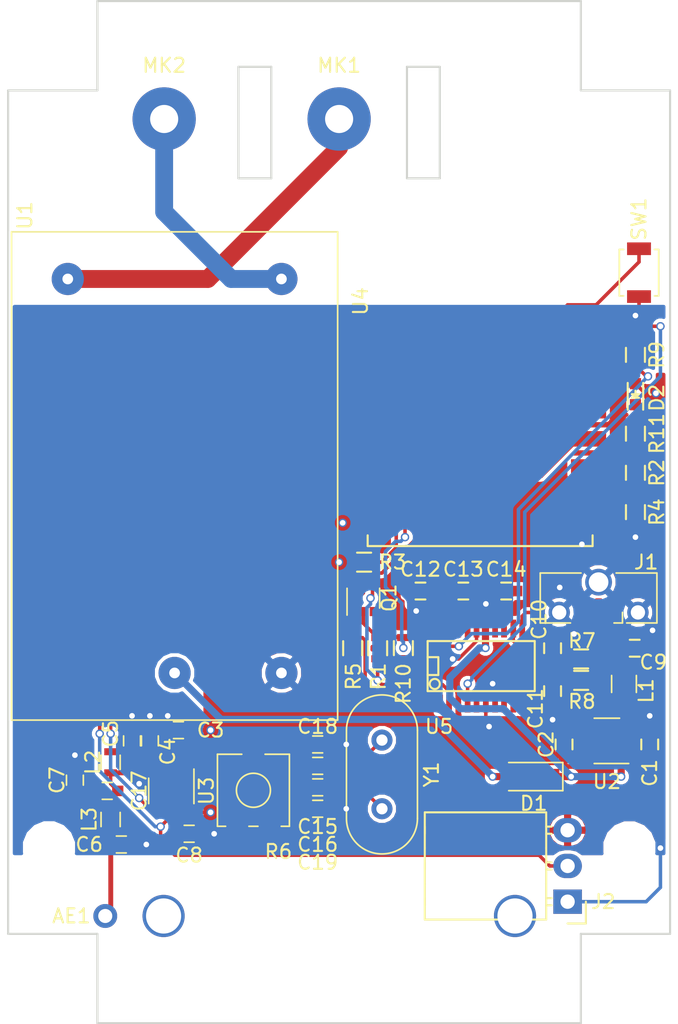
<source format=kicad_pcb>
(kicad_pcb (version 4) (host pcbnew 4.0.7)

  (general
    (links 97)
    (no_connects 0)
    (area 90.679199 65.202999 137.920801 137.997001)
    (thickness 1.6)
    (drawings 20)
    (tracks 331)
    (zones 0)
    (modules 52)
    (nets 36)
  )

  (page A4)
  (layers
    (0 F.Cu signal)
    (31 B.Cu signal)
    (32 B.Adhes user)
    (33 F.Adhes user)
    (34 B.Paste user)
    (35 F.Paste user)
    (36 B.SilkS user)
    (37 F.SilkS user)
    (38 B.Mask user)
    (39 F.Mask user)
    (40 Dwgs.User user)
    (41 Cmts.User user)
    (42 Eco1.User user)
    (43 Eco2.User user)
    (44 Edge.Cuts user)
    (45 Margin user)
    (46 B.CrtYd user)
    (47 F.CrtYd user)
    (48 B.Fab user)
    (49 F.Fab user hide)
  )

  (setup
    (last_trace_width 0.25)
    (trace_clearance 0.1778)
    (zone_clearance 0.254)
    (zone_45_only yes)
    (trace_min 0.2)
    (segment_width 0.2)
    (edge_width 0.15)
    (via_size 0.6)
    (via_drill 0.4)
    (via_min_size 0.4)
    (via_min_drill 0.3)
    (uvia_size 0.3)
    (uvia_drill 0.1)
    (uvias_allowed no)
    (uvia_min_size 0.2)
    (uvia_min_drill 0.1)
    (pcb_text_width 0.3)
    (pcb_text_size 1.5 1.5)
    (mod_edge_width 0.15)
    (mod_text_size 1 1)
    (mod_text_width 0.15)
    (pad_size 3.2 3.2)
    (pad_drill 3.2)
    (pad_to_mask_clearance 0.2)
    (aux_axis_origin 114.3 101.6)
    (grid_origin 114.3 101.6)
    (visible_elements FFFFFF7F)
    (pcbplotparams
      (layerselection 0x00030_80000001)
      (usegerberextensions false)
      (excludeedgelayer true)
      (linewidth 0.100000)
      (plotframeref false)
      (viasonmask false)
      (mode 1)
      (useauxorigin false)
      (hpglpennumber 1)
      (hpglpenspeed 20)
      (hpglpendiameter 15)
      (hpglpenoverlay 2)
      (psnegative false)
      (psa4output false)
      (plotreference true)
      (plotvalue true)
      (plotinvisibletext false)
      (padsonsilk false)
      (subtractmaskfromsilk false)
      (outputformat 1)
      (mirror false)
      (drillshape 1)
      (scaleselection 1)
      (outputdirectory ""))
  )

  (net 0 "")
  (net 1 GND)
  (net 2 /USBDP)
  (net 3 /USBDM)
  (net 4 +5V)
  (net 5 "Net-(D1-Pad2)")
  (net 6 +3V3)
  (net 7 "Net-(D2-Pad1)")
  (net 8 "Net-(J1-Pad2)")
  (net 9 "Net-(J1-Pad3)")
  (net 10 /RF_MOD)
  (net 11 /RTS)
  (net 12 /GPIO2)
  (net 13 /CH_PD)
  (net 14 /GPIO15)
  (net 15 /DTR)
  (net 16 /USB_RX)
  (net 17 /RESET)
  (net 18 /GPIO0)
  (net 19 /TX)
  (net 20 "Net-(Q1-Pad2)")
  (net 21 "Net-(Q1-Pad5)")
  (net 22 /AC-N)
  (net 23 /AC-L)
  (net 24 "Net-(AE1-Pad1)")
  (net 25 "Net-(C4-Pad1)")
  (net 26 "Net-(C9-Pad1)")
  (net 27 "Net-(C14-Pad1)")
  (net 28 "Net-(R9-Pad2)")
  (net 29 /RF_CLK)
  (net 30 "Net-(C17-Pad2)")
  (net 31 "Net-(C15-Pad2)")
  (net 32 "Net-(C15-Pad1)")
  (net 33 "Net-(C16-Pad2)")
  (net 34 "Net-(C16-Pad1)")
  (net 35 "Net-(C17-Pad1)")

  (net_class Default "This is the default net class."
    (clearance 0.1778)
    (trace_width 0.25)
    (via_dia 0.6)
    (via_drill 0.4)
    (uvia_dia 0.3)
    (uvia_drill 0.1)
    (add_net +3V3)
    (add_net +5V)
    (add_net /AC-L)
    (add_net /AC-N)
    (add_net /CH_PD)
    (add_net /DTR)
    (add_net /GPIO0)
    (add_net /GPIO15)
    (add_net /GPIO2)
    (add_net /RESET)
    (add_net /RF_CLK)
    (add_net /RF_MOD)
    (add_net /RTS)
    (add_net /TX)
    (add_net /USBDM)
    (add_net /USBDP)
    (add_net /USB_RX)
    (add_net GND)
    (add_net "Net-(AE1-Pad1)")
    (add_net "Net-(C14-Pad1)")
    (add_net "Net-(C15-Pad1)")
    (add_net "Net-(C15-Pad2)")
    (add_net "Net-(C16-Pad1)")
    (add_net "Net-(C16-Pad2)")
    (add_net "Net-(C17-Pad1)")
    (add_net "Net-(C17-Pad2)")
    (add_net "Net-(C4-Pad1)")
    (add_net "Net-(C9-Pad1)")
    (add_net "Net-(D1-Pad2)")
    (add_net "Net-(D2-Pad1)")
    (add_net "Net-(J1-Pad2)")
    (add_net "Net-(J1-Pad3)")
    (add_net "Net-(Q1-Pad2)")
    (add_net "Net-(Q1-Pad5)")
    (add_net "Net-(R9-Pad2)")
  )

  (module Connectors_USB:USB_Micro-B_Vertical_Molex-105133-0001 (layer F.Cu) (tedit 5A72AA58) (tstamp 5A6E4EAD)
    (at 132.759145 107.652891 180)
    (descr "Molex Vertical Micro USB Typ-B (http://www.molex.com/pdm_docs/sd/1051330001_sd.pdf)")
    (tags "Micro-USB SMD Typ-B Vertical")
    (path /5A6C1189)
    (attr smd)
    (fp_text reference J1 (at -3.384855 2.496891 180) (layer F.SilkS)
      (effects (font (size 1 1) (thickness 0.15)))
    )
    (fp_text value USB_OTG (at -0.025 3 180) (layer F.Fab)
      (effects (font (size 1 1) (thickness 0.15)))
    )
    (fp_text user %R (at 0 -0.375 180) (layer F.Fab)
      (effects (font (size 1 1) (thickness 0.15)))
    )
    (fp_line (start -4 1.565) (end -4 -1.435) (layer F.Fab) (width 0.1))
    (fp_line (start 4 1.565) (end 4 -1.435) (layer F.Fab) (width 0.1))
    (fp_line (start -4 1.565) (end 4 1.565) (layer F.Fab) (width 0.1))
    (fp_line (start 4 -1.435) (end -4 -1.435) (layer F.Fab) (width 0.1))
    (fp_line (start -1.7 -1.075) (end -1.7 -1.825) (layer F.SilkS) (width 0.12))
    (fp_line (start -1.7 -1.825) (end -1.1 -1.825) (layer F.SilkS) (width 0.12))
    (fp_line (start -2 -1.825) (end -4.15 -1.825) (layer F.SilkS) (width 0.12))
    (fp_line (start 4.15 -1.825) (end 4.15 1.725) (layer F.SilkS) (width 0.12))
    (fp_line (start -4.15 1.725) (end -1.25 1.725) (layer F.SilkS) (width 0.12))
    (fp_line (start -4.15 -1.825) (end -4.15 1.725) (layer F.SilkS) (width 0.12))
    (fp_line (start 4.15 1.725) (end 1.25 1.725) (layer F.SilkS) (width 0.12))
    (fp_line (start 2 -1.825) (end 4.15 -1.825) (layer F.SilkS) (width 0.12))
    (fp_line (start -1.3 -1.675) (end -1.525 -1.85) (layer F.Fab) (width 0.1))
    (fp_line (start -1.525 -2.075) (end -1.075 -2.075) (layer F.Fab) (width 0.1))
    (fp_line (start -1.3 -1.675) (end -1.075 -1.85) (layer F.Fab) (width 0.1))
    (fp_line (start -1.525 -1.85) (end -1.525 -2.075) (layer F.Fab) (width 0.1))
    (fp_line (start -1.075 -2.075) (end -1.075 -1.85) (layer F.Fab) (width 0.1))
    (fp_line (start -4.5 2.13) (end -4.5 -2.13) (layer F.CrtYd) (width 0.05))
    (fp_line (start -4.5 -2.13) (end 4.5 -2.13) (layer F.CrtYd) (width 0.05))
    (fp_line (start -4.5 2.13) (end 4.5 2.13) (layer F.CrtYd) (width 0.05))
    (fp_line (start 4.5 2.13) (end 4.5 -2.13) (layer F.CrtYd) (width 0.05))
    (pad 3 smd rect (at 0 -0.825 180) (size 0.45 1.5) (layers F.Cu F.Paste F.Mask)
      (net 9 "Net-(J1-Pad3)"))
    (pad 4 smd rect (at 0.65 -0.825 180) (size 0.45 1.5) (layers F.Cu F.Paste F.Mask))
    (pad 2 smd rect (at -0.65 -0.825 180) (size 0.45 1.5) (layers F.Cu F.Paste F.Mask)
      (net 8 "Net-(J1-Pad2)"))
    (pad 5 smd rect (at 1.3 -0.825 180) (size 0.45 1.5) (layers F.Cu F.Paste F.Mask)
      (net 1 GND))
    (pad 1 smd rect (at -1.3 -0.825 180) (size 0.45 1.5) (layers F.Cu F.Paste F.Mask)
      (net 26 "Net-(C9-Pad1)"))
    (pad 6 thru_hole circle (at -2.8 -1.075 180) (size 1.524 1.524) (drill 1.016) (layers *.Cu *.Mask)
      (net 1 GND))
    (pad 6 thru_hole circle (at 2.8 -1.075 180) (size 1.524 1.524) (drill 1.016) (layers *.Cu *.Mask)
      (net 1 GND))
    (pad 6 thru_hole circle (at 0 1.075 180) (size 1.905 1.905) (drill 1.397) (layers *.Cu *.Mask)
      (net 1 GND))
    (model ${KISYS3DMOD}/Connectors_USB.3dshapes/USB_Micro-B_Vertical_Molex-105133-0001.step
      (at (xyz 0 0 0))
      (scale (xyz 1 1 1))
      (rotate (xyz 0 0 0))
    )
  )

  (module ESP8266:ESP-12E_SMD (layer F.Cu) (tedit 5A700E39) (tstamp 5A709C30)
    (at 117.348 88.392)
    (descr "Module, ESP-8266, ESP-12, 16 pad, SMD")
    (tags "Module ESP-8266 ESP8266")
    (path /5A6C07DC)
    (fp_text reference U4 (at -1.524 -1.778 90) (layer F.SilkS)
      (effects (font (size 1 1) (thickness 0.15)))
    )
    (fp_text value ESP-12E (at 5.08 6.35 90) (layer F.Fab) hide
      (effects (font (size 1 1) (thickness 0.15)))
    )
    (fp_line (start -2.25 -0.5) (end -2.25 -8.75) (layer F.CrtYd) (width 0.05))
    (fp_line (start -2.25 -8.75) (end 15.25 -8.75) (layer F.CrtYd) (width 0.05))
    (fp_line (start 15.25 -8.75) (end 16.25 -8.75) (layer F.CrtYd) (width 0.05))
    (fp_line (start 16.25 -8.75) (end 16.25 16) (layer F.CrtYd) (width 0.05))
    (fp_line (start 16.25 16) (end -2.25 16) (layer F.CrtYd) (width 0.05))
    (fp_line (start -2.25 16) (end -2.25 -0.5) (layer F.CrtYd) (width 0.05))
    (fp_line (start -1.016 -8.382) (end 14.986 -8.382) (layer F.CrtYd) (width 0.1524))
    (fp_line (start 14.986 -8.382) (end 14.986 -0.889) (layer F.CrtYd) (width 0.1524))
    (fp_line (start -1.016 -8.382) (end -1.016 -1.016) (layer F.CrtYd) (width 0.1524))
    (fp_line (start -1.016 14.859) (end -1.016 15.621) (layer F.SilkS) (width 0.1524))
    (fp_line (start -1.016 15.621) (end 14.986 15.621) (layer F.SilkS) (width 0.1524))
    (fp_line (start 14.986 15.621) (end 14.986 14.859) (layer F.SilkS) (width 0.1524))
    (fp_line (start 14.992 -8.4) (end -1.008 -2.6) (layer F.CrtYd) (width 0.1524))
    (fp_line (start -1.008 -8.4) (end 14.992 -2.6) (layer F.CrtYd) (width 0.1524))
    (fp_text user "No Copper" (at 6.892 -5.4) (layer F.CrtYd)
      (effects (font (size 1 1) (thickness 0.15)))
    )
    (fp_line (start -1.008 -2.6) (end 14.992 -2.6) (layer F.CrtYd) (width 0.1524))
    (fp_line (start 15 -8.4) (end 15 15.6) (layer F.Fab) (width 0.05))
    (fp_line (start 14.992 15.6) (end -1.008 15.6) (layer F.Fab) (width 0.05))
    (fp_line (start -1.008 15.6) (end -1.008 -8.4) (layer F.Fab) (width 0.05))
    (fp_line (start -1.008 -8.4) (end 14.992 -8.4) (layer F.Fab) (width 0.05))
    (pad 1 smd rect (at 0 0) (size 2.5 1.1) (drill (offset -0.7 0)) (layers F.Cu F.Paste F.Mask)
      (net 17 /RESET))
    (pad 2 smd rect (at 0 2) (size 2.5 1.1) (drill (offset -0.7 0)) (layers F.Cu F.Paste F.Mask))
    (pad 3 smd rect (at 0 4) (size 2.5 1.1) (drill (offset -0.7 0)) (layers F.Cu F.Paste F.Mask)
      (net 13 /CH_PD))
    (pad 4 smd rect (at 0 6) (size 2.5 1.1) (drill (offset -0.7 0)) (layers F.Cu F.Paste F.Mask)
      (net 10 /RF_MOD))
    (pad 5 smd rect (at 0 8) (size 2.5 1.1) (drill (offset -0.7 0)) (layers F.Cu F.Paste F.Mask)
      (net 29 /RF_CLK))
    (pad 6 smd rect (at 0 10) (size 2.5 1.1) (drill (offset -0.7 0)) (layers F.Cu F.Paste F.Mask))
    (pad 7 smd rect (at 0 12) (size 2.5 1.1) (drill (offset -0.7 0)) (layers F.Cu F.Paste F.Mask))
    (pad 8 smd rect (at 0 14) (size 2.5 1.1) (drill (offset -0.7 0)) (layers F.Cu F.Paste F.Mask)
      (net 6 +3V3))
    (pad 9 smd rect (at 14 14) (size 2.5 1.1) (drill (offset 0.7 0)) (layers F.Cu F.Paste F.Mask)
      (net 1 GND))
    (pad 10 smd rect (at 14 12) (size 2.5 1.1) (drill (offset 0.7 0)) (layers F.Cu F.Paste F.Mask)
      (net 14 /GPIO15))
    (pad 11 smd rect (at 14 10) (size 2.5 1.1) (drill (offset 0.7 0)) (layers F.Cu F.Paste F.Mask)
      (net 12 /GPIO2))
    (pad 12 smd rect (at 14 8) (size 2.5 1.1) (drill (offset 0.7 0)) (layers F.Cu F.Paste F.Mask)
      (net 18 /GPIO0))
    (pad 13 smd rect (at 14 6) (size 2.5 1.1) (drill (offset 0.7 0)) (layers F.Cu F.Paste F.Mask))
    (pad 14 smd rect (at 14 4) (size 2.5 1.1) (drill (offset 0.7 0)) (layers F.Cu F.Paste F.Mask))
    (pad 15 smd rect (at 14 2) (size 2.5 1.1) (drill (offset 0.7 0)) (layers F.Cu F.Paste F.Mask)
      (net 28 "Net-(R9-Pad2)"))
    (pad 16 smd rect (at 14 0) (size 2.5 1.1) (drill (offset 0.7 0)) (layers F.Cu F.Paste F.Mask)
      (net 19 /TX))
    (model ${ESPLIB}/ESP8266.3dshapes/ESP-12.wrl
      (at (xyz 0 0 0))
      (scale (xyz 0.3937 0.3937 0.3937))
      (rotate (xyz 0 0 0))
    )
  )

  (module Pin_Headers:Pin_Header_Angled_1x03 (layer F.Cu) (tedit 5A76AC68) (tstamp 5A748A2E)
    (at 130.556 129.286 180)
    (descr "Through hole pin header")
    (tags "pin header")
    (path /5A6DA6AD)
    (fp_text reference J2 (at -2.54 0 180) (layer F.SilkS)
      (effects (font (size 1 1) (thickness 0.15)))
    )
    (fp_text value CONN_01X03 (at 0 -3.1 180) (layer F.Fab) hide
      (effects (font (size 1 1) (thickness 0.15)))
    )
    (fp_line (start 29.21 -6.35) (end 10.16 -6.35) (layer F.CrtYd) (width 0.254))
    (fp_line (start 29.21 12.7) (end 29.21 -6.35) (layer F.CrtYd) (width 0.254))
    (fp_line (start 10.16 12.7) (end 29.21 12.7) (layer F.CrtYd) (width 0.254))
    (fp_line (start 10.16 -6.35) (end 10.16 12.7) (layer F.CrtYd) (width 0.254))
    (fp_line (start -1.5 -1.75) (end -1.5 6.85) (layer F.CrtYd) (width 0.05))
    (fp_line (start 10.65 -1.75) (end 10.65 6.85) (layer F.CrtYd) (width 0.05))
    (fp_line (start -1.5 -1.75) (end 10.65 -1.75) (layer F.CrtYd) (width 0.05))
    (fp_line (start -1.5 6.85) (end 10.65 6.85) (layer F.CrtYd) (width 0.05))
    (fp_line (start -1.3 -1.55) (end -1.3 0) (layer F.SilkS) (width 0.15))
    (fp_line (start 0 -1.55) (end -1.3 -1.55) (layer F.SilkS) (width 0.15))
    (fp_line (start 1.524 -0.254) (end 1.143 -0.254) (layer F.SilkS) (width 0.15))
    (fp_line (start 1.524 0.254) (end 1.143 0.254) (layer F.SilkS) (width 0.15))
    (fp_line (start 1.524 2.286) (end 1.143 2.286) (layer F.SilkS) (width 0.15))
    (fp_line (start 1.524 2.794) (end 1.143 2.794) (layer F.SilkS) (width 0.15))
    (fp_line (start 1.524 4.826) (end 1.143 4.826) (layer F.SilkS) (width 0.15))
    (fp_line (start 1.524 5.334) (end 1.143 5.334) (layer F.SilkS) (width 0.15))
    (fp_line (start 10.16 1.27) (end 10.16 -1.27) (layer F.SilkS) (width 0.15))
    (fp_line (start 10.16 -0.254) (end 10.16 0.254) (layer F.SilkS) (width 0.15))
    (fp_line (start 1.524 -1.27) (end 1.524 1.27) (layer F.SilkS) (width 0.15))
    (fp_line (start 1.524 -1.27) (end 10.16 -1.27) (layer F.SilkS) (width 0.15))
    (fp_line (start 1.524 3.81) (end 1.524 6.35) (layer F.SilkS) (width 0.15))
    (fp_line (start 10.16 4.826) (end 10.16 5.334) (layer F.SilkS) (width 0.15))
    (fp_line (start 10.16 6.35) (end 10.16 3.81) (layer F.SilkS) (width 0.15))
    (fp_line (start 10.16 3.81) (end 10.16 1.27) (layer F.SilkS) (width 0.15))
    (fp_line (start 10.16 2.286) (end 10.16 2.794) (layer F.SilkS) (width 0.15))
    (fp_line (start 1.524 1.27) (end 1.524 3.81) (layer F.SilkS) (width 0.15))
    (fp_line (start 1.524 6.35) (end 10.16 6.35) (layer F.SilkS) (width 0.15))
    (pad 1 thru_hole rect (at 0 0 180) (size 2.032 1.7272) (drill 1.016) (layers *.Cu *.Mask)
      (net 1 GND))
    (pad 2 thru_hole oval (at 0 2.54 180) (size 2.032 1.7272) (drill 1.016) (layers *.Cu *.Mask)
      (net 10 /RF_MOD))
    (pad 3 thru_hole oval (at 0 5.08 180) (size 2.032 1.7272) (drill 1.016) (layers *.Cu *.Mask)
      (net 6 +3V3))
    (model Pin_Headers.3dshapes/Pin_Header_Angled_1x03.wrl
      (at (xyz 0 -0.1 0))
      (scale (xyz 1 1 1))
      (rotate (xyz 0 0 90))
    )
  )

  (module Capacitors_SMD:C_0603 (layer F.Cu) (tedit 5415D631) (tstamp 5A709B5C)
    (at 135.329145 111.271891)
    (descr "Capacitor SMD 0603, reflow soldering, AVX (see smccp.pdf)")
    (tags "capacitor 0603")
    (path /5A6DD368)
    (attr smd)
    (fp_text reference C9 (at 1.322855 0.996109) (layer F.SilkS)
      (effects (font (size 1 1) (thickness 0.15)))
    )
    (fp_text value 10n (at 0 1.9) (layer F.Fab)
      (effects (font (size 1 1) (thickness 0.15)))
    )
    (fp_line (start -0.8 0.4) (end -0.8 -0.4) (layer F.Fab) (width 0.15))
    (fp_line (start 0.8 0.4) (end -0.8 0.4) (layer F.Fab) (width 0.15))
    (fp_line (start 0.8 -0.4) (end 0.8 0.4) (layer F.Fab) (width 0.15))
    (fp_line (start -0.8 -0.4) (end 0.8 -0.4) (layer F.Fab) (width 0.15))
    (fp_line (start -1.45 -0.75) (end 1.45 -0.75) (layer F.CrtYd) (width 0.05))
    (fp_line (start -1.45 0.75) (end 1.45 0.75) (layer F.CrtYd) (width 0.05))
    (fp_line (start -1.45 -0.75) (end -1.45 0.75) (layer F.CrtYd) (width 0.05))
    (fp_line (start 1.45 -0.75) (end 1.45 0.75) (layer F.CrtYd) (width 0.05))
    (fp_line (start -0.35 -0.6) (end 0.35 -0.6) (layer F.SilkS) (width 0.15))
    (fp_line (start 0.35 0.6) (end -0.35 0.6) (layer F.SilkS) (width 0.15))
    (pad 1 smd rect (at -0.75 0) (size 0.8 0.75) (layers F.Cu F.Paste F.Mask)
      (net 26 "Net-(C9-Pad1)"))
    (pad 2 smd rect (at 0.75 0) (size 0.8 0.75) (layers F.Cu F.Paste F.Mask)
      (net 1 GND))
    (model Capacitors_SMD.3dshapes/C_0603.wrl
      (at (xyz 0 0 0))
      (scale (xyz 1 1 1))
      (rotate (xyz 0 0 0))
    )
  )

  (module Capacitors_SMD:C_0603 (layer F.Cu) (tedit 5415D631) (tstamp 5A709B62)
    (at 129.487145 111.271891 90)
    (descr "Capacitor SMD 0603, reflow soldering, AVX (see smccp.pdf)")
    (tags "capacitor 0603")
    (path /5A6DCE39)
    (attr smd)
    (fp_text reference C10 (at 2.051891 -0.963145 90) (layer F.SilkS)
      (effects (font (size 1 1) (thickness 0.15)))
    )
    (fp_text value 47p (at 0 1.9 90) (layer F.Fab)
      (effects (font (size 1 1) (thickness 0.15)))
    )
    (fp_line (start -0.8 0.4) (end -0.8 -0.4) (layer F.Fab) (width 0.15))
    (fp_line (start 0.8 0.4) (end -0.8 0.4) (layer F.Fab) (width 0.15))
    (fp_line (start 0.8 -0.4) (end 0.8 0.4) (layer F.Fab) (width 0.15))
    (fp_line (start -0.8 -0.4) (end 0.8 -0.4) (layer F.Fab) (width 0.15))
    (fp_line (start -1.45 -0.75) (end 1.45 -0.75) (layer F.CrtYd) (width 0.05))
    (fp_line (start -1.45 0.75) (end 1.45 0.75) (layer F.CrtYd) (width 0.05))
    (fp_line (start -1.45 -0.75) (end -1.45 0.75) (layer F.CrtYd) (width 0.05))
    (fp_line (start 1.45 -0.75) (end 1.45 0.75) (layer F.CrtYd) (width 0.05))
    (fp_line (start -0.35 -0.6) (end 0.35 -0.6) (layer F.SilkS) (width 0.15))
    (fp_line (start 0.35 0.6) (end -0.35 0.6) (layer F.SilkS) (width 0.15))
    (pad 1 smd rect (at -0.75 0 90) (size 0.8 0.75) (layers F.Cu F.Paste F.Mask)
      (net 2 /USBDP))
    (pad 2 smd rect (at 0.75 0 90) (size 0.8 0.75) (layers F.Cu F.Paste F.Mask)
      (net 1 GND))
    (model Capacitors_SMD.3dshapes/C_0603.wrl
      (at (xyz 0 0 0))
      (scale (xyz 1 1 1))
      (rotate (xyz 0 0 0))
    )
  )

  (module Capacitors_SMD:C_0603 (layer F.Cu) (tedit 5415D631) (tstamp 5A709B68)
    (at 129.487145 114.319891 270)
    (descr "Capacitor SMD 0603, reflow soldering, AVX (see smccp.pdf)")
    (tags "capacitor 0603")
    (path /5A6DCF41)
    (attr smd)
    (fp_text reference C11 (at 1.250109 1.217145 270) (layer F.SilkS)
      (effects (font (size 1 1) (thickness 0.15)))
    )
    (fp_text value 47p (at 0 1.9 270) (layer F.Fab)
      (effects (font (size 1 1) (thickness 0.15)))
    )
    (fp_line (start -0.8 0.4) (end -0.8 -0.4) (layer F.Fab) (width 0.15))
    (fp_line (start 0.8 0.4) (end -0.8 0.4) (layer F.Fab) (width 0.15))
    (fp_line (start 0.8 -0.4) (end 0.8 0.4) (layer F.Fab) (width 0.15))
    (fp_line (start -0.8 -0.4) (end 0.8 -0.4) (layer F.Fab) (width 0.15))
    (fp_line (start -1.45 -0.75) (end 1.45 -0.75) (layer F.CrtYd) (width 0.05))
    (fp_line (start -1.45 0.75) (end 1.45 0.75) (layer F.CrtYd) (width 0.05))
    (fp_line (start -1.45 -0.75) (end -1.45 0.75) (layer F.CrtYd) (width 0.05))
    (fp_line (start 1.45 -0.75) (end 1.45 0.75) (layer F.CrtYd) (width 0.05))
    (fp_line (start -0.35 -0.6) (end 0.35 -0.6) (layer F.SilkS) (width 0.15))
    (fp_line (start 0.35 0.6) (end -0.35 0.6) (layer F.SilkS) (width 0.15))
    (pad 1 smd rect (at -0.75 0 270) (size 0.8 0.75) (layers F.Cu F.Paste F.Mask)
      (net 3 /USBDM))
    (pad 2 smd rect (at 0.75 0 270) (size 0.8 0.75) (layers F.Cu F.Paste F.Mask)
      (net 1 GND))
    (model Capacitors_SMD.3dshapes/C_0603.wrl
      (at (xyz 0 0 0))
      (scale (xyz 1 1 1))
      (rotate (xyz 0 0 0))
    )
  )

  (module Capacitors_SMD:C_0603 (layer F.Cu) (tedit 5415D631) (tstamp 5A709B6E)
    (at 120.089145 107.207891 180)
    (descr "Capacitor SMD 0603, reflow soldering, AVX (see smccp.pdf)")
    (tags "capacitor 0603")
    (path /5A6DDE8E)
    (attr smd)
    (fp_text reference C12 (at 0 1.543891 180) (layer F.SilkS)
      (effects (font (size 1 1) (thickness 0.15)))
    )
    (fp_text value 100n (at 0 1.9 180) (layer F.Fab)
      (effects (font (size 1 1) (thickness 0.15)))
    )
    (fp_line (start -0.8 0.4) (end -0.8 -0.4) (layer F.Fab) (width 0.15))
    (fp_line (start 0.8 0.4) (end -0.8 0.4) (layer F.Fab) (width 0.15))
    (fp_line (start 0.8 -0.4) (end 0.8 0.4) (layer F.Fab) (width 0.15))
    (fp_line (start -0.8 -0.4) (end 0.8 -0.4) (layer F.Fab) (width 0.15))
    (fp_line (start -1.45 -0.75) (end 1.45 -0.75) (layer F.CrtYd) (width 0.05))
    (fp_line (start -1.45 0.75) (end 1.45 0.75) (layer F.CrtYd) (width 0.05))
    (fp_line (start -1.45 -0.75) (end -1.45 0.75) (layer F.CrtYd) (width 0.05))
    (fp_line (start 1.45 -0.75) (end 1.45 0.75) (layer F.CrtYd) (width 0.05))
    (fp_line (start -0.35 -0.6) (end 0.35 -0.6) (layer F.SilkS) (width 0.15))
    (fp_line (start 0.35 0.6) (end -0.35 0.6) (layer F.SilkS) (width 0.15))
    (pad 1 smd rect (at -0.75 0 180) (size 0.8 0.75) (layers F.Cu F.Paste F.Mask)
      (net 4 +5V))
    (pad 2 smd rect (at 0.75 0 180) (size 0.8 0.75) (layers F.Cu F.Paste F.Mask)
      (net 1 GND))
    (model Capacitors_SMD.3dshapes/C_0603.wrl
      (at (xyz 0 0 0))
      (scale (xyz 1 1 1))
      (rotate (xyz 0 0 0))
    )
  )

  (module Capacitors_SMD:C_0603 (layer F.Cu) (tedit 5415D631) (tstamp 5A709B74)
    (at 123.137145 107.207891)
    (descr "Capacitor SMD 0603, reflow soldering, AVX (see smccp.pdf)")
    (tags "capacitor 0603")
    (path /5A6DDF09)
    (attr smd)
    (fp_text reference C13 (at 0 -1.543891) (layer F.SilkS)
      (effects (font (size 1 1) (thickness 0.15)))
    )
    (fp_text value 4.7u (at 0 1.9) (layer F.Fab)
      (effects (font (size 1 1) (thickness 0.15)))
    )
    (fp_line (start -0.8 0.4) (end -0.8 -0.4) (layer F.Fab) (width 0.15))
    (fp_line (start 0.8 0.4) (end -0.8 0.4) (layer F.Fab) (width 0.15))
    (fp_line (start 0.8 -0.4) (end 0.8 0.4) (layer F.Fab) (width 0.15))
    (fp_line (start -0.8 -0.4) (end 0.8 -0.4) (layer F.Fab) (width 0.15))
    (fp_line (start -1.45 -0.75) (end 1.45 -0.75) (layer F.CrtYd) (width 0.05))
    (fp_line (start -1.45 0.75) (end 1.45 0.75) (layer F.CrtYd) (width 0.05))
    (fp_line (start -1.45 -0.75) (end -1.45 0.75) (layer F.CrtYd) (width 0.05))
    (fp_line (start 1.45 -0.75) (end 1.45 0.75) (layer F.CrtYd) (width 0.05))
    (fp_line (start -0.35 -0.6) (end 0.35 -0.6) (layer F.SilkS) (width 0.15))
    (fp_line (start 0.35 0.6) (end -0.35 0.6) (layer F.SilkS) (width 0.15))
    (pad 1 smd rect (at -0.75 0) (size 0.8 0.75) (layers F.Cu F.Paste F.Mask)
      (net 4 +5V))
    (pad 2 smd rect (at 0.75 0) (size 0.8 0.75) (layers F.Cu F.Paste F.Mask)
      (net 1 GND))
    (model Capacitors_SMD.3dshapes/C_0603.wrl
      (at (xyz 0 0 0))
      (scale (xyz 1 1 1))
      (rotate (xyz 0 0 0))
    )
  )

  (module Capacitors_SMD:C_0603 (layer F.Cu) (tedit 5415D631) (tstamp 5A709B7A)
    (at 126.185145 107.207891 180)
    (descr "Capacitor SMD 0603, reflow soldering, AVX (see smccp.pdf)")
    (tags "capacitor 0603")
    (path /5A6D6685)
    (attr smd)
    (fp_text reference C14 (at 0 1.543891 180) (layer F.SilkS)
      (effects (font (size 1 1) (thickness 0.15)))
    )
    (fp_text value 100n (at 0 1.9 180) (layer F.Fab)
      (effects (font (size 1 1) (thickness 0.15)))
    )
    (fp_line (start -0.8 0.4) (end -0.8 -0.4) (layer F.Fab) (width 0.15))
    (fp_line (start 0.8 0.4) (end -0.8 0.4) (layer F.Fab) (width 0.15))
    (fp_line (start 0.8 -0.4) (end 0.8 0.4) (layer F.Fab) (width 0.15))
    (fp_line (start -0.8 -0.4) (end 0.8 -0.4) (layer F.Fab) (width 0.15))
    (fp_line (start -1.45 -0.75) (end 1.45 -0.75) (layer F.CrtYd) (width 0.05))
    (fp_line (start -1.45 0.75) (end 1.45 0.75) (layer F.CrtYd) (width 0.05))
    (fp_line (start -1.45 -0.75) (end -1.45 0.75) (layer F.CrtYd) (width 0.05))
    (fp_line (start 1.45 -0.75) (end 1.45 0.75) (layer F.CrtYd) (width 0.05))
    (fp_line (start -0.35 -0.6) (end 0.35 -0.6) (layer F.SilkS) (width 0.15))
    (fp_line (start 0.35 0.6) (end -0.35 0.6) (layer F.SilkS) (width 0.15))
    (pad 1 smd rect (at -0.75 0 180) (size 0.8 0.75) (layers F.Cu F.Paste F.Mask)
      (net 27 "Net-(C14-Pad1)"))
    (pad 2 smd rect (at 0.75 0 180) (size 0.8 0.75) (layers F.Cu F.Paste F.Mask)
      (net 1 GND))
    (model Capacitors_SMD.3dshapes/C_0603.wrl
      (at (xyz 0 0 0))
      (scale (xyz 1 1 1))
      (rotate (xyz 0 0 0))
    )
  )

  (module LEDs:LED_0603 (layer F.Cu) (tedit 55BDE255) (tstamp 5A709B86)
    (at 135.382 93.218 90)
    (descr "LED 0603 smd package")
    (tags "LED led 0603 SMD smd SMT smt smdled SMDLED smtled SMTLED")
    (path /5A6D98E9)
    (attr smd)
    (fp_text reference D2 (at -0.254 1.524 90) (layer F.SilkS)
      (effects (font (size 1 1) (thickness 0.15)))
    )
    (fp_text value LED (at 0 1.5 90) (layer F.Fab)
      (effects (font (size 1 1) (thickness 0.15)))
    )
    (fp_line (start -0.3 -0.2) (end -0.3 0.2) (layer F.Fab) (width 0.15))
    (fp_line (start -0.2 0) (end 0.1 -0.2) (layer F.Fab) (width 0.15))
    (fp_line (start 0.1 0.2) (end -0.2 0) (layer F.Fab) (width 0.15))
    (fp_line (start 0.1 -0.2) (end 0.1 0.2) (layer F.Fab) (width 0.15))
    (fp_line (start 0.8 0.4) (end -0.8 0.4) (layer F.Fab) (width 0.15))
    (fp_line (start 0.8 -0.4) (end 0.8 0.4) (layer F.Fab) (width 0.15))
    (fp_line (start -0.8 -0.4) (end 0.8 -0.4) (layer F.Fab) (width 0.15))
    (fp_line (start -0.8 0.4) (end -0.8 -0.4) (layer F.Fab) (width 0.15))
    (fp_line (start -1.1 0.55) (end 0.8 0.55) (layer F.SilkS) (width 0.15))
    (fp_line (start -1.1 -0.55) (end 0.8 -0.55) (layer F.SilkS) (width 0.15))
    (fp_line (start -0.2 0) (end 0.25 0) (layer F.SilkS) (width 0.15))
    (fp_line (start -0.25 -0.25) (end -0.25 0.25) (layer F.SilkS) (width 0.15))
    (fp_line (start -0.25 0) (end 0 -0.25) (layer F.SilkS) (width 0.15))
    (fp_line (start 0 -0.25) (end 0 0.25) (layer F.SilkS) (width 0.15))
    (fp_line (start 0 0.25) (end -0.25 0) (layer F.SilkS) (width 0.15))
    (fp_line (start 1.4 -0.75) (end 1.4 0.75) (layer F.CrtYd) (width 0.05))
    (fp_line (start 1.4 0.75) (end -1.4 0.75) (layer F.CrtYd) (width 0.05))
    (fp_line (start -1.4 0.75) (end -1.4 -0.75) (layer F.CrtYd) (width 0.05))
    (fp_line (start -1.4 -0.75) (end 1.4 -0.75) (layer F.CrtYd) (width 0.05))
    (pad 2 smd rect (at 0.7493 0 270) (size 0.79756 0.79756) (layers F.Cu F.Paste F.Mask)
      (net 6 +3V3))
    (pad 1 smd rect (at -0.7493 0 270) (size 0.79756 0.79756) (layers F.Cu F.Paste F.Mask)
      (net 7 "Net-(D2-Pad1)"))
    (model LEDs.3dshapes/LED_0603.wrl
      (at (xyz 0 0 0))
      (scale (xyz 1 1 1))
      (rotate (xyz 0 0 180))
    )
  )

  (module Inductors_SMD:L_0805 (layer F.Cu) (tedit 58307B54) (tstamp 5A709BA9)
    (at 134.567145 113.811891 270)
    (descr "Resistor SMD 0805, reflow soldering, Vishay (see dcrcw.pdf)")
    (tags "resistor 0805")
    (path /5A6DC777)
    (attr smd)
    (fp_text reference L1 (at 0.488109 -1.576855 270) (layer F.SilkS)
      (effects (font (size 1 1) (thickness 0.15)))
    )
    (fp_text value Ferrite_Bead (at 0 2.1 270) (layer F.Fab)
      (effects (font (size 1 1) (thickness 0.15)))
    )
    (fp_line (start -1 0.62) (end -1 -0.62) (layer F.Fab) (width 0.1))
    (fp_line (start 1 0.62) (end -1 0.62) (layer F.Fab) (width 0.1))
    (fp_line (start 1 -0.62) (end 1 0.62) (layer F.Fab) (width 0.1))
    (fp_line (start -1 -0.62) (end 1 -0.62) (layer F.Fab) (width 0.1))
    (fp_line (start -1.6 -1) (end 1.6 -1) (layer F.CrtYd) (width 0.05))
    (fp_line (start -1.6 1) (end 1.6 1) (layer F.CrtYd) (width 0.05))
    (fp_line (start -1.6 -1) (end -1.6 1) (layer F.CrtYd) (width 0.05))
    (fp_line (start 1.6 -1) (end 1.6 1) (layer F.CrtYd) (width 0.05))
    (fp_line (start 0.6 0.88) (end -0.6 0.88) (layer F.SilkS) (width 0.12))
    (fp_line (start -0.6 -0.88) (end 0.6 -0.88) (layer F.SilkS) (width 0.12))
    (pad 1 smd rect (at -0.95 0 270) (size 0.7 1.3) (layers F.Cu F.Paste F.Mask)
      (net 26 "Net-(C9-Pad1)"))
    (pad 2 smd rect (at 0.95 0 270) (size 0.7 1.3) (layers F.Cu F.Paste F.Mask)
      (net 4 +5V))
    (model Inductors_SMD.3dshapes\L_0805.wrl
      (at (xyz 0 0 0))
      (scale (xyz 1 1 1))
      (rotate (xyz 0 0 0))
    )
  )

  (module Resistors_SMD:R_0603 (layer F.Cu) (tedit 58307A47) (tstamp 5A709BAF)
    (at 117.041145 111.271891 270)
    (descr "Resistor SMD 0603, reflow soldering, Vishay (see dcrcw.pdf)")
    (tags "resistor 0603")
    (path /5A6C1A50)
    (attr smd)
    (fp_text reference R1 (at 2.012109 -0.052855 270) (layer F.SilkS)
      (effects (font (size 1 1) (thickness 0.15)))
    )
    (fp_text value 10K (at 0 1.9 270) (layer F.Fab)
      (effects (font (size 1 1) (thickness 0.15)))
    )
    (fp_line (start -0.8 0.4) (end -0.8 -0.4) (layer F.Fab) (width 0.1))
    (fp_line (start 0.8 0.4) (end -0.8 0.4) (layer F.Fab) (width 0.1))
    (fp_line (start 0.8 -0.4) (end 0.8 0.4) (layer F.Fab) (width 0.1))
    (fp_line (start -0.8 -0.4) (end 0.8 -0.4) (layer F.Fab) (width 0.1))
    (fp_line (start -1.3 -0.8) (end 1.3 -0.8) (layer F.CrtYd) (width 0.05))
    (fp_line (start -1.3 0.8) (end 1.3 0.8) (layer F.CrtYd) (width 0.05))
    (fp_line (start -1.3 -0.8) (end -1.3 0.8) (layer F.CrtYd) (width 0.05))
    (fp_line (start 1.3 -0.8) (end 1.3 0.8) (layer F.CrtYd) (width 0.05))
    (fp_line (start 0.5 0.675) (end -0.5 0.675) (layer F.SilkS) (width 0.15))
    (fp_line (start -0.5 -0.675) (end 0.5 -0.675) (layer F.SilkS) (width 0.15))
    (pad 1 smd rect (at -0.75 0 270) (size 0.5 0.9) (layers F.Cu F.Paste F.Mask)
      (net 20 "Net-(Q1-Pad2)"))
    (pad 2 smd rect (at 0.75 0 270) (size 0.5 0.9) (layers F.Cu F.Paste F.Mask)
      (net 11 /RTS))
    (model Resistors_SMD.3dshapes/R_0603.wrl
      (at (xyz 0 0 0))
      (scale (xyz 1 1 1))
      (rotate (xyz 0 0 0))
    )
  )

  (module Resistors_SMD:R_0603 (layer F.Cu) (tedit 58307A47) (tstamp 5A709BB5)
    (at 135.382 98.806 270)
    (descr "Resistor SMD 0603, reflow soldering, Vishay (see dcrcw.pdf)")
    (tags "resistor 0603")
    (path /5A6C1C43)
    (attr smd)
    (fp_text reference R2 (at 0 -1.524 270) (layer F.SilkS)
      (effects (font (size 1 1) (thickness 0.15)))
    )
    (fp_text value 10K (at 0 1.9 270) (layer F.Fab)
      (effects (font (size 1 1) (thickness 0.15)))
    )
    (fp_line (start -0.8 0.4) (end -0.8 -0.4) (layer F.Fab) (width 0.1))
    (fp_line (start 0.8 0.4) (end -0.8 0.4) (layer F.Fab) (width 0.1))
    (fp_line (start 0.8 -0.4) (end 0.8 0.4) (layer F.Fab) (width 0.1))
    (fp_line (start -0.8 -0.4) (end 0.8 -0.4) (layer F.Fab) (width 0.1))
    (fp_line (start -1.3 -0.8) (end 1.3 -0.8) (layer F.CrtYd) (width 0.05))
    (fp_line (start -1.3 0.8) (end 1.3 0.8) (layer F.CrtYd) (width 0.05))
    (fp_line (start -1.3 -0.8) (end -1.3 0.8) (layer F.CrtYd) (width 0.05))
    (fp_line (start 1.3 -0.8) (end 1.3 0.8) (layer F.CrtYd) (width 0.05))
    (fp_line (start 0.5 0.675) (end -0.5 0.675) (layer F.SilkS) (width 0.15))
    (fp_line (start -0.5 -0.675) (end 0.5 -0.675) (layer F.SilkS) (width 0.15))
    (pad 1 smd rect (at -0.75 0 270) (size 0.5 0.9) (layers F.Cu F.Paste F.Mask)
      (net 12 /GPIO2))
    (pad 2 smd rect (at 0.75 0 270) (size 0.5 0.9) (layers F.Cu F.Paste F.Mask)
      (net 6 +3V3))
    (model Resistors_SMD.3dshapes/R_0603.wrl
      (at (xyz 0 0 0))
      (scale (xyz 1 1 1))
      (rotate (xyz 0 0 0))
    )
  )

  (module Resistors_SMD:R_0603 (layer F.Cu) (tedit 58307A47) (tstamp 5A709BBB)
    (at 116.078 105.156 180)
    (descr "Resistor SMD 0603, reflow soldering, Vishay (see dcrcw.pdf)")
    (tags "resistor 0603")
    (path /5A6C1D2F)
    (attr smd)
    (fp_text reference R3 (at -2.032 0 180) (layer F.SilkS)
      (effects (font (size 1 1) (thickness 0.15)))
    )
    (fp_text value 10K (at 0 1.9 180) (layer F.Fab)
      (effects (font (size 1 1) (thickness 0.15)))
    )
    (fp_line (start -0.8 0.4) (end -0.8 -0.4) (layer F.Fab) (width 0.1))
    (fp_line (start 0.8 0.4) (end -0.8 0.4) (layer F.Fab) (width 0.1))
    (fp_line (start 0.8 -0.4) (end 0.8 0.4) (layer F.Fab) (width 0.1))
    (fp_line (start -0.8 -0.4) (end 0.8 -0.4) (layer F.Fab) (width 0.1))
    (fp_line (start -1.3 -0.8) (end 1.3 -0.8) (layer F.CrtYd) (width 0.05))
    (fp_line (start -1.3 0.8) (end 1.3 0.8) (layer F.CrtYd) (width 0.05))
    (fp_line (start -1.3 -0.8) (end -1.3 0.8) (layer F.CrtYd) (width 0.05))
    (fp_line (start 1.3 -0.8) (end 1.3 0.8) (layer F.CrtYd) (width 0.05))
    (fp_line (start 0.5 0.675) (end -0.5 0.675) (layer F.SilkS) (width 0.15))
    (fp_line (start -0.5 -0.675) (end 0.5 -0.675) (layer F.SilkS) (width 0.15))
    (pad 1 smd rect (at -0.75 0 180) (size 0.5 0.9) (layers F.Cu F.Paste F.Mask)
      (net 13 /CH_PD))
    (pad 2 smd rect (at 0.75 0 180) (size 0.5 0.9) (layers F.Cu F.Paste F.Mask)
      (net 6 +3V3))
    (model Resistors_SMD.3dshapes/R_0603.wrl
      (at (xyz 0 0 0))
      (scale (xyz 1 1 1))
      (rotate (xyz 0 0 0))
    )
  )

  (module Resistors_SMD:R_0603 (layer F.Cu) (tedit 58307A47) (tstamp 5A709BC1)
    (at 135.382 101.6 90)
    (descr "Resistor SMD 0603, reflow soldering, Vishay (see dcrcw.pdf)")
    (tags "resistor 0603")
    (path /5A6D5DDA)
    (attr smd)
    (fp_text reference R4 (at 0 1.524 90) (layer F.SilkS)
      (effects (font (size 1 1) (thickness 0.15)))
    )
    (fp_text value 4.7K (at 0 1.9 90) (layer F.Fab)
      (effects (font (size 1 1) (thickness 0.15)))
    )
    (fp_line (start -0.8 0.4) (end -0.8 -0.4) (layer F.Fab) (width 0.1))
    (fp_line (start 0.8 0.4) (end -0.8 0.4) (layer F.Fab) (width 0.1))
    (fp_line (start 0.8 -0.4) (end 0.8 0.4) (layer F.Fab) (width 0.1))
    (fp_line (start -0.8 -0.4) (end 0.8 -0.4) (layer F.Fab) (width 0.1))
    (fp_line (start -1.3 -0.8) (end 1.3 -0.8) (layer F.CrtYd) (width 0.05))
    (fp_line (start -1.3 0.8) (end 1.3 0.8) (layer F.CrtYd) (width 0.05))
    (fp_line (start -1.3 -0.8) (end -1.3 0.8) (layer F.CrtYd) (width 0.05))
    (fp_line (start 1.3 -0.8) (end 1.3 0.8) (layer F.CrtYd) (width 0.05))
    (fp_line (start 0.5 0.675) (end -0.5 0.675) (layer F.SilkS) (width 0.15))
    (fp_line (start -0.5 -0.675) (end 0.5 -0.675) (layer F.SilkS) (width 0.15))
    (pad 1 smd rect (at -0.75 0 90) (size 0.5 0.9) (layers F.Cu F.Paste F.Mask)
      (net 1 GND))
    (pad 2 smd rect (at 0.75 0 90) (size 0.5 0.9) (layers F.Cu F.Paste F.Mask)
      (net 14 /GPIO15))
    (model Resistors_SMD.3dshapes/R_0603.wrl
      (at (xyz 0 0 0))
      (scale (xyz 1 1 1))
      (rotate (xyz 0 0 0))
    )
  )

  (module Resistors_SMD:R_0603 (layer F.Cu) (tedit 58307A47) (tstamp 5A709BC7)
    (at 115.263145 111.271891 90)
    (descr "Resistor SMD 0603, reflow soldering, Vishay (see dcrcw.pdf)")
    (tags "resistor 0603")
    (path /5A6C1AAF)
    (attr smd)
    (fp_text reference R5 (at -2.012109 0.052855 90) (layer F.SilkS)
      (effects (font (size 1 1) (thickness 0.15)))
    )
    (fp_text value 10K (at 0 1.9 90) (layer F.Fab)
      (effects (font (size 1 1) (thickness 0.15)))
    )
    (fp_line (start -0.8 0.4) (end -0.8 -0.4) (layer F.Fab) (width 0.1))
    (fp_line (start 0.8 0.4) (end -0.8 0.4) (layer F.Fab) (width 0.1))
    (fp_line (start 0.8 -0.4) (end 0.8 0.4) (layer F.Fab) (width 0.1))
    (fp_line (start -0.8 -0.4) (end 0.8 -0.4) (layer F.Fab) (width 0.1))
    (fp_line (start -1.3 -0.8) (end 1.3 -0.8) (layer F.CrtYd) (width 0.05))
    (fp_line (start -1.3 0.8) (end 1.3 0.8) (layer F.CrtYd) (width 0.05))
    (fp_line (start -1.3 -0.8) (end -1.3 0.8) (layer F.CrtYd) (width 0.05))
    (fp_line (start 1.3 -0.8) (end 1.3 0.8) (layer F.CrtYd) (width 0.05))
    (fp_line (start 0.5 0.675) (end -0.5 0.675) (layer F.SilkS) (width 0.15))
    (fp_line (start -0.5 -0.675) (end 0.5 -0.675) (layer F.SilkS) (width 0.15))
    (pad 1 smd rect (at -0.75 0 90) (size 0.5 0.9) (layers F.Cu F.Paste F.Mask)
      (net 21 "Net-(Q1-Pad5)"))
    (pad 2 smd rect (at 0.75 0 90) (size 0.5 0.9) (layers F.Cu F.Paste F.Mask)
      (net 15 /DTR))
    (model Resistors_SMD.3dshapes/R_0603.wrl
      (at (xyz 0 0 0))
      (scale (xyz 1 1 1))
      (rotate (xyz 0 0 0))
    )
  )

  (module Resistors_SMD:R_0603 (layer F.Cu) (tedit 58307A47) (tstamp 5A709BCD)
    (at 131.519145 112.033891)
    (descr "Resistor SMD 0603, reflow soldering, Vishay (see dcrcw.pdf)")
    (tags "resistor 0603")
    (path /5A6DB70C)
    (attr smd)
    (fp_text reference R7 (at 0.052855 -1.289891) (layer F.SilkS)
      (effects (font (size 1 1) (thickness 0.15)))
    )
    (fp_text value 27 (at 0 1.9) (layer F.Fab)
      (effects (font (size 1 1) (thickness 0.15)))
    )
    (fp_line (start -0.8 0.4) (end -0.8 -0.4) (layer F.Fab) (width 0.1))
    (fp_line (start 0.8 0.4) (end -0.8 0.4) (layer F.Fab) (width 0.1))
    (fp_line (start 0.8 -0.4) (end 0.8 0.4) (layer F.Fab) (width 0.1))
    (fp_line (start -0.8 -0.4) (end 0.8 -0.4) (layer F.Fab) (width 0.1))
    (fp_line (start -1.3 -0.8) (end 1.3 -0.8) (layer F.CrtYd) (width 0.05))
    (fp_line (start -1.3 0.8) (end 1.3 0.8) (layer F.CrtYd) (width 0.05))
    (fp_line (start -1.3 -0.8) (end -1.3 0.8) (layer F.CrtYd) (width 0.05))
    (fp_line (start 1.3 -0.8) (end 1.3 0.8) (layer F.CrtYd) (width 0.05))
    (fp_line (start 0.5 0.675) (end -0.5 0.675) (layer F.SilkS) (width 0.15))
    (fp_line (start -0.5 -0.675) (end 0.5 -0.675) (layer F.SilkS) (width 0.15))
    (pad 1 smd rect (at -0.75 0) (size 0.5 0.9) (layers F.Cu F.Paste F.Mask)
      (net 2 /USBDP))
    (pad 2 smd rect (at 0.75 0) (size 0.5 0.9) (layers F.Cu F.Paste F.Mask)
      (net 9 "Net-(J1-Pad3)"))
    (model Resistors_SMD.3dshapes/R_0603.wrl
      (at (xyz 0 0 0))
      (scale (xyz 1 1 1))
      (rotate (xyz 0 0 0))
    )
  )

  (module Resistors_SMD:R_0603 (layer F.Cu) (tedit 58307A47) (tstamp 5A709BD3)
    (at 135.382 90.424 90)
    (descr "Resistor SMD 0603, reflow soldering, Vishay (see dcrcw.pdf)")
    (tags "resistor 0603")
    (path /5A6C1BC2)
    (attr smd)
    (fp_text reference R9 (at 0 1.524 90) (layer F.SilkS)
      (effects (font (size 1 1) (thickness 0.15)))
    )
    (fp_text value 1K (at 0 1.9 90) (layer F.Fab)
      (effects (font (size 1 1) (thickness 0.15)))
    )
    (fp_line (start -0.8 0.4) (end -0.8 -0.4) (layer F.Fab) (width 0.1))
    (fp_line (start 0.8 0.4) (end -0.8 0.4) (layer F.Fab) (width 0.1))
    (fp_line (start 0.8 -0.4) (end 0.8 0.4) (layer F.Fab) (width 0.1))
    (fp_line (start -0.8 -0.4) (end 0.8 -0.4) (layer F.Fab) (width 0.1))
    (fp_line (start -1.3 -0.8) (end 1.3 -0.8) (layer F.CrtYd) (width 0.05))
    (fp_line (start -1.3 0.8) (end 1.3 0.8) (layer F.CrtYd) (width 0.05))
    (fp_line (start -1.3 -0.8) (end -1.3 0.8) (layer F.CrtYd) (width 0.05))
    (fp_line (start 1.3 -0.8) (end 1.3 0.8) (layer F.CrtYd) (width 0.05))
    (fp_line (start 0.5 0.675) (end -0.5 0.675) (layer F.SilkS) (width 0.15))
    (fp_line (start -0.5 -0.675) (end 0.5 -0.675) (layer F.SilkS) (width 0.15))
    (pad 1 smd rect (at -0.75 0 90) (size 0.5 0.9) (layers F.Cu F.Paste F.Mask)
      (net 16 /USB_RX))
    (pad 2 smd rect (at 0.75 0 90) (size 0.5 0.9) (layers F.Cu F.Paste F.Mask)
      (net 28 "Net-(R9-Pad2)"))
    (model Resistors_SMD.3dshapes/R_0603.wrl
      (at (xyz 0 0 0))
      (scale (xyz 1 1 1))
      (rotate (xyz 0 0 0))
    )
  )

  (module Resistors_SMD:R_0603 (layer F.Cu) (tedit 58307A47) (tstamp 5A709BD9)
    (at 131.519145 113.557891)
    (descr "Resistor SMD 0603, reflow soldering, Vishay (see dcrcw.pdf)")
    (tags "resistor 0603")
    (path /5A6DB967)
    (attr smd)
    (fp_text reference R8 (at 0.052855 1.504109) (layer F.SilkS)
      (effects (font (size 1 1) (thickness 0.15)))
    )
    (fp_text value 27 (at 0 1.9) (layer F.Fab)
      (effects (font (size 1 1) (thickness 0.15)))
    )
    (fp_line (start -0.8 0.4) (end -0.8 -0.4) (layer F.Fab) (width 0.1))
    (fp_line (start 0.8 0.4) (end -0.8 0.4) (layer F.Fab) (width 0.1))
    (fp_line (start 0.8 -0.4) (end 0.8 0.4) (layer F.Fab) (width 0.1))
    (fp_line (start -0.8 -0.4) (end 0.8 -0.4) (layer F.Fab) (width 0.1))
    (fp_line (start -1.3 -0.8) (end 1.3 -0.8) (layer F.CrtYd) (width 0.05))
    (fp_line (start -1.3 0.8) (end 1.3 0.8) (layer F.CrtYd) (width 0.05))
    (fp_line (start -1.3 -0.8) (end -1.3 0.8) (layer F.CrtYd) (width 0.05))
    (fp_line (start 1.3 -0.8) (end 1.3 0.8) (layer F.CrtYd) (width 0.05))
    (fp_line (start 0.5 0.675) (end -0.5 0.675) (layer F.SilkS) (width 0.15))
    (fp_line (start -0.5 -0.675) (end 0.5 -0.675) (layer F.SilkS) (width 0.15))
    (pad 1 smd rect (at -0.75 0) (size 0.5 0.9) (layers F.Cu F.Paste F.Mask)
      (net 3 /USBDM))
    (pad 2 smd rect (at 0.75 0) (size 0.5 0.9) (layers F.Cu F.Paste F.Mask)
      (net 8 "Net-(J1-Pad2)"))
    (model Resistors_SMD.3dshapes/R_0603.wrl
      (at (xyz 0 0 0))
      (scale (xyz 1 1 1))
      (rotate (xyz 0 0 0))
    )
  )

  (module Resistors_SMD:R_0603 (layer F.Cu) (tedit 58307A47) (tstamp 5A709BDF)
    (at 118.872 111.264 270)
    (descr "Resistor SMD 0603, reflow soldering, Vishay (see dcrcw.pdf)")
    (tags "resistor 0603")
    (path /5A6D58A0)
    (attr smd)
    (fp_text reference R10 (at 2.528 0 270) (layer F.SilkS)
      (effects (font (size 1 1) (thickness 0.15)))
    )
    (fp_text value 10K (at 0 1.9 270) (layer F.Fab)
      (effects (font (size 1 1) (thickness 0.15)))
    )
    (fp_line (start -0.8 0.4) (end -0.8 -0.4) (layer F.Fab) (width 0.1))
    (fp_line (start 0.8 0.4) (end -0.8 0.4) (layer F.Fab) (width 0.1))
    (fp_line (start 0.8 -0.4) (end 0.8 0.4) (layer F.Fab) (width 0.1))
    (fp_line (start -0.8 -0.4) (end 0.8 -0.4) (layer F.Fab) (width 0.1))
    (fp_line (start -1.3 -0.8) (end 1.3 -0.8) (layer F.CrtYd) (width 0.05))
    (fp_line (start -1.3 0.8) (end 1.3 0.8) (layer F.CrtYd) (width 0.05))
    (fp_line (start -1.3 -0.8) (end -1.3 0.8) (layer F.CrtYd) (width 0.05))
    (fp_line (start 1.3 -0.8) (end 1.3 0.8) (layer F.CrtYd) (width 0.05))
    (fp_line (start 0.5 0.675) (end -0.5 0.675) (layer F.SilkS) (width 0.15))
    (fp_line (start -0.5 -0.675) (end 0.5 -0.675) (layer F.SilkS) (width 0.15))
    (pad 1 smd rect (at -0.75 0 270) (size 0.5 0.9) (layers F.Cu F.Paste F.Mask)
      (net 17 /RESET))
    (pad 2 smd rect (at 0.75 0 270) (size 0.5 0.9) (layers F.Cu F.Paste F.Mask)
      (net 6 +3V3))
    (model Resistors_SMD.3dshapes/R_0603.wrl
      (at (xyz 0 0 0))
      (scale (xyz 1 1 1))
      (rotate (xyz 0 0 0))
    )
  )

  (module Resistors_SMD:R_0603 (layer F.Cu) (tedit 58307A47) (tstamp 5A709BE5)
    (at 135.382 96.024 90)
    (descr "Resistor SMD 0603, reflow soldering, Vishay (see dcrcw.pdf)")
    (tags "resistor 0603")
    (path /5A6D9973)
    (attr smd)
    (fp_text reference R11 (at 0 1.524 90) (layer F.SilkS)
      (effects (font (size 1 1) (thickness 0.15)))
    )
    (fp_text value 1K (at 0 1.9 90) (layer F.Fab)
      (effects (font (size 1 1) (thickness 0.15)))
    )
    (fp_line (start -0.8 0.4) (end -0.8 -0.4) (layer F.Fab) (width 0.1))
    (fp_line (start 0.8 0.4) (end -0.8 0.4) (layer F.Fab) (width 0.1))
    (fp_line (start 0.8 -0.4) (end 0.8 0.4) (layer F.Fab) (width 0.1))
    (fp_line (start -0.8 -0.4) (end 0.8 -0.4) (layer F.Fab) (width 0.1))
    (fp_line (start -1.3 -0.8) (end 1.3 -0.8) (layer F.CrtYd) (width 0.05))
    (fp_line (start -1.3 0.8) (end 1.3 0.8) (layer F.CrtYd) (width 0.05))
    (fp_line (start -1.3 -0.8) (end -1.3 0.8) (layer F.CrtYd) (width 0.05))
    (fp_line (start 1.3 -0.8) (end 1.3 0.8) (layer F.CrtYd) (width 0.05))
    (fp_line (start 0.5 0.675) (end -0.5 0.675) (layer F.SilkS) (width 0.15))
    (fp_line (start -0.5 -0.675) (end 0.5 -0.675) (layer F.SilkS) (width 0.15))
    (pad 1 smd rect (at -0.75 0 90) (size 0.5 0.9) (layers F.Cu F.Paste F.Mask)
      (net 18 /GPIO0))
    (pad 2 smd rect (at 0.75 0 90) (size 0.5 0.9) (layers F.Cu F.Paste F.Mask)
      (net 7 "Net-(D2-Pad1)"))
    (model Resistors_SMD.3dshapes/R_0603.wrl
      (at (xyz 0 0 0))
      (scale (xyz 1 1 1))
      (rotate (xyz 0 0 0))
    )
  )

  (module Converters_DCDC_ACDC:ACDC-Converter_MeanWell-IRM-02-x (layer F.Cu) (tedit 58388E98) (tstamp 5A709C02)
    (at 110.196 85.03 270)
    (descr "ACDC-Converter, 2W, Meanwell, IRM-02, THT")
    (path /5A6D8199)
    (fp_text reference U1 (at -4.512 18.248 270) (layer F.SilkS)
      (effects (font (size 1 1) (thickness 0.15)))
    )
    (fp_text value IRM-02-5 (at 14.15 20.7 270) (layer F.Fab)
      (effects (font (size 1 1) (thickness 0.15)))
    )
    (fp_line (start -3.6 19.45) (end -3.6 -4.25) (layer F.CrtYd) (width 0.05))
    (fp_line (start -3.6 -4.25) (end 31.6 -4.25) (layer F.CrtYd) (width 0.05))
    (fp_line (start 31.6 19.45) (end 31.6 -4.25) (layer F.CrtYd) (width 0.05))
    (fp_line (start -3.6 19.45) (end 31.6 19.45) (layer F.CrtYd) (width 0.05))
    (fp_line (start -3.35 19.2) (end -3.35 -4) (layer F.SilkS) (width 0.12))
    (fp_line (start 31.35 -4) (end 31.35 19.2) (layer F.SilkS) (width 0.12))
    (fp_line (start -3.35 -4) (end 31.35 -4) (layer F.SilkS) (width 0.12))
    (fp_line (start -3.35 19.2) (end 31.35 19.2) (layer F.SilkS) (width 0.12))
    (fp_line (start -2.85 18.7) (end 30.85 18.7) (layer F.Fab) (width 0.1))
    (fp_line (start 30.85 18.7) (end 30.85 -3.5) (layer F.Fab) (width 0.1))
    (fp_line (start -2.85 18.7) (end -2.85 -3.5) (layer F.Fab) (width 0.1))
    (fp_line (start -2.85 -3.5) (end 30.85 -3.5) (layer F.Fab) (width 0.1))
    (fp_circle (center -1.4 -2.03) (end -1.4 -1.91) (layer F.Fab) (width 0.1))
    (pad 1 thru_hole circle (at 0 0 270) (size 2.29 2.29) (drill 0.76) (layers *.Cu *.Mask)
      (net 22 /AC-N))
    (pad 2 thru_hole circle (at 0 15.2 270) (size 2.29 2.29) (drill 0.76) (layers *.Cu *.Mask)
      (net 23 /AC-L))
    (pad 3 thru_hole circle (at 28 0 270) (size 2.29 2.29) (drill 0.76) (layers *.Cu *.Mask)
      (net 1 GND))
    (pad 4 thru_hole circle (at 28 7.6 270) (size 2.29 2.29) (drill 0.76) (layers *.Cu *.Mask)
      (net 5 "Net-(D1-Pad2)"))
  )

  (module SMD_Packages:SSOP-20 (layer F.Cu) (tedit 0) (tstamp 5A709C48)
    (at 124.407145 112.541891)
    (descr "SSOP 20 pins")
    (tags "CMS SSOP SMD")
    (path /5A6C25FD)
    (attr smd)
    (fp_text reference U5 (at -2.995145 4.298109) (layer F.SilkS)
      (effects (font (size 1 1) (thickness 0.15)))
    )
    (fp_text value FT231XS (at 0 0.635) (layer F.Fab)
      (effects (font (size 1 1) (thickness 0.15)))
    )
    (fp_line (start 3.81 -1.778) (end -3.81 -1.778) (layer F.SilkS) (width 0.15))
    (fp_line (start -3.81 1.778) (end 3.81 1.778) (layer F.SilkS) (width 0.15))
    (fp_line (start 3.81 -1.778) (end 3.81 1.778) (layer F.SilkS) (width 0.15))
    (fp_line (start -3.81 1.778) (end -3.81 -1.778) (layer F.SilkS) (width 0.15))
    (fp_circle (center -3.302 1.27) (end -3.556 1.016) (layer F.SilkS) (width 0.15))
    (fp_line (start -3.81 -0.635) (end -3.048 -0.635) (layer F.SilkS) (width 0.15))
    (fp_line (start -3.048 -0.635) (end -3.048 0.635) (layer F.SilkS) (width 0.15))
    (fp_line (start -3.048 0.635) (end -3.81 0.635) (layer F.SilkS) (width 0.15))
    (pad 1 smd rect (at -2.921 2.667) (size 0.4064 1.27) (layers F.Cu F.Paste F.Mask)
      (net 15 /DTR))
    (pad 2 smd rect (at -2.286 2.667) (size 0.4064 1.27) (layers F.Cu F.Paste F.Mask)
      (net 11 /RTS))
    (pad 3 smd rect (at -1.6256 2.667) (size 0.4064 1.27) (layers F.Cu F.Paste F.Mask)
      (net 6 +3V3))
    (pad 4 smd rect (at -0.9652 2.667) (size 0.4064 1.27) (layers F.Cu F.Paste F.Mask)
      (net 19 /TX))
    (pad 5 smd rect (at -0.3302 2.667) (size 0.4064 1.27) (layers F.Cu F.Paste F.Mask))
    (pad 6 smd rect (at 0.3302 2.667) (size 0.4064 1.27) (layers F.Cu F.Paste F.Mask)
      (net 1 GND))
    (pad 7 smd rect (at 0.9906 2.667) (size 0.4064 1.27) (layers F.Cu F.Paste F.Mask))
    (pad 8 smd rect (at 1.6256 2.667) (size 0.4064 1.27) (layers F.Cu F.Paste F.Mask))
    (pad 9 smd rect (at 2.286 2.667) (size 0.4064 1.27) (layers F.Cu F.Paste F.Mask))
    (pad 10 smd rect (at 2.921 2.667) (size 0.4064 1.27) (layers F.Cu F.Paste F.Mask))
    (pad 11 smd rect (at 2.921 -2.667) (size 0.4064 1.27) (layers F.Cu F.Paste F.Mask)
      (net 2 /USBDP))
    (pad 12 smd rect (at 2.286 -2.667) (size 0.4064 1.27) (layers F.Cu F.Paste F.Mask)
      (net 3 /USBDM))
    (pad 13 smd rect (at 1.6256 -2.667) (size 0.4064 1.27) (layers F.Cu F.Paste F.Mask)
      (net 27 "Net-(C14-Pad1)"))
    (pad 14 smd rect (at 0.9906 -2.667) (size 0.4064 1.27) (layers F.Cu F.Paste F.Mask)
      (net 27 "Net-(C14-Pad1)"))
    (pad 15 smd rect (at 0.3302 -2.667) (size 0.4064 1.27) (layers F.Cu F.Paste F.Mask)
      (net 4 +5V))
    (pad 16 smd rect (at -0.3302 -2.667) (size 0.4064 1.27) (layers F.Cu F.Paste F.Mask)
      (net 1 GND))
    (pad 17 smd rect (at -0.9652 -2.667) (size 0.4064 1.27) (layers F.Cu F.Paste F.Mask))
    (pad 18 smd rect (at -1.6256 -2.667) (size 0.4064 1.27) (layers F.Cu F.Paste F.Mask))
    (pad 19 smd rect (at -2.286 -2.667) (size 0.4064 1.27) (layers F.Cu F.Paste F.Mask))
    (pad 20 smd rect (at -2.921 -2.667) (size 0.4064 1.27) (layers F.Cu F.Paste F.Mask)
      (net 16 /USB_RX))
    (model SMD_Packages.3dshapes/SSOP-20.wrl
      (at (xyz 0 0 0))
      (scale (xyz 0.255 0.33 0.3))
      (rotate (xyz 0 0 0))
    )
  )

  (module TO_SOT_Packages_SMD:SOT-363_SC-70-6 (layer F.Cu) (tedit 585EA0FD) (tstamp 5A7241B3)
    (at 116.025145 107.715891 90)
    (descr "SOT-363, SC-70-6")
    (path /5A6C193C)
    (attr smd)
    (fp_text reference Q1 (at 0.019891 1.830855 90) (layer F.SilkS)
      (effects (font (size 1 1) (thickness 0.15)))
    )
    (fp_text value MBT2222ADW1T1 (at 0 2 270) (layer F.Fab)
      (effects (font (size 1 1) (thickness 0.15)))
    )
    (fp_line (start 0.7 -1.16) (end -1.2 -1.16) (layer F.SilkS) (width 0.12))
    (fp_line (start -0.7 1.16) (end 0.7 1.16) (layer F.SilkS) (width 0.12))
    (fp_line (start 1.6 1.4) (end 1.6 -1.4) (layer F.CrtYd) (width 0.05))
    (fp_line (start -1.6 -1.4) (end -1.6 1.4) (layer F.CrtYd) (width 0.05))
    (fp_line (start -1.6 -1.4) (end 1.6 -1.4) (layer F.CrtYd) (width 0.05))
    (fp_line (start 0.675 -1.1) (end -0.175 -1.1) (layer F.Fab) (width 0.1))
    (fp_line (start -0.675 -0.6) (end -0.675 1.1) (layer F.Fab) (width 0.1))
    (fp_line (start -1.6 1.4) (end 1.6 1.4) (layer F.CrtYd) (width 0.05))
    (fp_line (start 0.675 -1.1) (end 0.675 1.1) (layer F.Fab) (width 0.1))
    (fp_line (start 0.675 1.1) (end -0.675 1.1) (layer F.Fab) (width 0.1))
    (fp_line (start -0.175 -1.1) (end -0.675 -0.6) (layer F.Fab) (width 0.1))
    (pad 1 smd rect (at -0.95 -0.65 90) (size 0.65 0.4) (layers F.Cu F.Paste F.Mask)
      (net 15 /DTR))
    (pad 3 smd rect (at -0.95 0.65 90) (size 0.65 0.4) (layers F.Cu F.Paste F.Mask)
      (net 17 /RESET))
    (pad 5 smd rect (at 0.95 0 90) (size 0.65 0.4) (layers F.Cu F.Paste F.Mask)
      (net 21 "Net-(Q1-Pad5)"))
    (pad 2 smd rect (at -0.95 0 90) (size 0.65 0.4) (layers F.Cu F.Paste F.Mask)
      (net 20 "Net-(Q1-Pad2)"))
    (pad 4 smd rect (at 0.95 0.65 90) (size 0.65 0.4) (layers F.Cu F.Paste F.Mask)
      (net 11 /RTS))
    (pad 6 smd rect (at 0.95 -0.65 90) (size 0.65 0.4) (layers F.Cu F.Paste F.Mask)
      (net 18 /GPIO0))
  )

  (module Mounting_Holes:MountingHole_3.2mm_M3 (layer F.Cu) (tedit 5A76AC73) (tstamp 5A724238)
    (at 93.6498 77.7748)
    (descr "Mounting Hole 3.2mm, no annular, M3")
    (tags "mounting hole 3.2mm no annular m3")
    (path /5A6C1045)
    (fp_text reference MK3 (at 0 -4.2) (layer F.SilkS) hide
      (effects (font (size 1 1) (thickness 0.15)))
    )
    (fp_text value Mounting_Hole (at 0 4.2) (layer F.Fab) hide
      (effects (font (size 1 1) (thickness 0.15)))
    )
    (fp_circle (center 0 0) (end 3.2 0) (layer Cmts.User) (width 0.15))
    (fp_circle (center 0 0) (end 3.45 0) (layer F.CrtYd) (width 0.05))
    (pad 1 np_thru_hole circle (at 0 0) (size 3.2 3.2) (drill 3.2) (layers *.Cu *.Mask))
  )

  (module Mounting_Holes:MountingHole_3.2mm_M3 (layer F.Cu) (tedit 5A76AC80) (tstamp 5A72423D)
    (at 134.9502 77.7748)
    (descr "Mounting Hole 3.2mm, no annular, M3")
    (tags "mounting hole 3.2mm no annular m3")
    (path /5A6C1084)
    (fp_text reference MK4 (at 0 -4.2) (layer F.SilkS) hide
      (effects (font (size 1 1) (thickness 0.15)))
    )
    (fp_text value Mounting_Hole (at 0 4.2) (layer F.Fab) hide
      (effects (font (size 1 1) (thickness 0.15)))
    )
    (fp_circle (center 0 0) (end 3.2 0) (layer Cmts.User) (width 0.15))
    (fp_circle (center 0 0) (end 3.45 0) (layer F.CrtYd) (width 0.05))
    (pad 1 np_thru_hole circle (at 0 0) (size 3.2 3.2) (drill 3.2) (layers *.Cu *.Mask))
  )

  (module Mounting_Holes:MountingHole_3.2mm_M3 (layer F.Cu) (tedit 5A76AC6C) (tstamp 5A724242)
    (at 134.9502 125.4252)
    (descr "Mounting Hole 3.2mm, no annular, M3")
    (tags "mounting hole 3.2mm no annular m3")
    (path /5A6C10BD)
    (fp_text reference MK5 (at -0.0762 2.8448) (layer F.SilkS) hide
      (effects (font (size 1 1) (thickness 0.15)))
    )
    (fp_text value Mounting_Hole (at 0 4.2) (layer F.Fab) hide
      (effects (font (size 1 1) (thickness 0.15)))
    )
    (fp_circle (center 0 0) (end 3.2 0) (layer Cmts.User) (width 0.15))
    (fp_circle (center 0 0) (end 3.45 0) (layer F.CrtYd) (width 0.05))
    (pad 1 np_thru_hole circle (at 0 0) (size 3.2 3.2) (drill 3.2) (layers *.Cu *.Mask))
  )

  (module Mounting_Holes:MountingHole_3.2mm_M3 (layer F.Cu) (tedit 5A76AC63) (tstamp 5A724247)
    (at 93.660594 125.422834)
    (descr "Mounting Hole 3.2mm, no annular, M3")
    (tags "mounting hole 3.2mm no annular m3")
    (path /5A6C10E3)
    (fp_text reference MK6 (at 0 2.847166) (layer F.SilkS) hide
      (effects (font (size 1 1) (thickness 0.15)))
    )
    (fp_text value Mounting_Hole (at 0 4.2) (layer F.Fab) hide
      (effects (font (size 1 1) (thickness 0.15)))
    )
    (fp_circle (center 0 0) (end 3.2 0) (layer Cmts.User) (width 0.15))
    (fp_circle (center 0 0) (end 3.45 0) (layer F.CrtYd) (width 0.05))
    (pad 1 np_thru_hole circle (at 0 0) (size 3.2 3.2) (drill 3.2) (layers *.Cu *.Mask))
  )

  (module Wire_Pads:SolderWirePad_single_2mmDrill (layer F.Cu) (tedit 5A76AC77) (tstamp 5A72652D)
    (at 114.3 73.66)
    (path /5A6D8288)
    (fp_text reference MK1 (at 0 -3.81) (layer F.SilkS)
      (effects (font (size 1 1) (thickness 0.15)))
    )
    (fp_text value Mounting_Hole_PAD (at -0.6604 5.715) (layer F.Fab) hide
      (effects (font (size 1 1) (thickness 0.15)))
    )
    (pad 1 thru_hole circle (at 0 0) (size 4.50088 4.50088) (drill 1.99898) (layers *.Cu *.Mask)
      (net 23 /AC-L))
  )

  (module Wire_Pads:SolderWirePad_single_2mmDrill (layer F.Cu) (tedit 5A76AC7B) (tstamp 5A726531)
    (at 101.854 73.66)
    (path /5A6D82E1)
    (fp_text reference MK2 (at 0 -3.81) (layer F.SilkS)
      (effects (font (size 1 1) (thickness 0.15)))
    )
    (fp_text value Mounting_Hole_PAD (at -0.5334 5.334) (layer F.Fab) hide
      (effects (font (size 1 1) (thickness 0.15)))
    )
    (pad 1 thru_hole circle (at 0 0) (size 4.50088 4.50088) (drill 1.99898) (layers *.Cu *.Mask)
      (net 22 /AC-N))
  )

  (module TO_SOT_Packages_SMD:SOT-23-5 (layer F.Cu) (tedit 583F3A3F) (tstamp 5A7AB7FC)
    (at 133.35 117.856 180)
    (descr "5-pin SOT23 package")
    (tags SOT-23-5)
    (path /5A6E659F)
    (attr smd)
    (fp_text reference U2 (at 0 -2.9 180) (layer F.SilkS)
      (effects (font (size 1 1) (thickness 0.15)))
    )
    (fp_text value AP2127K-3.3 (at 0 2.9 180) (layer F.Fab)
      (effects (font (size 1 1) (thickness 0.15)))
    )
    (fp_line (start -0.9 1.61) (end 0.9 1.61) (layer F.SilkS) (width 0.12))
    (fp_line (start 0.9 -1.61) (end -1.55 -1.61) (layer F.SilkS) (width 0.12))
    (fp_line (start -1.9 -1.8) (end 1.9 -1.8) (layer F.CrtYd) (width 0.05))
    (fp_line (start 1.9 -1.8) (end 1.9 1.8) (layer F.CrtYd) (width 0.05))
    (fp_line (start 1.9 1.8) (end -1.9 1.8) (layer F.CrtYd) (width 0.05))
    (fp_line (start -1.9 1.8) (end -1.9 -1.8) (layer F.CrtYd) (width 0.05))
    (fp_line (start 0.9 -1.55) (end -0.9 -1.55) (layer F.Fab) (width 0.15))
    (fp_line (start -0.9 -1.55) (end -0.9 1.55) (layer F.Fab) (width 0.15))
    (fp_line (start 0.9 1.55) (end -0.9 1.55) (layer F.Fab) (width 0.15))
    (fp_line (start 0.9 -1.55) (end 0.9 1.55) (layer F.Fab) (width 0.15))
    (pad 1 smd rect (at -1.1 -0.95 180) (size 1.06 0.65) (layers F.Cu F.Paste F.Mask)
      (net 4 +5V))
    (pad 2 smd rect (at -1.1 0 180) (size 1.06 0.65) (layers F.Cu F.Paste F.Mask)
      (net 1 GND))
    (pad 3 smd rect (at -1.1 0.95 180) (size 1.06 0.65) (layers F.Cu F.Paste F.Mask)
      (net 4 +5V))
    (pad 4 smd rect (at 1.1 0.95 180) (size 1.06 0.65) (layers F.Cu F.Paste F.Mask))
    (pad 5 smd rect (at 1.1 -0.95 180) (size 1.06 0.65) (layers F.Cu F.Paste F.Mask)
      (net 6 +3V3))
    (model TO_SOT_Packages_SMD.3dshapes/SOT-23-5.wrl
      (at (xyz 0 0 0))
      (scale (xyz 1 1 1))
      (rotate (xyz 0 0 0))
    )
  )

  (module Capacitors_SMD:C_0603 (layer F.Cu) (tedit 5415D631) (tstamp 5A7DE239)
    (at 136.398 118.11 90)
    (descr "Capacitor SMD 0603, reflow soldering, AVX (see smccp.pdf)")
    (tags "capacitor 0603")
    (path /5A6E73F3)
    (attr smd)
    (fp_text reference C1 (at -2.032 0 90) (layer F.SilkS)
      (effects (font (size 1 1) (thickness 0.15)))
    )
    (fp_text value 1u (at 0 1.9 90) (layer F.Fab)
      (effects (font (size 1 1) (thickness 0.15)))
    )
    (fp_line (start -0.8 0.4) (end -0.8 -0.4) (layer F.Fab) (width 0.15))
    (fp_line (start 0.8 0.4) (end -0.8 0.4) (layer F.Fab) (width 0.15))
    (fp_line (start 0.8 -0.4) (end 0.8 0.4) (layer F.Fab) (width 0.15))
    (fp_line (start -0.8 -0.4) (end 0.8 -0.4) (layer F.Fab) (width 0.15))
    (fp_line (start -1.45 -0.75) (end 1.45 -0.75) (layer F.CrtYd) (width 0.05))
    (fp_line (start -1.45 0.75) (end 1.45 0.75) (layer F.CrtYd) (width 0.05))
    (fp_line (start -1.45 -0.75) (end -1.45 0.75) (layer F.CrtYd) (width 0.05))
    (fp_line (start 1.45 -0.75) (end 1.45 0.75) (layer F.CrtYd) (width 0.05))
    (fp_line (start -0.35 -0.6) (end 0.35 -0.6) (layer F.SilkS) (width 0.15))
    (fp_line (start 0.35 0.6) (end -0.35 0.6) (layer F.SilkS) (width 0.15))
    (pad 1 smd rect (at -0.75 0 90) (size 0.8 0.75) (layers F.Cu F.Paste F.Mask)
      (net 4 +5V))
    (pad 2 smd rect (at 0.75 0 90) (size 0.8 0.75) (layers F.Cu F.Paste F.Mask)
      (net 1 GND))
    (model Capacitors_SMD.3dshapes/C_0603.wrl
      (at (xyz 0 0 0))
      (scale (xyz 1 1 1))
      (rotate (xyz 0 0 0))
    )
  )

  (module Capacitors_SMD:C_0603 (layer F.Cu) (tedit 5415D631) (tstamp 5A7DE23F)
    (at 130.302 118.11 90)
    (descr "Capacitor SMD 0603, reflow soldering, AVX (see smccp.pdf)")
    (tags "capacitor 0603")
    (path /5A6E7481)
    (attr smd)
    (fp_text reference C2 (at 0 -1.27 90) (layer F.SilkS)
      (effects (font (size 1 1) (thickness 0.15)))
    )
    (fp_text value 1u (at 0 1.9 90) (layer F.Fab)
      (effects (font (size 1 1) (thickness 0.15)))
    )
    (fp_line (start -0.8 0.4) (end -0.8 -0.4) (layer F.Fab) (width 0.15))
    (fp_line (start 0.8 0.4) (end -0.8 0.4) (layer F.Fab) (width 0.15))
    (fp_line (start 0.8 -0.4) (end 0.8 0.4) (layer F.Fab) (width 0.15))
    (fp_line (start -0.8 -0.4) (end 0.8 -0.4) (layer F.Fab) (width 0.15))
    (fp_line (start -1.45 -0.75) (end 1.45 -0.75) (layer F.CrtYd) (width 0.05))
    (fp_line (start -1.45 0.75) (end 1.45 0.75) (layer F.CrtYd) (width 0.05))
    (fp_line (start -1.45 -0.75) (end -1.45 0.75) (layer F.CrtYd) (width 0.05))
    (fp_line (start 1.45 -0.75) (end 1.45 0.75) (layer F.CrtYd) (width 0.05))
    (fp_line (start -0.35 -0.6) (end 0.35 -0.6) (layer F.SilkS) (width 0.15))
    (fp_line (start 0.35 0.6) (end -0.35 0.6) (layer F.SilkS) (width 0.15))
    (pad 1 smd rect (at -0.75 0 90) (size 0.8 0.75) (layers F.Cu F.Paste F.Mask)
      (net 6 +3V3))
    (pad 2 smd rect (at 0.75 0 90) (size 0.8 0.75) (layers F.Cu F.Paste F.Mask)
      (net 1 GND))
    (model Capacitors_SMD.3dshapes/C_0603.wrl
      (at (xyz 0 0 0))
      (scale (xyz 1 1 1))
      (rotate (xyz 0 0 0))
    )
  )

  (module Capacitors_SMD:C_0603 (layer F.Cu) (tedit 59958EE7) (tstamp 5A773DAF)
    (at 102.87 117.094 180)
    (descr "Capacitor SMD 0603, reflow soldering, AVX (see smccp.pdf)")
    (tags "capacitor 0603")
    (path /5A766CAC)
    (attr smd)
    (fp_text reference C3 (at -2.286 0 180) (layer F.SilkS)
      (effects (font (size 1 1) (thickness 0.15)))
    )
    (fp_text value DNP (at 0 1.5 180) (layer F.Fab)
      (effects (font (size 1 1) (thickness 0.15)))
    )
    (fp_line (start 1.4 0.65) (end -1.4 0.65) (layer F.CrtYd) (width 0.05))
    (fp_line (start 1.4 0.65) (end 1.4 -0.65) (layer F.CrtYd) (width 0.05))
    (fp_line (start -1.4 -0.65) (end -1.4 0.65) (layer F.CrtYd) (width 0.05))
    (fp_line (start -1.4 -0.65) (end 1.4 -0.65) (layer F.CrtYd) (width 0.05))
    (fp_line (start 0.35 0.6) (end -0.35 0.6) (layer F.SilkS) (width 0.12))
    (fp_line (start -0.35 -0.6) (end 0.35 -0.6) (layer F.SilkS) (width 0.12))
    (fp_line (start -0.8 -0.4) (end 0.8 -0.4) (layer F.Fab) (width 0.1))
    (fp_line (start 0.8 -0.4) (end 0.8 0.4) (layer F.Fab) (width 0.1))
    (fp_line (start 0.8 0.4) (end -0.8 0.4) (layer F.Fab) (width 0.1))
    (fp_line (start -0.8 0.4) (end -0.8 -0.4) (layer F.Fab) (width 0.1))
    (fp_text user %R (at 0 0 180) (layer F.Fab)
      (effects (font (size 0.3 0.3) (thickness 0.075)))
    )
    (pad 2 smd rect (at 0.75 0 180) (size 0.8 0.75) (layers F.Cu F.Paste F.Mask)
      (net 1 GND))
    (pad 1 smd rect (at -0.75 0 180) (size 0.8 0.75) (layers F.Cu F.Paste F.Mask)
      (net 6 +3V3))
    (model Capacitors_SMD.3dshapes/C_0603.wrl
      (at (xyz 0 0 0))
      (scale (xyz 1 1 1))
      (rotate (xyz 0 0 0))
    )
  )

  (module Capacitors_SMD:C_0603 (layer F.Cu) (tedit 59958EE7) (tstamp 5A773DC0)
    (at 100.838 117.856 90)
    (descr "Capacitor SMD 0603, reflow soldering, AVX (see smccp.pdf)")
    (tags "capacitor 0603")
    (path /5A766DB2)
    (attr smd)
    (fp_text reference C4 (at -0.762 1.27 90) (layer F.SilkS)
      (effects (font (size 1 1) (thickness 0.15)))
    )
    (fp_text value 220p (at 0 1.5 90) (layer F.Fab)
      (effects (font (size 1 1) (thickness 0.15)))
    )
    (fp_line (start 1.4 0.65) (end -1.4 0.65) (layer F.CrtYd) (width 0.05))
    (fp_line (start 1.4 0.65) (end 1.4 -0.65) (layer F.CrtYd) (width 0.05))
    (fp_line (start -1.4 -0.65) (end -1.4 0.65) (layer F.CrtYd) (width 0.05))
    (fp_line (start -1.4 -0.65) (end 1.4 -0.65) (layer F.CrtYd) (width 0.05))
    (fp_line (start 0.35 0.6) (end -0.35 0.6) (layer F.SilkS) (width 0.12))
    (fp_line (start -0.35 -0.6) (end 0.35 -0.6) (layer F.SilkS) (width 0.12))
    (fp_line (start -0.8 -0.4) (end 0.8 -0.4) (layer F.Fab) (width 0.1))
    (fp_line (start 0.8 -0.4) (end 0.8 0.4) (layer F.Fab) (width 0.1))
    (fp_line (start 0.8 0.4) (end -0.8 0.4) (layer F.Fab) (width 0.1))
    (fp_line (start -0.8 0.4) (end -0.8 -0.4) (layer F.Fab) (width 0.1))
    (fp_text user %R (at 0 0 90) (layer F.Fab)
      (effects (font (size 0.3 0.3) (thickness 0.075)))
    )
    (pad 2 smd rect (at 0.75 0 90) (size 0.8 0.75) (layers F.Cu F.Paste F.Mask)
      (net 1 GND))
    (pad 1 smd rect (at -0.75 0 90) (size 0.8 0.75) (layers F.Cu F.Paste F.Mask)
      (net 25 "Net-(C4-Pad1)"))
    (model Capacitors_SMD.3dshapes/C_0603.wrl
      (at (xyz 0 0 0))
      (scale (xyz 1 1 1))
      (rotate (xyz 0 0 0))
    )
  )

  (module Capacitors_SMD:C_0603 (layer F.Cu) (tedit 59958EE7) (tstamp 5A773DD1)
    (at 99.568 117.856 90)
    (descr "Capacitor SMD 0603, reflow soldering, AVX (see smccp.pdf)")
    (tags "capacitor 0603")
    (path /5A766E42)
    (attr smd)
    (fp_text reference C5 (at 0.508 -1.524 270) (layer F.SilkS)
      (effects (font (size 1 1) (thickness 0.15)))
    )
    (fp_text value 0.01u (at 0 1.5 90) (layer F.Fab)
      (effects (font (size 1 1) (thickness 0.15)))
    )
    (fp_line (start 1.4 0.65) (end -1.4 0.65) (layer F.CrtYd) (width 0.05))
    (fp_line (start 1.4 0.65) (end 1.4 -0.65) (layer F.CrtYd) (width 0.05))
    (fp_line (start -1.4 -0.65) (end -1.4 0.65) (layer F.CrtYd) (width 0.05))
    (fp_line (start -1.4 -0.65) (end 1.4 -0.65) (layer F.CrtYd) (width 0.05))
    (fp_line (start 0.35 0.6) (end -0.35 0.6) (layer F.SilkS) (width 0.12))
    (fp_line (start -0.35 -0.6) (end 0.35 -0.6) (layer F.SilkS) (width 0.12))
    (fp_line (start -0.8 -0.4) (end 0.8 -0.4) (layer F.Fab) (width 0.1))
    (fp_line (start 0.8 -0.4) (end 0.8 0.4) (layer F.Fab) (width 0.1))
    (fp_line (start 0.8 0.4) (end -0.8 0.4) (layer F.Fab) (width 0.1))
    (fp_line (start -0.8 0.4) (end -0.8 -0.4) (layer F.Fab) (width 0.1))
    (fp_text user %R (at 0 0 90) (layer F.Fab)
      (effects (font (size 0.3 0.3) (thickness 0.075)))
    )
    (pad 2 smd rect (at 0.75 0 90) (size 0.8 0.75) (layers F.Cu F.Paste F.Mask)
      (net 1 GND))
    (pad 1 smd rect (at -0.75 0 90) (size 0.8 0.75) (layers F.Cu F.Paste F.Mask)
      (net 25 "Net-(C4-Pad1)"))
    (model Capacitors_SMD.3dshapes/C_0603.wrl
      (at (xyz 0 0 0))
      (scale (xyz 1 1 1))
      (rotate (xyz 0 0 0))
    )
  )

  (module Capacitors_SMD:C_0603 (layer F.Cu) (tedit 59958EE7) (tstamp 5A773DE2)
    (at 98.806 125.222)
    (descr "Capacitor SMD 0603, reflow soldering, AVX (see smccp.pdf)")
    (tags "capacitor 0603")
    (path /5A767816)
    (attr smd)
    (fp_text reference C6 (at -2.286 0) (layer F.SilkS)
      (effects (font (size 1 1) (thickness 0.15)))
    )
    (fp_text value 12p (at 0 1.5) (layer F.Fab)
      (effects (font (size 1 1) (thickness 0.15)))
    )
    (fp_line (start 1.4 0.65) (end -1.4 0.65) (layer F.CrtYd) (width 0.05))
    (fp_line (start 1.4 0.65) (end 1.4 -0.65) (layer F.CrtYd) (width 0.05))
    (fp_line (start -1.4 -0.65) (end -1.4 0.65) (layer F.CrtYd) (width 0.05))
    (fp_line (start -1.4 -0.65) (end 1.4 -0.65) (layer F.CrtYd) (width 0.05))
    (fp_line (start 0.35 0.6) (end -0.35 0.6) (layer F.SilkS) (width 0.12))
    (fp_line (start -0.35 -0.6) (end 0.35 -0.6) (layer F.SilkS) (width 0.12))
    (fp_line (start -0.8 -0.4) (end 0.8 -0.4) (layer F.Fab) (width 0.1))
    (fp_line (start 0.8 -0.4) (end 0.8 0.4) (layer F.Fab) (width 0.1))
    (fp_line (start 0.8 0.4) (end -0.8 0.4) (layer F.Fab) (width 0.1))
    (fp_line (start -0.8 0.4) (end -0.8 -0.4) (layer F.Fab) (width 0.1))
    (fp_text user %R (at 0 0) (layer F.Fab)
      (effects (font (size 0.3 0.3) (thickness 0.075)))
    )
    (pad 2 smd rect (at 0.75 0) (size 0.8 0.75) (layers F.Cu F.Paste F.Mask)
      (net 1 GND))
    (pad 1 smd rect (at -0.75 0) (size 0.8 0.75) (layers F.Cu F.Paste F.Mask)
      (net 24 "Net-(AE1-Pad1)"))
    (model Capacitors_SMD.3dshapes/C_0603.wrl
      (at (xyz 0 0 0))
      (scale (xyz 1 1 1))
      (rotate (xyz 0 0 0))
    )
  )

  (module Capacitors_SMD:C_0603 (layer F.Cu) (tedit 59958EE7) (tstamp 5A773DF3)
    (at 95.504 120.65 90)
    (descr "Capacitor SMD 0603, reflow soldering, AVX (see smccp.pdf)")
    (tags "capacitor 0603")
    (path /5A767320)
    (attr smd)
    (fp_text reference C7 (at 0 -1.27 90) (layer F.SilkS)
      (effects (font (size 1 1) (thickness 0.15)))
    )
    (fp_text value 12p (at 0 1.5 90) (layer F.Fab)
      (effects (font (size 1 1) (thickness 0.15)))
    )
    (fp_line (start 1.4 0.65) (end -1.4 0.65) (layer F.CrtYd) (width 0.05))
    (fp_line (start 1.4 0.65) (end 1.4 -0.65) (layer F.CrtYd) (width 0.05))
    (fp_line (start -1.4 -0.65) (end -1.4 0.65) (layer F.CrtYd) (width 0.05))
    (fp_line (start -1.4 -0.65) (end 1.4 -0.65) (layer F.CrtYd) (width 0.05))
    (fp_line (start 0.35 0.6) (end -0.35 0.6) (layer F.SilkS) (width 0.12))
    (fp_line (start -0.35 -0.6) (end 0.35 -0.6) (layer F.SilkS) (width 0.12))
    (fp_line (start -0.8 -0.4) (end 0.8 -0.4) (layer F.Fab) (width 0.1))
    (fp_line (start 0.8 -0.4) (end 0.8 0.4) (layer F.Fab) (width 0.1))
    (fp_line (start 0.8 0.4) (end -0.8 0.4) (layer F.Fab) (width 0.1))
    (fp_line (start -0.8 0.4) (end -0.8 -0.4) (layer F.Fab) (width 0.1))
    (fp_text user %R (at 0 0 90) (layer F.Fab)
      (effects (font (size 0.3 0.3) (thickness 0.075)))
    )
    (pad 2 smd rect (at 0.75 0 90) (size 0.8 0.75) (layers F.Cu F.Paste F.Mask)
      (net 1 GND))
    (pad 1 smd rect (at -0.75 0 90) (size 0.8 0.75) (layers F.Cu F.Paste F.Mask)
      (net 30 "Net-(C17-Pad2)"))
    (model Capacitors_SMD.3dshapes/C_0603.wrl
      (at (xyz 0 0 0))
      (scale (xyz 1 1 1))
      (rotate (xyz 0 0 0))
    )
  )

  (module Capacitors_SMD:C_0603 (layer F.Cu) (tedit 59958EE7) (tstamp 5A773E04)
    (at 103.632 124.46)
    (descr "Capacitor SMD 0603, reflow soldering, AVX (see smccp.pdf)")
    (tags "capacitor 0603")
    (path /5A765E51)
    (attr smd)
    (fp_text reference C8 (at 0 1.524) (layer F.SilkS)
      (effects (font (size 1 1) (thickness 0.15)))
    )
    (fp_text value 100n (at 0 1.5) (layer F.Fab)
      (effects (font (size 1 1) (thickness 0.15)))
    )
    (fp_line (start 1.4 0.65) (end -1.4 0.65) (layer F.CrtYd) (width 0.05))
    (fp_line (start 1.4 0.65) (end 1.4 -0.65) (layer F.CrtYd) (width 0.05))
    (fp_line (start -1.4 -0.65) (end -1.4 0.65) (layer F.CrtYd) (width 0.05))
    (fp_line (start -1.4 -0.65) (end 1.4 -0.65) (layer F.CrtYd) (width 0.05))
    (fp_line (start 0.35 0.6) (end -0.35 0.6) (layer F.SilkS) (width 0.12))
    (fp_line (start -0.35 -0.6) (end 0.35 -0.6) (layer F.SilkS) (width 0.12))
    (fp_line (start -0.8 -0.4) (end 0.8 -0.4) (layer F.Fab) (width 0.1))
    (fp_line (start 0.8 -0.4) (end 0.8 0.4) (layer F.Fab) (width 0.1))
    (fp_line (start 0.8 0.4) (end -0.8 0.4) (layer F.Fab) (width 0.1))
    (fp_line (start -0.8 0.4) (end -0.8 -0.4) (layer F.Fab) (width 0.1))
    (fp_text user %R (at 0 0) (layer F.Fab)
      (effects (font (size 0.3 0.3) (thickness 0.075)))
    )
    (pad 2 smd rect (at 0.75 0) (size 0.8 0.75) (layers F.Cu F.Paste F.Mask)
      (net 1 GND))
    (pad 1 smd rect (at -0.75 0) (size 0.8 0.75) (layers F.Cu F.Paste F.Mask)
      (net 6 +3V3))
    (model Capacitors_SMD.3dshapes/C_0603.wrl
      (at (xyz 0 0 0))
      (scale (xyz 1 1 1))
      (rotate (xyz 0 0 0))
    )
  )

  (module Inductors_SMD:L_0603 (layer F.Cu) (tedit 58307A47) (tstamp 5A773E15)
    (at 98.044 119.38 270)
    (descr "Resistor SMD 0603, reflow soldering, Vishay (see dcrcw.pdf)")
    (tags "resistor 0603")
    (path /5A7675B7)
    (attr smd)
    (fp_text reference L2 (at 0 1.27 270) (layer F.SilkS)
      (effects (font (size 1 1) (thickness 0.15)))
    )
    (fp_text value 27nH (at 0 1.9 270) (layer F.Fab)
      (effects (font (size 1 1) (thickness 0.15)))
    )
    (fp_text user %R (at 0 0 270) (layer F.Fab)
      (effects (font (size 0.4 0.4) (thickness 0.075)))
    )
    (fp_line (start -0.8 0.4) (end -0.8 -0.4) (layer F.Fab) (width 0.1))
    (fp_line (start 0.8 0.4) (end -0.8 0.4) (layer F.Fab) (width 0.1))
    (fp_line (start 0.8 -0.4) (end 0.8 0.4) (layer F.Fab) (width 0.1))
    (fp_line (start -0.8 -0.4) (end 0.8 -0.4) (layer F.Fab) (width 0.1))
    (fp_line (start -1.3 -0.8) (end 1.3 -0.8) (layer F.CrtYd) (width 0.05))
    (fp_line (start -1.3 0.8) (end 1.3 0.8) (layer F.CrtYd) (width 0.05))
    (fp_line (start -1.3 -0.8) (end -1.3 0.8) (layer F.CrtYd) (width 0.05))
    (fp_line (start 1.3 -0.8) (end 1.3 0.8) (layer F.CrtYd) (width 0.05))
    (fp_line (start 0.5 0.68) (end -0.5 0.68) (layer F.SilkS) (width 0.12))
    (fp_line (start -0.5 -0.68) (end 0.5 -0.68) (layer F.SilkS) (width 0.12))
    (pad 1 smd rect (at -0.75 0 270) (size 0.5 0.9) (layers F.Cu F.Paste F.Mask)
      (net 25 "Net-(C4-Pad1)"))
    (pad 2 smd rect (at 0.75 0 270) (size 0.5 0.9) (layers F.Cu F.Paste F.Mask)
      (net 35 "Net-(C17-Pad1)"))
    (model ${KISYS3DMOD}/Inductors_SMD.3dshapes/L_0603.wrl
      (at (xyz 0 0 0))
      (scale (xyz 1 1 1))
      (rotate (xyz 0 0 0))
    )
  )

  (module Inductors_SMD:L_0603 (layer F.Cu) (tedit 58307A47) (tstamp 5A773E26)
    (at 98.044 123.444 270)
    (descr "Resistor SMD 0603, reflow soldering, Vishay (see dcrcw.pdf)")
    (tags "resistor 0603")
    (path /5A7678B7)
    (attr smd)
    (fp_text reference L3 (at 0 1.524 270) (layer F.SilkS)
      (effects (font (size 1 1) (thickness 0.15)))
    )
    (fp_text value 16nH (at 0 1.9 270) (layer F.Fab)
      (effects (font (size 1 1) (thickness 0.15)))
    )
    (fp_text user %R (at 0 0 270) (layer F.Fab)
      (effects (font (size 0.4 0.4) (thickness 0.075)))
    )
    (fp_line (start -0.8 0.4) (end -0.8 -0.4) (layer F.Fab) (width 0.1))
    (fp_line (start 0.8 0.4) (end -0.8 0.4) (layer F.Fab) (width 0.1))
    (fp_line (start 0.8 -0.4) (end 0.8 0.4) (layer F.Fab) (width 0.1))
    (fp_line (start -0.8 -0.4) (end 0.8 -0.4) (layer F.Fab) (width 0.1))
    (fp_line (start -1.3 -0.8) (end 1.3 -0.8) (layer F.CrtYd) (width 0.05))
    (fp_line (start -1.3 0.8) (end 1.3 0.8) (layer F.CrtYd) (width 0.05))
    (fp_line (start -1.3 -0.8) (end -1.3 0.8) (layer F.CrtYd) (width 0.05))
    (fp_line (start 1.3 -0.8) (end 1.3 0.8) (layer F.CrtYd) (width 0.05))
    (fp_line (start 0.5 0.68) (end -0.5 0.68) (layer F.SilkS) (width 0.12))
    (fp_line (start -0.5 -0.68) (end 0.5 -0.68) (layer F.SilkS) (width 0.12))
    (pad 1 smd rect (at -0.75 0 270) (size 0.5 0.9) (layers F.Cu F.Paste F.Mask)
      (net 30 "Net-(C17-Pad2)"))
    (pad 2 smd rect (at 0.75 0 270) (size 0.5 0.9) (layers F.Cu F.Paste F.Mask)
      (net 24 "Net-(AE1-Pad1)"))
    (model ${KISYS3DMOD}/Inductors_SMD.3dshapes/L_0603.wrl
      (at (xyz 0 0 0))
      (scale (xyz 1 1 1))
      (rotate (xyz 0 0 0))
    )
  )

  (module Potentiometers:Potentiometer_Trimmer_Vishay_TS53YL (layer F.Cu) (tedit 5A76ACA0) (tstamp 5A773E4A)
    (at 108.204 121.368 270)
    (descr "Spindle Trimmer Potentiometer, Vishay TS53YL, https://www.bourns.com/pdfs/3224.pdf")
    (tags "Spindle Trimmer Potentiometer   Vishay TS53YL")
    (path /5A7681D4)
    (attr smd)
    (fp_text reference R6 (at 4.362 -1.778 540) (layer F.SilkS)
      (effects (font (size 1 1) (thickness 0.15)))
    )
    (fp_text value R_Variable (at -0.18 3.75 270) (layer F.Fab) hide
      (effects (font (size 1 1) (thickness 0.15)))
    )
    (fp_line (start -2.5 -2.5) (end -2.5 2.5) (layer F.Fab) (width 0.1))
    (fp_line (start -2.5 2.5) (end 2.5 2.5) (layer F.Fab) (width 0.1))
    (fp_line (start 2.5 2.5) (end 2.5 -2.5) (layer F.Fab) (width 0.1))
    (fp_line (start 2.5 -2.5) (end -2.5 -2.5) (layer F.Fab) (width 0.1))
    (fp_line (start -0.92 -0.06) (end -0.06 -0.06) (layer F.Fab) (width 0.1))
    (fp_line (start -0.06 -0.06) (end -0.06 -0.92) (layer F.Fab) (width 0.1))
    (fp_line (start -0.06 -0.92) (end 0.06 -0.92) (layer F.Fab) (width 0.1))
    (fp_line (start 0.06 -0.92) (end 0.06 -0.06) (layer F.Fab) (width 0.1))
    (fp_line (start 0.06 -0.06) (end 0.92 -0.06) (layer F.Fab) (width 0.1))
    (fp_line (start 0.92 -0.06) (end 0.92 0.06) (layer F.Fab) (width 0.1))
    (fp_line (start 0.92 0.06) (end 0.06 0.06) (layer F.Fab) (width 0.1))
    (fp_line (start 0.06 0.06) (end 0.06 0.92) (layer F.Fab) (width 0.1))
    (fp_line (start 0.06 0.92) (end -0.06 0.92) (layer F.Fab) (width 0.1))
    (fp_line (start -0.06 0.92) (end -0.06 0.06) (layer F.Fab) (width 0.1))
    (fp_line (start -0.06 0.06) (end -0.92 0.06) (layer F.Fab) (width 0.1))
    (fp_line (start -0.92 0.06) (end -0.92 -0.06) (layer F.Fab) (width 0.1))
    (fp_line (start -2.56 -2.56) (end 2.56 -2.56) (layer F.SilkS) (width 0.12))
    (fp_line (start -2.56 2.56) (end 2.56 2.56) (layer F.SilkS) (width 0.12))
    (fp_line (start -2.56 -2.56) (end -2.56 -0.83) (layer F.SilkS) (width 0.12))
    (fp_line (start -2.56 0.83) (end -2.56 2.56) (layer F.SilkS) (width 0.12))
    (fp_line (start 2.56 -2.56) (end 2.56 -1.98) (layer F.SilkS) (width 0.12))
    (fp_line (start 2.56 -0.32) (end 2.56 0.32) (layer F.SilkS) (width 0.12))
    (fp_line (start 2.56 1.98) (end 2.56 2.56) (layer F.SilkS) (width 0.12))
    (fp_line (start -4.03 -2.75) (end -4.03 2.75) (layer F.CrtYd) (width 0.05))
    (fp_line (start -4.03 2.75) (end 3.67 2.75) (layer F.CrtYd) (width 0.05))
    (fp_line (start 3.67 2.75) (end 3.67 -2.75) (layer F.CrtYd) (width 0.05))
    (fp_line (start 3.67 -2.75) (end -4.03 -2.75) (layer F.CrtYd) (width 0.05))
    (fp_circle (center 0 0) (end 1.15 0) (layer F.Fab) (width 0.1))
    (fp_circle (center 0 0) (end 1.21 0) (layer F.SilkS) (width 0.12))
    (pad 1 smd rect (at 2.75 -1.15 270) (size 1.3 1.3) (layers F.Cu F.Mask)
      (net 6 +3V3))
    (pad 2 smd rect (at -2.75 0 270) (size 2 1.3) (layers F.Cu F.Mask)
      (net 25 "Net-(C4-Pad1)"))
    (pad 3 smd rect (at 2.75 1.15 270) (size 1.3 1.3) (layers F.Cu F.Mask))
    (model Potentiometers.3dshapes/Potentiometer_Trimmer_Vishay_TS53YL.wrl
      (at (xyz 0.04 0 0))
      (scale (xyz 0.39 0.39 0.39))
      (rotate (xyz 0 0 0))
    )
  )

  (module TO_SOT_Packages_SMD:SOT-23-8 (layer F.Cu) (tedit 58CE4E7E) (tstamp 5A773E62)
    (at 102.362 121.412 270)
    (descr "8-pin SOT-23 package, http://www.analog.com/media/en/package-pcb-resources/package/pkg_pdf/sot-23rj/rj_8.pdf")
    (tags SOT-23-8)
    (path /5A7656FB)
    (attr smd)
    (fp_text reference U3 (at 0 -2.5 270) (layer F.SilkS)
      (effects (font (size 1 1) (thickness 0.15)))
    )
    (fp_text value MAX7044 (at 0 2.5 270) (layer F.Fab)
      (effects (font (size 1 1) (thickness 0.15)))
    )
    (fp_text user %R (at 0 0 360) (layer F.Fab)
      (effects (font (size 0.5 0.5) (thickness 0.075)))
    )
    (fp_line (start -0.9 1.61) (end 0.9 1.61) (layer F.SilkS) (width 0.12))
    (fp_line (start 0.9 -1.61) (end -1.55 -1.61) (layer F.SilkS) (width 0.12))
    (fp_line (start 1.9 -1.8) (end -1.9 -1.8) (layer F.CrtYd) (width 0.05))
    (fp_line (start 1.9 1.8) (end 1.9 -1.8) (layer F.CrtYd) (width 0.05))
    (fp_line (start -1.9 1.8) (end 1.9 1.8) (layer F.CrtYd) (width 0.05))
    (fp_line (start -1.9 -1.8) (end -1.9 1.8) (layer F.CrtYd) (width 0.05))
    (fp_line (start -0.9 -0.9) (end -0.25 -1.55) (layer F.Fab) (width 0.1))
    (fp_line (start 0.9 -1.55) (end -0.25 -1.55) (layer F.Fab) (width 0.1))
    (fp_line (start -0.9 -0.9) (end -0.9 1.55) (layer F.Fab) (width 0.1))
    (fp_line (start 0.9 1.55) (end -0.9 1.55) (layer F.Fab) (width 0.1))
    (fp_line (start 0.9 -1.55) (end 0.9 1.55) (layer F.Fab) (width 0.1))
    (pad 1 smd rect (at -1.1 -0.98 270) (size 1.06 0.4) (layers F.Cu F.Paste F.Mask)
      (net 31 "Net-(C15-Pad2)"))
    (pad 2 smd rect (at -1.1 -0.33 270) (size 1.06 0.4) (layers F.Cu F.Paste F.Mask)
      (net 1 GND))
    (pad 3 smd rect (at -1.1 0.33 270) (size 1.06 0.4) (layers F.Cu F.Paste F.Mask)
      (net 1 GND))
    (pad 4 smd rect (at -1.1 0.98 270) (size 1.06 0.4) (layers F.Cu F.Paste F.Mask)
      (net 35 "Net-(C17-Pad1)"))
    (pad 5 smd rect (at 1.1 0.98 270) (size 1.06 0.4) (layers F.Cu F.Paste F.Mask)
      (net 29 /RF_CLK))
    (pad 6 smd rect (at 1.1 0.33 270) (size 1.06 0.4) (layers F.Cu F.Paste F.Mask)
      (net 10 /RF_MOD))
    (pad 7 smd rect (at 1.1 -0.33 270) (size 1.06 0.4) (layers F.Cu F.Paste F.Mask)
      (net 6 +3V3))
    (pad 8 smd rect (at 1.1 -0.98 270) (size 1.06 0.4) (layers F.Cu F.Paste F.Mask)
      (net 34 "Net-(C16-Pad1)"))
    (model ${KISYS3DMOD}/TO_SOT_Packages_SMD.3dshapes/SOT-23-8.wrl
      (at (xyz 0 0 0))
      (scale (xyz 1 1 1))
      (rotate (xyz 0 0 0))
    )
  )

  (module Crystals:Crystal_HC49-U_Vertical (layer F.Cu) (tedit 58CD2E9C) (tstamp 5A773E79)
    (at 117.348 117.802 270)
    (descr "Crystal THT HC-49/U http://5hertz.com/pdfs/04404_D.pdf")
    (tags "THT crystalHC-49/U")
    (path /5A7667C9)
    (fp_text reference Y1 (at 2.44 -3.525 270) (layer F.SilkS)
      (effects (font (size 1 1) (thickness 0.15)))
    )
    (fp_text value Crystal (at 2.44 3.525 270) (layer F.Fab)
      (effects (font (size 1 1) (thickness 0.15)))
    )
    (fp_text user %R (at 2.44 0 450) (layer F.Fab)
      (effects (font (size 1 1) (thickness 0.15)))
    )
    (fp_line (start -0.685 -2.325) (end 5.565 -2.325) (layer F.Fab) (width 0.1))
    (fp_line (start -0.685 2.325) (end 5.565 2.325) (layer F.Fab) (width 0.1))
    (fp_line (start -0.56 -2) (end 5.44 -2) (layer F.Fab) (width 0.1))
    (fp_line (start -0.56 2) (end 5.44 2) (layer F.Fab) (width 0.1))
    (fp_line (start -0.685 -2.525) (end 5.565 -2.525) (layer F.SilkS) (width 0.12))
    (fp_line (start -0.685 2.525) (end 5.565 2.525) (layer F.SilkS) (width 0.12))
    (fp_line (start -3.5 -2.8) (end -3.5 2.8) (layer F.CrtYd) (width 0.05))
    (fp_line (start -3.5 2.8) (end 8.4 2.8) (layer F.CrtYd) (width 0.05))
    (fp_line (start 8.4 2.8) (end 8.4 -2.8) (layer F.CrtYd) (width 0.05))
    (fp_line (start 8.4 -2.8) (end -3.5 -2.8) (layer F.CrtYd) (width 0.05))
    (fp_arc (start -0.685 0) (end -0.685 -2.325) (angle -180) (layer F.Fab) (width 0.1))
    (fp_arc (start 5.565 0) (end 5.565 -2.325) (angle 180) (layer F.Fab) (width 0.1))
    (fp_arc (start -0.56 0) (end -0.56 -2) (angle -180) (layer F.Fab) (width 0.1))
    (fp_arc (start 5.44 0) (end 5.44 -2) (angle 180) (layer F.Fab) (width 0.1))
    (fp_arc (start -0.685 0) (end -0.685 -2.525) (angle -180) (layer F.SilkS) (width 0.12))
    (fp_arc (start 5.565 0) (end 5.565 -2.525) (angle 180) (layer F.SilkS) (width 0.12))
    (pad 1 thru_hole circle (at 0 0 270) (size 1.5 1.5) (drill 0.8) (layers *.Cu *.Mask)
      (net 32 "Net-(C15-Pad1)"))
    (pad 2 thru_hole circle (at 4.88 0 270) (size 1.5 1.5) (drill 0.8) (layers *.Cu *.Mask)
      (net 33 "Net-(C16-Pad2)"))
    (model ${KISYS3DMOD}/Crystals.3dshapes/Crystal_HC49-U_Vertical.wrl
      (at (xyz 0 0 0))
      (scale (xyz 0.393701 0.393701 0.393701))
      (rotate (xyz 0 0 0))
    )
  )

  (module esp433:W3127 (layer F.Cu) (tedit 5A76977C) (tstamp 5A777D05)
    (at 97.663 130.302)
    (path /5A767AD2)
    (fp_text reference AE1 (at -2.413 0) (layer F.SilkS)
      (effects (font (size 1 1) (thickness 0.15)))
    )
    (fp_text value Antenna (at 0 -5.588) (layer F.Fab)
      (effects (font (size 1 1) (thickness 0.15)))
    )
    (fp_line (start -1 3.5) (end 34.35 3.5) (layer F.CrtYd) (width 0.25))
    (fp_line (start -1 -3.5) (end -1 3.5) (layer F.CrtYd) (width 0.25))
    (fp_line (start -3.5 4.25) (end -3.5 -4.25) (layer F.Fab) (width 0.25))
    (fp_line (start 36.5 4.25) (end -3.5 4.25) (layer F.Fab) (width 0.25))
    (fp_line (start 36.5 -4.25) (end 36.5 4.25) (layer F.Fab) (width 0.25))
    (fp_line (start -3.5 -4.25) (end 36.5 -4.25) (layer F.Fab) (width 0.25))
    (fp_line (start -1 -3.5) (end 34.35 -3.5) (layer F.CrtYd) (width 0.25))
    (fp_line (start 34.35 -3.5) (end 34.35 3.5) (layer F.CrtYd) (width 0.25))
    (pad 1 thru_hole circle (at 0 0) (size 1.7 1.7) (drill 1) (layers *.Cu *.Mask)
      (net 24 "Net-(AE1-Pad1)"))
    (pad "" np_thru_hole circle (at 4.15 0) (size 3 3) (drill 2.5) (layers *.Cu *.Mask))
    (pad "" np_thru_hole circle (at 29.15 0) (size 3 3) (drill 2.5) (layers *.Cu *.Mask))
  )

  (module Buttons_Switches_SMD:SW_SPST_B3U-1000P (layer F.Cu) (tedit 5A76AC8B) (tstamp 5A777D13)
    (at 135.636 84.582 270)
    (descr "Ultra-small-sized Tactile Switch with High Contact Reliability, Top-actuated Model, without Ground Terminal, without Boss")
    (tags "Tactile Switch")
    (path /5A6C0FB4)
    (attr smd)
    (fp_text reference SW1 (at -3.81 0 270) (layer F.SilkS)
      (effects (font (size 1 1) (thickness 0.15)))
    )
    (fp_text value SW_Push (at 0 2.5 270) (layer F.Fab) hide
      (effects (font (size 1 1) (thickness 0.15)))
    )
    (fp_text user %R (at 0 -2.5 270) (layer F.Fab) hide
      (effects (font (size 1 1) (thickness 0.15)))
    )
    (fp_line (start -2.4 1.65) (end 2.4 1.65) (layer F.CrtYd) (width 0.05))
    (fp_line (start 2.4 1.65) (end 2.4 -1.65) (layer F.CrtYd) (width 0.05))
    (fp_line (start 2.4 -1.65) (end -2.4 -1.65) (layer F.CrtYd) (width 0.05))
    (fp_line (start -2.4 -1.65) (end -2.4 1.65) (layer F.CrtYd) (width 0.05))
    (fp_line (start -1.65 1.1) (end -1.65 1.4) (layer F.SilkS) (width 0.12))
    (fp_line (start -1.65 1.4) (end 1.65 1.4) (layer F.SilkS) (width 0.12))
    (fp_line (start 1.65 1.4) (end 1.65 1.1) (layer F.SilkS) (width 0.12))
    (fp_line (start -1.65 -1.1) (end -1.65 -1.4) (layer F.SilkS) (width 0.12))
    (fp_line (start -1.65 -1.4) (end 1.65 -1.4) (layer F.SilkS) (width 0.12))
    (fp_line (start 1.65 -1.4) (end 1.65 -1.1) (layer F.SilkS) (width 0.12))
    (fp_line (start -1.5 -1.25) (end 1.5 -1.25) (layer F.Fab) (width 0.1))
    (fp_line (start 1.5 -1.25) (end 1.5 1.25) (layer F.Fab) (width 0.1))
    (fp_line (start 1.5 1.25) (end -1.5 1.25) (layer F.Fab) (width 0.1))
    (fp_line (start -1.5 1.25) (end -1.5 -1.25) (layer F.Fab) (width 0.1))
    (fp_circle (center 0 0) (end 0.75 0) (layer F.Fab) (width 0.1))
    (pad 1 smd rect (at -1.7 0 270) (size 0.9 1.7) (layers F.Cu F.Paste F.Mask)
      (net 17 /RESET))
    (pad 2 smd rect (at 1.7 0 270) (size 0.9 1.7) (layers F.Cu F.Paste F.Mask)
      (net 1 GND))
    (model ${KISYS3DMOD}/Buttons_Switches_SMD.3dshapes/SW_SPST_B3U-1000P.wrl
      (at (xyz 0 0 0))
      (scale (xyz 1 1 1))
      (rotate (xyz 0 0 0))
    )
  )

  (module Capacitors_SMD:C_0603 (layer F.Cu) (tedit 59958EE7) (tstamp 5A909902)
    (at 112.776 119.634 180)
    (descr "Capacitor SMD 0603, reflow soldering, AVX (see smccp.pdf)")
    (tags "capacitor 0603")
    (path /5A90AC46)
    (attr smd)
    (fp_text reference C15 (at 0 -4.318 180) (layer F.SilkS)
      (effects (font (size 1 1) (thickness 0.15)))
    )
    (fp_text value 12p (at 0 1.5 180) (layer F.Fab)
      (effects (font (size 1 1) (thickness 0.15)))
    )
    (fp_line (start 1.4 0.65) (end -1.4 0.65) (layer F.CrtYd) (width 0.05))
    (fp_line (start 1.4 0.65) (end 1.4 -0.65) (layer F.CrtYd) (width 0.05))
    (fp_line (start -1.4 -0.65) (end -1.4 0.65) (layer F.CrtYd) (width 0.05))
    (fp_line (start -1.4 -0.65) (end 1.4 -0.65) (layer F.CrtYd) (width 0.05))
    (fp_line (start 0.35 0.6) (end -0.35 0.6) (layer F.SilkS) (width 0.12))
    (fp_line (start -0.35 -0.6) (end 0.35 -0.6) (layer F.SilkS) (width 0.12))
    (fp_line (start -0.8 -0.4) (end 0.8 -0.4) (layer F.Fab) (width 0.1))
    (fp_line (start 0.8 -0.4) (end 0.8 0.4) (layer F.Fab) (width 0.1))
    (fp_line (start 0.8 0.4) (end -0.8 0.4) (layer F.Fab) (width 0.1))
    (fp_line (start -0.8 0.4) (end -0.8 -0.4) (layer F.Fab) (width 0.1))
    (fp_text user %R (at 0 0 180) (layer F.Fab)
      (effects (font (size 0.3 0.3) (thickness 0.075)))
    )
    (pad 2 smd rect (at 0.75 0 180) (size 0.8 0.75) (layers F.Cu F.Paste F.Mask)
      (net 31 "Net-(C15-Pad2)"))
    (pad 1 smd rect (at -0.75 0 180) (size 0.8 0.75) (layers F.Cu F.Paste F.Mask)
      (net 32 "Net-(C15-Pad1)"))
    (model Capacitors_SMD.3dshapes/C_0603.wrl
      (at (xyz 0 0 0))
      (scale (xyz 1 1 1))
      (rotate (xyz 0 0 0))
    )
  )

  (module Capacitors_SMD:C_0603 (layer F.Cu) (tedit 59958EE7) (tstamp 5A909913)
    (at 112.776 121.158)
    (descr "Capacitor SMD 0603, reflow soldering, AVX (see smccp.pdf)")
    (tags "capacitor 0603")
    (path /5A90ACFD)
    (attr smd)
    (fp_text reference C16 (at 0 4.064) (layer F.SilkS)
      (effects (font (size 1 1) (thickness 0.15)))
    )
    (fp_text value 12p (at 0 1.5) (layer F.Fab)
      (effects (font (size 1 1) (thickness 0.15)))
    )
    (fp_line (start 1.4 0.65) (end -1.4 0.65) (layer F.CrtYd) (width 0.05))
    (fp_line (start 1.4 0.65) (end 1.4 -0.65) (layer F.CrtYd) (width 0.05))
    (fp_line (start -1.4 -0.65) (end -1.4 0.65) (layer F.CrtYd) (width 0.05))
    (fp_line (start -1.4 -0.65) (end 1.4 -0.65) (layer F.CrtYd) (width 0.05))
    (fp_line (start 0.35 0.6) (end -0.35 0.6) (layer F.SilkS) (width 0.12))
    (fp_line (start -0.35 -0.6) (end 0.35 -0.6) (layer F.SilkS) (width 0.12))
    (fp_line (start -0.8 -0.4) (end 0.8 -0.4) (layer F.Fab) (width 0.1))
    (fp_line (start 0.8 -0.4) (end 0.8 0.4) (layer F.Fab) (width 0.1))
    (fp_line (start 0.8 0.4) (end -0.8 0.4) (layer F.Fab) (width 0.1))
    (fp_line (start -0.8 0.4) (end -0.8 -0.4) (layer F.Fab) (width 0.1))
    (fp_text user %R (at 0 0) (layer F.Fab)
      (effects (font (size 0.3 0.3) (thickness 0.075)))
    )
    (pad 2 smd rect (at 0.75 0) (size 0.8 0.75) (layers F.Cu F.Paste F.Mask)
      (net 33 "Net-(C16-Pad2)"))
    (pad 1 smd rect (at -0.75 0) (size 0.8 0.75) (layers F.Cu F.Paste F.Mask)
      (net 34 "Net-(C16-Pad1)"))
    (model Capacitors_SMD.3dshapes/C_0603.wrl
      (at (xyz 0 0 0))
      (scale (xyz 1 1 1))
      (rotate (xyz 0 0 0))
    )
  )

  (module Capacitors_SMD:C_0603 (layer F.Cu) (tedit 59958EE7) (tstamp 5A909924)
    (at 97.802 121.412 180)
    (descr "Capacitor SMD 0603, reflow soldering, AVX (see smccp.pdf)")
    (tags "capacitor 0603")
    (path /5A90994F)
    (attr smd)
    (fp_text reference C17 (at -2.274 0 270) (layer F.SilkS)
      (effects (font (size 1 1) (thickness 0.15)))
    )
    (fp_text value 15p (at 0 1.5 180) (layer F.Fab)
      (effects (font (size 1 1) (thickness 0.15)))
    )
    (fp_line (start 1.4 0.65) (end -1.4 0.65) (layer F.CrtYd) (width 0.05))
    (fp_line (start 1.4 0.65) (end 1.4 -0.65) (layer F.CrtYd) (width 0.05))
    (fp_line (start -1.4 -0.65) (end -1.4 0.65) (layer F.CrtYd) (width 0.05))
    (fp_line (start -1.4 -0.65) (end 1.4 -0.65) (layer F.CrtYd) (width 0.05))
    (fp_line (start 0.35 0.6) (end -0.35 0.6) (layer F.SilkS) (width 0.12))
    (fp_line (start -0.35 -0.6) (end 0.35 -0.6) (layer F.SilkS) (width 0.12))
    (fp_line (start -0.8 -0.4) (end 0.8 -0.4) (layer F.Fab) (width 0.1))
    (fp_line (start 0.8 -0.4) (end 0.8 0.4) (layer F.Fab) (width 0.1))
    (fp_line (start 0.8 0.4) (end -0.8 0.4) (layer F.Fab) (width 0.1))
    (fp_line (start -0.8 0.4) (end -0.8 -0.4) (layer F.Fab) (width 0.1))
    (fp_text user %R (at 0 0 180) (layer F.Fab)
      (effects (font (size 0.3 0.3) (thickness 0.075)))
    )
    (pad 2 smd rect (at 0.75 0 180) (size 0.8 0.75) (layers F.Cu F.Paste F.Mask)
      (net 30 "Net-(C17-Pad2)"))
    (pad 1 smd rect (at -0.75 0 180) (size 0.8 0.75) (layers F.Cu F.Paste F.Mask)
      (net 35 "Net-(C17-Pad1)"))
    (model Capacitors_SMD.3dshapes/C_0603.wrl
      (at (xyz 0 0 0))
      (scale (xyz 1 1 1))
      (rotate (xyz 0 0 0))
    )
  )

  (module Diodes_SMD:D_SOD-123F (layer F.Cu) (tedit 587F7769) (tstamp 5A90A958)
    (at 128.016 120.396 180)
    (descr D_SOD-123F)
    (tags D_SOD-123F)
    (path /5A6D84E9)
    (attr smd)
    (fp_text reference D1 (at -0.127 -1.905 180) (layer F.SilkS)
      (effects (font (size 1 1) (thickness 0.15)))
    )
    (fp_text value D (at 0 2.1 180) (layer F.Fab)
      (effects (font (size 1 1) (thickness 0.15)))
    )
    (fp_text user %R (at -0.127 -1.905 180) (layer F.Fab)
      (effects (font (size 1 1) (thickness 0.15)))
    )
    (fp_line (start -2.2 -1) (end -2.2 1) (layer F.SilkS) (width 0.12))
    (fp_line (start 0.25 0) (end 0.75 0) (layer F.Fab) (width 0.1))
    (fp_line (start 0.25 0.4) (end -0.35 0) (layer F.Fab) (width 0.1))
    (fp_line (start 0.25 -0.4) (end 0.25 0.4) (layer F.Fab) (width 0.1))
    (fp_line (start -0.35 0) (end 0.25 -0.4) (layer F.Fab) (width 0.1))
    (fp_line (start -0.35 0) (end -0.35 0.55) (layer F.Fab) (width 0.1))
    (fp_line (start -0.35 0) (end -0.35 -0.55) (layer F.Fab) (width 0.1))
    (fp_line (start -0.75 0) (end -0.35 0) (layer F.Fab) (width 0.1))
    (fp_line (start -1.4 0.9) (end -1.4 -0.9) (layer F.Fab) (width 0.1))
    (fp_line (start 1.4 0.9) (end -1.4 0.9) (layer F.Fab) (width 0.1))
    (fp_line (start 1.4 -0.9) (end 1.4 0.9) (layer F.Fab) (width 0.1))
    (fp_line (start -1.4 -0.9) (end 1.4 -0.9) (layer F.Fab) (width 0.1))
    (fp_line (start -2.2 -1.15) (end 2.2 -1.15) (layer F.CrtYd) (width 0.05))
    (fp_line (start 2.2 -1.15) (end 2.2 1.15) (layer F.CrtYd) (width 0.05))
    (fp_line (start 2.2 1.15) (end -2.2 1.15) (layer F.CrtYd) (width 0.05))
    (fp_line (start -2.2 -1.15) (end -2.2 1.15) (layer F.CrtYd) (width 0.05))
    (fp_line (start -2.2 1) (end 1.65 1) (layer F.SilkS) (width 0.12))
    (fp_line (start -2.2 -1) (end 1.65 -1) (layer F.SilkS) (width 0.12))
    (pad 1 smd rect (at -1.4 0 180) (size 1.1 1.1) (layers F.Cu F.Paste F.Mask)
      (net 4 +5V))
    (pad 2 smd rect (at 1.4 0 180) (size 1.1 1.1) (layers F.Cu F.Paste F.Mask)
      (net 5 "Net-(D1-Pad2)"))
    (model ${KISYS3DMOD}/Diodes_SMD.3dshapes/D_SOD-123F.wrl
      (at (xyz 0 0 0))
      (scale (xyz 1 1 1))
      (rotate (xyz 0 0 0))
    )
  )

  (module Capacitors_SMD:C_0603 (layer F.Cu) (tedit 59958EE7) (tstamp 5A91A614)
    (at 112.776 118.11 180)
    (descr "Capacitor SMD 0603, reflow soldering, AVX (see smccp.pdf)")
    (tags "capacitor 0603")
    (path /5A91A9F0)
    (attr smd)
    (fp_text reference C18 (at 0 1.27 180) (layer F.SilkS)
      (effects (font (size 1 1) (thickness 0.15)))
    )
    (fp_text value DNP (at 0 1.5 180) (layer F.Fab)
      (effects (font (size 1 1) (thickness 0.15)))
    )
    (fp_line (start 1.4 0.65) (end -1.4 0.65) (layer F.CrtYd) (width 0.05))
    (fp_line (start 1.4 0.65) (end 1.4 -0.65) (layer F.CrtYd) (width 0.05))
    (fp_line (start -1.4 -0.65) (end -1.4 0.65) (layer F.CrtYd) (width 0.05))
    (fp_line (start -1.4 -0.65) (end 1.4 -0.65) (layer F.CrtYd) (width 0.05))
    (fp_line (start 0.35 0.6) (end -0.35 0.6) (layer F.SilkS) (width 0.12))
    (fp_line (start -0.35 -0.6) (end 0.35 -0.6) (layer F.SilkS) (width 0.12))
    (fp_line (start -0.8 -0.4) (end 0.8 -0.4) (layer F.Fab) (width 0.1))
    (fp_line (start 0.8 -0.4) (end 0.8 0.4) (layer F.Fab) (width 0.1))
    (fp_line (start 0.8 0.4) (end -0.8 0.4) (layer F.Fab) (width 0.1))
    (fp_line (start -0.8 0.4) (end -0.8 -0.4) (layer F.Fab) (width 0.1))
    (fp_text user %R (at 0 0 180) (layer F.Fab)
      (effects (font (size 0.3 0.3) (thickness 0.075)))
    )
    (pad 2 smd rect (at 0.75 0 180) (size 0.8 0.75) (layers F.Cu F.Paste F.Mask)
      (net 31 "Net-(C15-Pad2)"))
    (pad 1 smd rect (at -0.75 0 180) (size 0.8 0.75) (layers F.Cu F.Paste F.Mask)
      (net 1 GND))
    (model Capacitors_SMD.3dshapes/C_0603.wrl
      (at (xyz 0 0 0))
      (scale (xyz 1 1 1))
      (rotate (xyz 0 0 0))
    )
  )

  (module Capacitors_SMD:C_0603 (layer F.Cu) (tedit 59958EE7) (tstamp 5A91A625)
    (at 112.776 122.682 180)
    (descr "Capacitor SMD 0603, reflow soldering, AVX (see smccp.pdf)")
    (tags "capacitor 0603")
    (path /5A91AAB2)
    (attr smd)
    (fp_text reference C19 (at 0 -3.81 180) (layer F.SilkS)
      (effects (font (size 1 1) (thickness 0.15)))
    )
    (fp_text value DNP (at 0 1.5 180) (layer F.Fab)
      (effects (font (size 1 1) (thickness 0.15)))
    )
    (fp_line (start 1.4 0.65) (end -1.4 0.65) (layer F.CrtYd) (width 0.05))
    (fp_line (start 1.4 0.65) (end 1.4 -0.65) (layer F.CrtYd) (width 0.05))
    (fp_line (start -1.4 -0.65) (end -1.4 0.65) (layer F.CrtYd) (width 0.05))
    (fp_line (start -1.4 -0.65) (end 1.4 -0.65) (layer F.CrtYd) (width 0.05))
    (fp_line (start 0.35 0.6) (end -0.35 0.6) (layer F.SilkS) (width 0.12))
    (fp_line (start -0.35 -0.6) (end 0.35 -0.6) (layer F.SilkS) (width 0.12))
    (fp_line (start -0.8 -0.4) (end 0.8 -0.4) (layer F.Fab) (width 0.1))
    (fp_line (start 0.8 -0.4) (end 0.8 0.4) (layer F.Fab) (width 0.1))
    (fp_line (start 0.8 0.4) (end -0.8 0.4) (layer F.Fab) (width 0.1))
    (fp_line (start -0.8 0.4) (end -0.8 -0.4) (layer F.Fab) (width 0.1))
    (fp_text user %R (at 0 0 180) (layer F.Fab)
      (effects (font (size 0.3 0.3) (thickness 0.075)))
    )
    (pad 2 smd rect (at 0.75 0 180) (size 0.8 0.75) (layers F.Cu F.Paste F.Mask)
      (net 34 "Net-(C16-Pad1)"))
    (pad 1 smd rect (at -0.75 0 180) (size 0.8 0.75) (layers F.Cu F.Paste F.Mask)
      (net 1 GND))
    (model Capacitors_SMD.3dshapes/C_0603.wrl
      (at (xyz 0 0 0))
      (scale (xyz 1 1 1))
      (rotate (xyz 0 0 0))
    )
  )

  (gr_line (start 131.4958 131.572) (end 137.8458 131.572) (layer Edge.Cuts) (width 0.15) (tstamp 5A7267C7))
  (gr_line (start 131.4958 137.922) (end 131.4958 131.572) (layer Edge.Cuts) (width 0.15) (tstamp 5A7267C6))
  (gr_line (start 97.1042 131.572) (end 97.1042 137.922) (layer Edge.Cuts) (width 0.15) (tstamp 5A7267C5))
  (gr_line (start 90.7542 131.572) (end 97.1042 131.572) (layer Edge.Cuts) (width 0.15) (tstamp 5A7267C4))
  (gr_line (start 97.1042 71.628) (end 90.7542 71.628) (layer Edge.Cuts) (width 0.15) (tstamp 5A7267C3))
  (gr_line (start 97.1042 65.278) (end 97.1042 71.628) (layer Edge.Cuts) (width 0.15) (tstamp 5A7267C2))
  (gr_line (start 131.4958 71.628) (end 131.4958 65.278) (layer Edge.Cuts) (width 0.15))
  (gr_line (start 137.8458 71.628) (end 131.4958 71.628) (layer Edge.Cuts) (width 0.15))
  (gr_line (start 121.4628 77.8764) (end 119.126 77.8764) (layer Edge.Cuts) (width 0.15) (tstamp 5A726619))
  (gr_line (start 121.4628 69.9516) (end 121.4628 77.8764) (layer Edge.Cuts) (width 0.15) (tstamp 5A726618))
  (gr_line (start 119.126 77.8764) (end 119.126 69.9516) (layer Edge.Cuts) (width 0.15) (tstamp 5A726617))
  (gr_line (start 119.126 69.9516) (end 121.4628 69.9516) (layer Edge.Cuts) (width 0.15) (tstamp 5A726616))
  (gr_line (start 107.1372 77.8764) (end 107.1372 69.9516) (layer Edge.Cuts) (width 0.15))
  (gr_line (start 109.474 77.8764) (end 107.1372 77.8764) (layer Edge.Cuts) (width 0.15))
  (gr_line (start 109.474 69.9516) (end 109.474 77.8764) (layer Edge.Cuts) (width 0.15))
  (gr_line (start 107.1372 69.9516) (end 109.474 69.9516) (layer Edge.Cuts) (width 0.15))
  (gr_line (start 137.8458 131.572) (end 137.8458 71.628) (layer Edge.Cuts) (width 0.15))
  (gr_line (start 90.7542 71.628) (end 90.7542 131.572) (layer Edge.Cuts) (width 0.15))
  (gr_line (start 97.1042 137.922) (end 131.4958 137.922) (layer Edge.Cuts) (width 0.15) (tstamp 5A726565))
  (gr_line (start 97.1042 65.278) (end 131.4958 65.278) (layer Edge.Cuts) (width 0.15))

  (segment (start 113.526 122.682) (end 114.808 122.682) (width 0.25) (layer F.Cu) (net 1))
  (via (at 114.808 122.682) (size 0.6) (drill 0.4) (layers F.Cu B.Cu) (net 1))
  (segment (start 113.526 118.11) (end 114.808 118.11) (width 0.25) (layer F.Cu) (net 1))
  (via (at 114.808 118.11) (size 0.6) (drill 0.4) (layers F.Cu B.Cu) (net 1))
  (segment (start 95.504 119.9) (end 95.504 118.872) (width 0.25) (layer F.Cu) (net 1))
  (via (at 95.504 118.872) (size 0.6) (drill 0.4) (layers F.Cu B.Cu) (net 1))
  (via (at 102.108 116.078) (size 0.6) (drill 0.4) (layers F.Cu B.Cu) (net 1))
  (segment (start 102.108 117.106) (end 102.108 116.078) (width 0.25) (layer F.Cu) (net 1))
  (segment (start 100.838 117.106) (end 100.838 116.078) (width 0.25) (layer F.Cu) (net 1))
  (via (at 100.838 116.078) (size 0.6) (drill 0.4) (layers F.Cu B.Cu) (net 1))
  (segment (start 99.568 117.106) (end 99.568 116.078) (width 0.25) (layer F.Cu) (net 1))
  (via (at 99.568 116.078) (size 0.6) (drill 0.4) (layers F.Cu B.Cu) (net 1))
  (segment (start 99.556 125.222) (end 100.584 125.222) (width 0.25) (layer F.Cu) (net 1))
  (via (at 100.584 125.222) (size 0.6) (drill 0.4) (layers F.Cu B.Cu) (net 1))
  (segment (start 101.712 121.412) (end 100.584 121.412) (width 0.25) (layer F.Cu) (net 1))
  (segment (start 100.584 121.412) (end 100.076 120.904) (width 0.25) (layer F.Cu) (net 1))
  (via (at 100.076 120.904) (size 0.6) (drill 0.4) (layers F.Cu B.Cu) (net 1))
  (segment (start 102.032 120.312) (end 102.032 121.092) (width 0.25) (layer F.Cu) (net 1))
  (segment (start 102.032 121.092) (end 101.712 121.412) (width 0.25) (layer F.Cu) (net 1))
  (segment (start 104.382 124.46) (end 105.41 124.46) (width 0.25) (layer F.Cu) (net 1))
  (via (at 105.41 124.46) (size 0.6) (drill 0.4) (layers F.Cu B.Cu) (net 1))
  (segment (start 102.032 120.312) (end 102.692 120.312) (width 0.25) (layer F.Cu) (net 1))
  (segment (start 102.032 120.312) (end 102.032 120.3008) (width 0.25) (layer F.Cu) (net 1))
  (segment (start 135.636 86.282) (end 135.636 87.376) (width 0.25) (layer F.Cu) (net 1))
  (segment (start 135.636 87.376) (end 135.382 87.63) (width 0.25) (layer F.Cu) (net 1))
  (via (at 135.382 87.63) (size 0.6) (drill 0.4) (layers F.Cu B.Cu) (net 1))
  (segment (start 124.737345 115.208891) (end 124.737345 116.609345) (width 0.25) (layer F.Cu) (net 1))
  (segment (start 124.737345 116.609345) (end 124.968 116.84) (width 0.25) (layer F.Cu) (net 1))
  (via (at 124.968 116.84) (size 0.6) (drill 0.4) (layers F.Cu B.Cu) (net 1))
  (via (at 137.16 125.476) (size 0.6) (drill 0.4) (layers F.Cu B.Cu) (net 1))
  (segment (start 137.16 128.27) (end 137.16 125.476) (width 0.25) (layer B.Cu) (net 1))
  (segment (start 136.144 129.286) (end 137.16 128.27) (width 0.25) (layer B.Cu) (net 1))
  (segment (start 130.556 129.286) (end 136.144 129.286) (width 0.25) (layer B.Cu) (net 1))
  (segment (start 119.339145 107.207891) (end 119.339145 108.179976) (width 0.25) (layer F.Cu) (net 1))
  (segment (start 119.339145 108.179976) (end 119.784305 108.625136) (width 0.25) (layer F.Cu) (net 1))
  (via (at 119.784305 108.625136) (size 0.6) (drill 0.4) (layers F.Cu B.Cu) (net 1))
  (segment (start 124.737345 115.208891) (end 124.737345 114.276655) (width 0.25) (layer F.Cu) (net 1))
  (segment (start 124.737345 114.276655) (end 125.222 113.792) (width 0.25) (layer F.Cu) (net 1))
  (via (at 125.222 113.792) (size 0.6) (drill 0.4) (layers F.Cu B.Cu) (net 1))
  (segment (start 125.435145 107.207891) (end 125.435145 107.42776) (width 0.25) (layer F.Cu) (net 1))
  (segment (start 125.435145 107.42776) (end 124.740981 108.121924) (width 0.25) (layer F.Cu) (net 1))
  (segment (start 123.887145 107.207891) (end 123.887145 107.268088) (width 0.25) (layer F.Cu) (net 1))
  (segment (start 123.887145 107.268088) (end 124.740981 108.121924) (width 0.25) (layer F.Cu) (net 1))
  (via (at 124.740981 108.121924) (size 0.6) (drill 0.4) (layers F.Cu B.Cu) (net 1))
  (segment (start 134.45 117.856) (end 135.902 117.856) (width 0.508) (layer F.Cu) (net 1))
  (segment (start 135.902 117.856) (end 136.398 117.36) (width 0.508) (layer F.Cu) (net 1))
  (segment (start 136.398 117.36) (end 136.398 116.078) (width 0.508) (layer F.Cu) (net 1))
  (via (at 136.398 116.078) (size 0.6) (drill 0.4) (layers F.Cu B.Cu) (net 1))
  (segment (start 130.302 117.36) (end 130.302 117.166746) (width 0.25) (layer F.Cu) (net 1))
  (segment (start 130.302 117.166746) (end 129.487145 116.351891) (width 0.25) (layer F.Cu) (net 1))
  (segment (start 124.076945 109.874891) (end 124.076945 110.759891) (width 0.25) (layer F.Cu) (net 1))
  (via (at 122.375145 112.033891) (size 0.6) (drill 0.4) (layers F.Cu B.Cu) (net 1))
  (segment (start 124.076945 110.759891) (end 122.802945 112.033891) (width 0.25) (layer F.Cu) (net 1))
  (segment (start 122.802945 112.033891) (end 122.375145 112.033891) (width 0.25) (layer F.Cu) (net 1))
  (segment (start 135.382 102.35) (end 135.382 103.378) (width 0.25) (layer F.Cu) (net 1))
  (via (at 135.382 103.378) (size 0.6) (drill 0.4) (layers F.Cu B.Cu) (net 1))
  (segment (start 131.348 102.392) (end 131.348 103.662) (width 0.25) (layer F.Cu) (net 1))
  (segment (start 131.348 103.662) (end 131.572 103.886) (width 0.25) (layer F.Cu) (net 1))
  (via (at 131.572 103.886) (size 0.6) (drill 0.4) (layers F.Cu B.Cu) (net 1))
  (segment (start 129.487145 115.069891) (end 129.487145 116.351891) (width 0.25) (layer F.Cu) (net 1))
  (via (at 129.487145 116.351891) (size 0.6) (drill 0.4) (layers F.Cu B.Cu) (net 1))
  (segment (start 129.487145 110.521891) (end 130.745145 110.521891) (width 0.25) (layer F.Cu) (net 1))
  (segment (start 130.745145 110.521891) (end 131.011145 110.255891) (width 0.25) (layer F.Cu) (net 1))
  (via (at 131.011145 110.255891) (size 0.6) (drill 0.4) (layers F.Cu B.Cu) (net 1))
  (segment (start 123.887145 107.207891) (end 123.887145 106.965891) (width 0.25) (layer F.Cu) (net 1))
  (segment (start 125.435145 107.207891) (end 125.435145 106.965891) (width 0.25) (layer F.Cu) (net 1))
  (segment (start 136.079145 111.271891) (end 136.079145 110.521891) (width 0.508) (layer F.Cu) (net 1))
  (via (at 136.599145 110.001891) (size 0.6) (drill 0.4) (layers F.Cu B.Cu) (net 1))
  (segment (start 136.079145 110.521891) (end 136.599145 110.001891) (width 0.508) (layer F.Cu) (net 1))
  (segment (start 131.459145 108.477891) (end 131.459145 108.417891) (width 0.25) (layer F.Cu) (net 1))
  (segment (start 131.459145 108.417891) (end 129.995145 106.953891) (width 0.25) (layer F.Cu) (net 1))
  (via (at 129.995145 106.953891) (size 0.6) (drill 0.4) (layers F.Cu B.Cu) (net 1))
  (segment (start 128.217145 108.985891) (end 128.217145 110.726891) (width 0.25) (layer F.Cu) (net 2))
  (segment (start 128.217145 110.726891) (end 129.487145 111.996891) (width 0.25) (layer F.Cu) (net 2))
  (segment (start 129.487145 111.996891) (end 129.487145 112.021891) (width 0.25) (layer F.Cu) (net 2))
  (segment (start 127.963145 108.731891) (end 128.217145 108.985891) (width 0.25) (layer F.Cu) (net 2))
  (segment (start 127.586145 108.731891) (end 127.963145 108.731891) (width 0.25) (layer F.Cu) (net 2))
  (segment (start 127.328145 109.874891) (end 127.328145 108.989891) (width 0.25) (layer F.Cu) (net 2))
  (segment (start 127.328145 108.989891) (end 127.586145 108.731891) (width 0.25) (layer F.Cu) (net 2))
  (segment (start 130.769145 112.033891) (end 129.499145 112.033891) (width 0.25) (layer F.Cu) (net 2))
  (segment (start 129.499145 112.033891) (end 129.487145 112.021891) (width 0.25) (layer F.Cu) (net 2))
  (segment (start 129.487145 113.569891) (end 129.487145 113.544891) (width 0.25) (layer F.Cu) (net 3))
  (segment (start 129.487145 113.544891) (end 126.693145 110.750891) (width 0.25) (layer F.Cu) (net 3))
  (segment (start 126.693145 110.750891) (end 126.693145 109.874891) (width 0.25) (layer F.Cu) (net 3))
  (segment (start 130.769145 113.557891) (end 129.499145 113.557891) (width 0.25) (layer F.Cu) (net 3))
  (segment (start 129.499145 113.557891) (end 129.487145 113.569891) (width 0.25) (layer F.Cu) (net 3))
  (segment (start 130.81 120.396) (end 129.416 120.396) (width 0.508) (layer F.Cu) (net 4))
  (via (at 130.81 120.396) (size 0.6) (drill 0.4) (layers F.Cu B.Cu) (net 4))
  (segment (start 122.174 114.808) (end 122.936 115.57) (width 0.508) (layer B.Cu) (net 4))
  (segment (start 122.936 115.57) (end 125.984 115.57) (width 0.508) (layer B.Cu) (net 4))
  (segment (start 122.174 113.367736) (end 122.174 114.808) (width 0.508) (layer B.Cu) (net 4))
  (segment (start 124.714 111.252) (end 124.289736 111.252) (width 0.508) (layer B.Cu) (net 4))
  (segment (start 124.289736 111.252) (end 122.174 113.367736) (width 0.508) (layer B.Cu) (net 4))
  (segment (start 134.366 120.396) (end 134.366 118.89) (width 0.508) (layer F.Cu) (net 4))
  (via (at 134.366 120.396) (size 0.6) (drill 0.4) (layers F.Cu B.Cu) (net 4))
  (segment (start 130.81 120.396) (end 134.366 120.396) (width 0.508) (layer B.Cu) (net 4))
  (segment (start 125.984 115.57) (end 130.81 120.396) (width 0.508) (layer B.Cu) (net 4))
  (segment (start 124.714 111.252) (end 124.714 109.898236) (width 0.508) (layer F.Cu) (net 4))
  (via (at 124.714 111.252) (size 0.6) (drill 0.4) (layers F.Cu B.Cu) (net 4))
  (segment (start 134.366 118.89) (end 134.45 118.806) (width 0.25) (layer F.Cu) (net 4))
  (segment (start 124.714 109.898236) (end 124.737345 109.874891) (width 0.25) (layer F.Cu) (net 4))
  (segment (start 133.35 117.226) (end 133.35 118.486) (width 0.508) (layer F.Cu) (net 4))
  (segment (start 133.67 116.906) (end 133.35 117.226) (width 0.508) (layer F.Cu) (net 4))
  (segment (start 134.45 116.906) (end 133.67 116.906) (width 0.508) (layer F.Cu) (net 4))
  (segment (start 133.67 118.806) (end 134.45 118.806) (width 0.508) (layer F.Cu) (net 4))
  (segment (start 133.35 118.486) (end 133.67 118.806) (width 0.508) (layer F.Cu) (net 4))
  (segment (start 134.567145 114.761891) (end 134.567145 116.788855) (width 0.635) (layer F.Cu) (net 4))
  (segment (start 134.567145 116.788855) (end 134.45 116.906) (width 0.25) (layer F.Cu) (net 4))
  (segment (start 136.398 118.86) (end 134.504 118.86) (width 0.508) (layer F.Cu) (net 4))
  (segment (start 134.504 118.86) (end 134.45 118.806) (width 0.25) (layer F.Cu) (net 4))
  (segment (start 120.839145 107.207891) (end 120.839145 107.832891) (width 0.381) (layer F.Cu) (net 4))
  (segment (start 123.220881 108.477891) (end 123.645145 108.477891) (width 0.381) (layer F.Cu) (net 4))
  (segment (start 121.484145 108.477891) (end 123.220881 108.477891) (width 0.381) (layer F.Cu) (net 4))
  (segment (start 120.839145 107.832891) (end 121.484145 108.477891) (width 0.381) (layer F.Cu) (net 4))
  (segment (start 123.645145 108.477891) (end 123.645145 108.465891) (width 0.25) (layer F.Cu) (net 4))
  (segment (start 123.645145 108.465891) (end 122.387145 107.207891) (width 0.381) (layer F.Cu) (net 4))
  (segment (start 123.645145 108.477891) (end 123.945144 108.77789) (width 0.381) (layer F.Cu) (net 4))
  (segment (start 124.737345 108.989891) (end 124.737345 109.874891) (width 0.381) (layer F.Cu) (net 4))
  (segment (start 124.525344 108.77789) (end 124.737345 108.989891) (width 0.381) (layer F.Cu) (net 4))
  (segment (start 123.945144 108.77789) (end 124.525344 108.77789) (width 0.381) (layer F.Cu) (net 4))
  (segment (start 125.222 120.396) (end 126.616 120.396) (width 0.508) (layer F.Cu) (net 5))
  (segment (start 114.554 116.332) (end 121.158 116.332) (width 0.508) (layer B.Cu) (net 5))
  (via (at 125.222 120.396) (size 0.6) (drill 0.4) (layers F.Cu B.Cu) (net 5))
  (segment (start 114.554 116.332) (end 105.898 116.332) (width 0.508) (layer B.Cu) (net 5))
  (segment (start 105.898 116.332) (end 102.596 113.03) (width 0.508) (layer B.Cu) (net 5))
  (segment (start 121.158 116.332) (end 125.222 120.396) (width 0.508) (layer B.Cu) (net 5))
  (segment (start 102.907 124.46) (end 104.431 122.936) (width 0.25) (layer F.Cu) (net 6))
  (segment (start 104.431 122.936) (end 105.156 122.936) (width 0.25) (layer F.Cu) (net 6))
  (via (at 105.156 122.936) (size 0.6) (drill 0.4) (layers F.Cu B.Cu) (net 6))
  (segment (start 103.62 117.094) (end 105.156 117.094) (width 0.34798) (layer F.Cu) (net 6))
  (via (at 105.156 117.094) (size 0.6) (drill 0.4) (layers F.Cu B.Cu) (net 6))
  (segment (start 102.882 124.46) (end 102.907 124.46) (width 0.25) (layer F.Cu) (net 6))
  (segment (start 102.692 122.512) (end 102.692 124.27) (width 0.25) (layer F.Cu) (net 6))
  (segment (start 102.692 124.27) (end 102.882 124.46) (width 0.25) (layer F.Cu) (net 6))
  (segment (start 117.348 102.392) (end 114.584 102.392) (width 0.25) (layer F.Cu) (net 6))
  (segment (start 114.584 102.392) (end 114.554 102.362) (width 0.25) (layer F.Cu) (net 6))
  (via (at 114.554 102.362) (size 0.6) (drill 0.4) (layers F.Cu B.Cu) (net 6))
  (segment (start 115.328 105.156) (end 114.3 105.156) (width 0.25) (layer F.Cu) (net 6))
  (via (at 114.3 105.156) (size 0.6) (drill 0.4) (layers F.Cu B.Cu) (net 6))
  (segment (start 135.382 92.4687) (end 136.065242 93.151942) (width 0.25) (layer F.Cu) (net 6))
  (segment (start 136.065242 93.151942) (end 136.839942 93.151942) (width 0.25) (layer F.Cu) (net 6))
  (via (at 136.839942 93.151942) (size 0.6) (drill 0.4) (layers F.Cu B.Cu) (net 6))
  (segment (start 132.25 118.806) (end 130.356 118.806) (width 0.508) (layer F.Cu) (net 6))
  (segment (start 130.356 118.806) (end 130.302 118.86) (width 0.25) (layer F.Cu) (net 6))
  (segment (start 135.382 93.9673) (end 135.382 95.274) (width 0.25) (layer F.Cu) (net 7))
  (segment (start 133.409145 108.477891) (end 133.409145 112.917891) (width 0.25) (layer F.Cu) (net 8))
  (segment (start 133.409145 112.917891) (end 132.769145 113.557891) (width 0.25) (layer F.Cu) (net 8))
  (segment (start 132.769145 113.557891) (end 132.269145 113.557891) (width 0.25) (layer F.Cu) (net 8))
  (segment (start 132.959135 111.863901) (end 132.789145 112.033891) (width 0.25) (layer F.Cu) (net 9))
  (segment (start 132.789145 112.033891) (end 132.269145 112.033891) (width 0.25) (layer F.Cu) (net 9))
  (segment (start 132.959135 109.677881) (end 132.959135 111.863901) (width 0.25) (layer F.Cu) (net 9))
  (segment (start 132.759145 108.477891) (end 132.759145 109.477891) (width 0.25) (layer F.Cu) (net 9))
  (segment (start 132.759145 109.477891) (end 132.959135 109.677881) (width 0.25) (layer F.Cu) (net 9))
  (segment (start 102.616 125.984) (end 101.6 124.968) (width 0.25) (layer F.Cu) (net 10))
  (segment (start 101.6 124.968) (end 101.6 123.952) (width 0.25) (layer F.Cu) (net 10))
  (segment (start 128.528 125.984) (end 102.616 125.984) (width 0.25) (layer F.Cu) (net 10))
  (segment (start 101.6 123.952) (end 102.032 123.52) (width 0.25) (layer F.Cu) (net 10))
  (segment (start 102.032 123.52) (end 102.032 122.512) (width 0.25) (layer F.Cu) (net 10))
  (segment (start 97.266197 117.348) (end 97.266197 120.002343) (width 0.25) (layer B.Cu) (net 10))
  (segment (start 97.266197 120.002343) (end 101.215854 123.952) (width 0.25) (layer B.Cu) (net 10))
  (segment (start 101.215854 123.952) (end 101.6 123.952) (width 0.25) (layer B.Cu) (net 10))
  (via (at 101.6 123.952) (size 0.6) (drill 0.4) (layers F.Cu B.Cu) (net 10))
  (segment (start 117.348 94.392) (end 116.302958 94.392) (width 0.25) (layer F.Cu) (net 10))
  (segment (start 116.302958 94.392) (end 97.266197 113.428761) (width 0.25) (layer F.Cu) (net 10))
  (segment (start 97.266197 113.428761) (end 97.266197 117.348) (width 0.25) (layer F.Cu) (net 10))
  (via (at 97.266197 117.348) (size 0.6) (drill 0.4) (layers F.Cu B.Cu) (net 10))
  (segment (start 130.556 126.746) (end 129.29 126.746) (width 0.25) (layer F.Cu) (net 10))
  (segment (start 129.29 126.746) (end 128.528 125.984) (width 0.25) (layer F.Cu) (net 10))
  (segment (start 116.262998 94.392) (end 117.348 94.392) (width 0.25) (layer F.Cu) (net 10))
  (segment (start 116.279145 108.394155) (end 116.279145 112.795891) (width 0.25) (layer B.Cu) (net 11))
  (via (at 116.533145 107.715891) (size 0.6) (drill 0.4) (layers F.Cu B.Cu) (net 11))
  (segment (start 116.675145 107.573891) (end 116.533145 107.715891) (width 0.25) (layer F.Cu) (net 11))
  (segment (start 116.675145 106.765891) (end 116.675145 107.573891) (width 0.25) (layer F.Cu) (net 11))
  (segment (start 116.533145 108.140155) (end 116.279145 108.394155) (width 0.25) (layer B.Cu) (net 11))
  (segment (start 116.533145 107.715891) (end 116.533145 108.140155) (width 0.25) (layer B.Cu) (net 11))
  (via (at 117.041145 113.557891) (size 0.6) (drill 0.4) (layers F.Cu B.Cu) (net 11))
  (segment (start 116.279145 112.795891) (end 117.041145 113.557891) (width 0.25) (layer B.Cu) (net 11))
  (segment (start 117.041145 113.557891) (end 117.341144 113.85789) (width 0.25) (layer F.Cu) (net 11))
  (segment (start 117.341144 113.85789) (end 121.655144 113.85789) (width 0.25) (layer F.Cu) (net 11))
  (segment (start 121.655144 113.85789) (end 122.121145 114.323891) (width 0.25) (layer F.Cu) (net 11))
  (segment (start 122.121145 114.323891) (end 122.121145 115.208891) (width 0.25) (layer F.Cu) (net 11))
  (segment (start 117.041145 113.557891) (end 117.041145 112.021891) (width 0.25) (layer F.Cu) (net 11))
  (segment (start 116.675145 106.765891) (end 116.675145 106.841891) (width 0.25) (layer F.Cu) (net 11))
  (segment (start 135.382 98.056) (end 131.684 98.056) (width 0.25) (layer F.Cu) (net 12))
  (segment (start 131.684 98.056) (end 131.348 98.392) (width 0.25) (layer F.Cu) (net 12))
  (segment (start 118.364 104.12) (end 118.364 93.408) (width 0.25) (layer F.Cu) (net 13))
  (segment (start 118.364 93.408) (end 117.348 92.392) (width 0.25) (layer F.Cu) (net 13))
  (segment (start 116.828 105.156) (end 117.328 105.156) (width 0.25) (layer F.Cu) (net 13))
  (segment (start 117.328 105.156) (end 118.364 104.12) (width 0.25) (layer F.Cu) (net 13))
  (segment (start 117.348 92.392) (end 116.262998 92.392) (width 0.25) (layer F.Cu) (net 13))
  (segment (start 131.348 100.392) (end 131.806 100.85) (width 0.25) (layer F.Cu) (net 14))
  (segment (start 131.806 100.85) (end 135.382 100.85) (width 0.25) (layer F.Cu) (net 14))
  (segment (start 115.263145 110.521891) (end 115.963145 110.521891) (width 0.25) (layer F.Cu) (net 15))
  (segment (start 115.963145 110.521891) (end 116.152145 110.710891) (width 0.25) (layer F.Cu) (net 15))
  (segment (start 116.152145 110.710891) (end 116.152145 113.938891) (width 0.25) (layer F.Cu) (net 15))
  (segment (start 116.152145 113.938891) (end 116.660145 114.446891) (width 0.25) (layer F.Cu) (net 15))
  (segment (start 116.660145 114.446891) (end 121.486145 114.446891) (width 0.25) (layer F.Cu) (net 15))
  (segment (start 121.486145 114.446891) (end 121.486145 115.208891) (width 0.25) (layer F.Cu) (net 15))
  (segment (start 115.263145 110.521891) (end 115.263145 108.777891) (width 0.25) (layer F.Cu) (net 15))
  (segment (start 115.263145 108.777891) (end 115.375145 108.665891) (width 0.25) (layer F.Cu) (net 15))
  (segment (start 136.274263 91.949853) (end 136.157853 91.949853) (width 0.25) (layer F.Cu) (net 16))
  (segment (start 136.157853 91.949853) (end 135.382 91.174) (width 0.25) (layer F.Cu) (net 16))
  (segment (start 127.057991 101.413599) (end 136.274263 91.949853) (width 0.25) (layer B.Cu) (net 16))
  (segment (start 136.398 92.07359) (end 136.274263 91.949853) (width 0.25) (layer B.Cu) (net 16))
  (via (at 136.274263 91.949853) (size 0.6) (drill 0.4) (layers F.Cu B.Cu) (net 16))
  (segment (start 127.05799 109.405185) (end 127.057991 101.413599) (width 0.25) (layer B.Cu) (net 16))
  (segment (start 126.227175 110.236) (end 127.05799 109.405185) (width 0.25) (layer B.Cu) (net 16))
  (segment (start 123.716952 110.236) (end 126.227175 110.236) (width 0.25) (layer B.Cu) (net 16))
  (segment (start 122.818476 111.134476) (end 123.716952 110.236) (width 0.25) (layer B.Cu) (net 16))
  (segment (start 121.486145 109.874891) (end 121.486145 110.759891) (width 0.25) (layer F.Cu) (net 16))
  (segment (start 121.486145 110.759891) (end 121.86073 111.134476) (width 0.25) (layer F.Cu) (net 16))
  (segment (start 121.86073 111.134476) (end 122.818476 111.134476) (width 0.25) (layer F.Cu) (net 16))
  (via (at 122.818476 111.134476) (size 0.6) (drill 0.4) (layers F.Cu B.Cu) (net 16))
  (segment (start 135.37 91.186) (end 135.382 91.174) (width 0.25) (layer F.Cu) (net 16))
  (segment (start 135.394 91.186) (end 135.382 91.174) (width 0.25) (layer F.Cu) (net 16))
  (segment (start 121.486145 109.874891) (end 121.486145 109.443091) (width 0.25) (layer F.Cu) (net 16))
  (segment (start 117.348 88.392) (end 129.032 88.392) (width 0.25) (layer F.Cu) (net 17))
  (segment (start 129.032 88.392) (end 130.556 86.868) (width 0.25) (layer F.Cu) (net 17))
  (segment (start 135.636 83.82) (end 135.636 82.882) (width 0.25) (layer F.Cu) (net 17))
  (segment (start 130.556 86.868) (end 132.588 86.868) (width 0.25) (layer F.Cu) (net 17))
  (segment (start 132.588 86.868) (end 135.636 83.82) (width 0.25) (layer F.Cu) (net 17))
  (segment (start 117.602 104.394) (end 117.602 106.934) (width 0.25) (layer B.Cu) (net 17))
  (segment (start 117.602 106.934) (end 118.754999 108.086999) (width 0.25) (layer B.Cu) (net 17))
  (segment (start 118.754999 108.086999) (end 118.754999 110.710735) (width 0.25) (layer B.Cu) (net 17))
  (segment (start 118.754999 110.710735) (end 118.872 110.827736) (width 0.25) (layer B.Cu) (net 17))
  (segment (start 118.872 110.827736) (end 118.872 111.252) (width 0.25) (layer B.Cu) (net 17))
  (segment (start 118.318001 103.677999) (end 117.602 104.394) (width 0.25) (layer B.Cu) (net 17))
  (segment (start 118.989 103.378) (end 118.689001 103.677999) (width 0.25) (layer B.Cu) (net 17))
  (segment (start 118.689001 103.677999) (end 118.318001 103.677999) (width 0.25) (layer B.Cu) (net 17))
  (segment (start 117.348 88.392) (end 118.989 90.033) (width 0.25) (layer F.Cu) (net 17))
  (segment (start 118.989 90.033) (end 118.989 103.378) (width 0.25) (layer F.Cu) (net 17))
  (via (at 118.989 103.378) (size 0.6) (drill 0.4) (layers F.Cu B.Cu) (net 17))
  (segment (start 118.872 110.502) (end 118.386254 110.502) (width 0.25) (layer F.Cu) (net 17))
  (segment (start 116.675145 108.790891) (end 116.675145 108.665891) (width 0.25) (layer F.Cu) (net 17))
  (segment (start 118.386254 110.502) (end 116.675145 108.790891) (width 0.25) (layer F.Cu) (net 17))
  (segment (start 118.872 110.502) (end 118.872 111.252) (width 0.25) (layer F.Cu) (net 17))
  (via (at 118.872 111.252) (size 0.6) (drill 0.4) (layers F.Cu B.Cu) (net 17))
  (segment (start 135.382 96.774) (end 131.73 96.774) (width 0.25) (layer F.Cu) (net 18))
  (segment (start 131.73 96.774) (end 131.348 96.392) (width 0.25) (layer F.Cu) (net 18))
  (segment (start 124.206 99.063002) (end 128.676998 99.063002) (width 0.25) (layer F.Cu) (net 18))
  (segment (start 128.676998 99.063002) (end 131.348 96.392) (width 0.25) (layer F.Cu) (net 18))
  (segment (start 115.375145 106.765891) (end 115.375145 106.305889) (width 0.25) (layer F.Cu) (net 18))
  (segment (start 115.375145 106.305889) (end 115.750033 105.931001) (width 0.25) (layer F.Cu) (net 18))
  (segment (start 115.750033 105.931001) (end 117.338001 105.931001) (width 0.25) (layer F.Cu) (net 18))
  (segment (start 117.338001 105.931001) (end 124.206 99.063002) (width 0.25) (layer F.Cu) (net 18))
  (segment (start 137.16 88.392) (end 131.348 88.392) (width 0.25) (layer F.Cu) (net 19))
  (segment (start 137.16 91.948) (end 137.16 88.392) (width 0.25) (layer B.Cu) (net 19))
  (via (at 137.16 88.392) (size 0.6) (drill 0.4) (layers F.Cu B.Cu) (net 19))
  (segment (start 127.508 101.6) (end 137.16 91.948) (width 0.25) (layer B.Cu) (net 19))
  (segment (start 127.508 109.591585) (end 127.508 101.6) (width 0.25) (layer B.Cu) (net 19))
  (segment (start 123.444 113.792) (end 123.743999 113.492001) (width 0.25) (layer B.Cu) (net 19))
  (segment (start 123.743999 113.492001) (end 123.743999 113.355586) (width 0.25) (layer B.Cu) (net 19))
  (segment (start 123.743999 113.355586) (end 127.508 109.591585) (width 0.25) (layer B.Cu) (net 19))
  (segment (start 123.441945 115.208891) (end 123.441945 113.794055) (width 0.25) (layer F.Cu) (net 19))
  (via (at 123.444 113.792) (size 0.6) (drill 0.4) (layers F.Cu B.Cu) (net 19))
  (segment (start 123.441945 113.794055) (end 123.444 113.792) (width 0.25) (layer F.Cu) (net 19))
  (segment (start 123.444 115.206836) (end 123.441945 115.208891) (width 0.25) (layer F.Cu) (net 19))
  (segment (start 117.041145 110.521891) (end 116.025145 109.505891) (width 0.25) (layer F.Cu) (net 20))
  (segment (start 116.025145 109.505891) (end 116.025145 108.665891) (width 0.25) (layer F.Cu) (net 20))
  (segment (start 114.755145 107.715891) (end 115.650145 107.715891) (width 0.25) (layer F.Cu) (net 21))
  (segment (start 115.650145 107.715891) (end 116.025145 107.340891) (width 0.25) (layer F.Cu) (net 21))
  (segment (start 116.025145 107.340891) (end 116.025145 106.765891) (width 0.25) (layer F.Cu) (net 21))
  (segment (start 114.374145 111.332891) (end 114.374145 108.096891) (width 0.25) (layer F.Cu) (net 21))
  (segment (start 114.374145 108.096891) (end 114.755145 107.715891) (width 0.25) (layer F.Cu) (net 21))
  (segment (start 115.263145 112.021891) (end 115.063145 112.021891) (width 0.25) (layer F.Cu) (net 21))
  (segment (start 115.063145 112.021891) (end 114.374145 111.332891) (width 0.25) (layer F.Cu) (net 21))
  (segment (start 106.62 85.03) (end 101.854 80.264) (width 1.27) (layer B.Cu) (net 22))
  (segment (start 110.196 85.03) (end 106.62 85.03) (width 1.27) (layer B.Cu) (net 22))
  (segment (start 101.854 80.264) (end 101.854 73.66) (width 1.27) (layer B.Cu) (net 22))
  (segment (start 94.996 85.03) (end 104.962 85.03) (width 1.27) (layer F.Cu) (net 23))
  (segment (start 104.962 85.03) (end 114.3 75.692) (width 1.27) (layer F.Cu) (net 23))
  (segment (start 114.3 75.692) (end 114.3 73.66) (width 0.25) (layer F.Cu) (net 23))
  (segment (start 98.056 125.222) (end 98.056 129.909) (width 0.34798) (layer F.Cu) (net 24))
  (segment (start 98.056 129.909) (end 97.663 130.302) (width 0.25) (layer F.Cu) (net 24))
  (segment (start 98.044 124.194) (end 98.044 125.21) (width 0.25) (layer F.Cu) (net 24))
  (segment (start 98.044 125.21) (end 98.056 125.222) (width 0.25) (layer F.Cu) (net 24))
  (segment (start 108.204 118.618) (end 100.85 118.618) (width 0.34798) (layer F.Cu) (net 25))
  (segment (start 100.85 118.618) (end 100.838 118.606) (width 0.25) (layer F.Cu) (net 25))
  (segment (start 108.192 118.606) (end 108.204 118.618) (width 0.25) (layer F.Cu) (net 25))
  (segment (start 99.568 118.606) (end 100.838 118.606) (width 0.34798) (layer F.Cu) (net 25))
  (segment (start 98.044 118.63) (end 99.544 118.63) (width 0.34798) (layer F.Cu) (net 25))
  (segment (start 99.544 118.63) (end 99.568 118.606) (width 0.25) (layer F.Cu) (net 25))
  (segment (start 134.579145 111.271891) (end 134.579145 112.849891) (width 0.508) (layer F.Cu) (net 26))
  (segment (start 134.579145 112.849891) (end 134.567145 112.861891) (width 0.25) (layer F.Cu) (net 26))
  (segment (start 134.059145 109.493891) (end 134.579145 110.013891) (width 0.508) (layer F.Cu) (net 26))
  (segment (start 134.059145 108.477891) (end 134.059145 109.493891) (width 0.254) (layer F.Cu) (net 26))
  (segment (start 134.579145 110.013891) (end 134.579145 111.271891) (width 0.508) (layer F.Cu) (net 26))
  (segment (start 125.397745 109.874891) (end 125.397745 108.989891) (width 0.25) (layer F.Cu) (net 27))
  (segment (start 125.397745 108.989891) (end 126.032745 108.354891) (width 0.25) (layer F.Cu) (net 27))
  (segment (start 126.032745 108.354891) (end 126.032745 108.085291) (width 0.25) (layer F.Cu) (net 27))
  (segment (start 126.032745 109.874891) (end 126.032745 108.085291) (width 0.25) (layer F.Cu) (net 27))
  (segment (start 126.032745 108.085291) (end 126.910145 107.207891) (width 0.25) (layer F.Cu) (net 27))
  (segment (start 126.910145 107.207891) (end 126.935145 107.207891) (width 0.25) (layer F.Cu) (net 27))
  (segment (start 134.432 90.424) (end 131.38 90.424) (width 0.25) (layer F.Cu) (net 28))
  (segment (start 131.38 90.424) (end 131.348 90.392) (width 0.25) (layer F.Cu) (net 28))
  (segment (start 135.382 89.674) (end 135.182 89.674) (width 0.25) (layer F.Cu) (net 28))
  (segment (start 135.182 89.674) (end 134.432 90.424) (width 0.25) (layer F.Cu) (net 28))
  (segment (start 98.044 117.348) (end 98.044 114.650958) (width 0.25) (layer F.Cu) (net 29))
  (segment (start 98.044 114.650958) (end 116.302958 96.392) (width 0.25) (layer F.Cu) (net 29))
  (segment (start 116.302958 96.392) (end 117.348 96.392) (width 0.25) (layer F.Cu) (net 29))
  (segment (start 100.076 121.92) (end 98.044 119.888) (width 0.25) (layer B.Cu) (net 29))
  (segment (start 98.044 119.888) (end 98.044 117.348) (width 0.25) (layer B.Cu) (net 29))
  (via (at 98.044 117.348) (size 0.6) (drill 0.4) (layers F.Cu B.Cu) (net 29))
  (segment (start 101.382 122.512) (end 100.668 122.512) (width 0.25) (layer F.Cu) (net 29))
  (segment (start 100.668 122.512) (end 100.076 121.92) (width 0.25) (layer F.Cu) (net 29))
  (via (at 100.076 121.92) (size 0.6) (drill 0.4) (layers F.Cu B.Cu) (net 29))
  (segment (start 101.382 122.512) (end 101.382 122.842) (width 0.25) (layer F.Cu) (net 29))
  (segment (start 97.052 121.412) (end 95.516 121.412) (width 0.25) (layer F.Cu) (net 30))
  (segment (start 95.516 121.412) (end 95.504 121.4) (width 0.25) (layer F.Cu) (net 30))
  (segment (start 97.052 121.412) (end 97.052 121.702) (width 0.25) (layer F.Cu) (net 30))
  (segment (start 97.052 121.702) (end 98.044 122.694) (width 0.25) (layer F.Cu) (net 30))
  (segment (start 98.032 122.682) (end 98.044 122.694) (width 0.25) (layer F.Cu) (net 30))
  (segment (start 112.026 119.634) (end 112.026 118.11) (width 0.25) (layer F.Cu) (net 31))
  (segment (start 110.744 119.634) (end 112.026 119.634) (width 0.25) (layer F.Cu) (net 31))
  (segment (start 110.066 120.312) (end 110.744 119.634) (width 0.25) (layer F.Cu) (net 31))
  (segment (start 103.342 120.312) (end 110.066 120.312) (width 0.25) (layer F.Cu) (net 31))
  (segment (start 113.526 119.634) (end 115.516 119.634) (width 0.25) (layer F.Cu) (net 32))
  (segment (start 115.516 119.634) (end 117.348 117.802) (width 0.25) (layer F.Cu) (net 32))
  (segment (start 113.526 121.158) (end 115.824 121.158) (width 0.25) (layer F.Cu) (net 33))
  (segment (start 115.824 121.158) (end 117.348 122.682) (width 0.25) (layer F.Cu) (net 33))
  (segment (start 112.026 121.158) (end 112.026 122.682) (width 0.25) (layer F.Cu) (net 34))
  (segment (start 103.342 122.512) (end 103.792 122.512) (width 0.25) (layer F.Cu) (net 34))
  (segment (start 103.792 122.512) (end 105.146 121.158) (width 0.25) (layer F.Cu) (net 34))
  (segment (start 105.146 121.158) (end 111.376 121.158) (width 0.25) (layer F.Cu) (net 34))
  (segment (start 111.376 121.158) (end 112.026 121.158) (width 0.25) (layer F.Cu) (net 34))
  (segment (start 103.342 122.512) (end 103.342 122.182) (width 0.25) (layer F.Cu) (net 34))
  (segment (start 98.044 120.13) (end 98.044 120.904) (width 0.25) (layer F.Cu) (net 35))
  (segment (start 98.044 120.904) (end 98.552 121.412) (width 0.25) (layer F.Cu) (net 35))
  (segment (start 101.382 120.312) (end 100.932 120.312) (width 0.34798) (layer F.Cu) (net 35))
  (segment (start 100.932 120.312) (end 100.75 120.13) (width 0.34798) (layer F.Cu) (net 35))
  (segment (start 100.75 120.13) (end 98.044 120.13) (width 0.34798) (layer F.Cu) (net 35))

  (zone (net 1) (net_name GND) (layer B.Cu) (tstamp 0) (hatch edge 0.508)
    (connect_pads (clearance 0.254))
    (min_thickness 0.254)
    (fill yes (arc_segments 16) (thermal_gap 0.254) (thermal_bridge_width 0.508))
    (polygon
      (pts
        (xy 90.678 86.868) (xy 96.5835 86.868) (xy 102.489 86.868) (xy 114.3 86.868) (xy 137.922 86.868)
        (xy 137.922 125.984) (xy 90.678 125.984)
      )
    )
    (filled_polygon
      (pts
        (xy 137.3898 87.750045) (xy 137.296054 87.711118) (xy 137.025135 87.710882) (xy 136.774748 87.814339) (xy 136.583013 88.005741)
        (xy 136.479118 88.255946) (xy 136.478882 88.526865) (xy 136.582339 88.777252) (xy 136.654 88.849038) (xy 136.654 91.370158)
        (xy 136.410317 91.268971) (xy 136.139398 91.268735) (xy 135.889011 91.372192) (xy 135.697276 91.563594) (xy 135.593381 91.813799)
        (xy 135.593285 91.923852) (xy 126.695487 101.060574) (xy 126.643535 101.140601) (xy 126.590508 101.219961) (xy 126.589842 101.223309)
        (xy 126.587984 101.226171) (xy 126.570607 101.320012) (xy 126.551991 101.413599) (xy 126.55199 109.195593) (xy 126.017583 109.73)
        (xy 123.716952 109.73) (xy 123.523314 109.768517) (xy 123.359156 109.878204) (xy 122.783915 110.453445) (xy 122.683611 110.453358)
        (xy 122.433224 110.556815) (xy 122.241489 110.748217) (xy 122.137594 110.998422) (xy 122.137358 111.269341) (xy 122.240815 111.519728)
        (xy 122.432217 111.711463) (xy 122.682422 111.815358) (xy 122.828226 111.815485) (xy 121.724987 112.918723) (xy 121.587336 113.124732)
        (xy 121.539 113.367736) (xy 121.539 114.808) (xy 121.587336 115.051004) (xy 121.724987 115.257013) (xy 122.486987 116.019013)
        (xy 122.692996 116.156664) (xy 122.936 116.205) (xy 125.720974 116.205) (xy 130.18665 120.670676) (xy 130.232339 120.781252)
        (xy 130.423741 120.972987) (xy 130.673946 121.076882) (xy 130.944865 121.077118) (xy 131.05648 121.031) (xy 134.119451 121.031)
        (xy 134.229946 121.076882) (xy 134.500865 121.077118) (xy 134.751252 120.973661) (xy 134.942987 120.782259) (xy 135.046882 120.532054)
        (xy 135.047118 120.261135) (xy 134.943661 120.010748) (xy 134.752259 119.819013) (xy 134.502054 119.715118) (xy 134.231135 119.714882)
        (xy 134.11952 119.761) (xy 131.073026 119.761) (xy 126.433013 115.120987) (xy 126.227004 114.983336) (xy 125.984 114.935)
        (xy 123.199026 114.935) (xy 122.809 114.544974) (xy 122.809 114.03848) (xy 122.866339 114.177252) (xy 123.057741 114.368987)
        (xy 123.307946 114.472882) (xy 123.578865 114.473118) (xy 123.829252 114.369661) (xy 124.020987 114.178259) (xy 124.124882 113.928054)
        (xy 124.12498 113.815097) (xy 124.140414 113.792) (xy 124.211482 113.685639) (xy 124.231829 113.583348) (xy 127.865796 109.949381)
        (xy 127.975483 109.785223) (xy 128.014 109.591585) (xy 128.014 109.569051) (xy 129.29759 109.569051) (xy 129.380969 109.739747)
        (xy 129.8122 109.883982) (xy 130.265802 109.852213) (xy 130.537321 109.739747) (xy 130.6207 109.569051) (xy 134.89759 109.569051)
        (xy 134.980969 109.739747) (xy 135.4122 109.883982) (xy 135.865802 109.852213) (xy 136.137321 109.739747) (xy 136.2207 109.569051)
        (xy 135.559145 108.907496) (xy 134.89759 109.569051) (xy 130.6207 109.569051) (xy 129.959145 108.907496) (xy 129.29759 109.569051)
        (xy 128.014 109.569051) (xy 128.014 108.580946) (xy 128.803054 108.580946) (xy 128.834823 109.034548) (xy 128.947289 109.306067)
        (xy 129.117985 109.389446) (xy 129.77954 108.727891) (xy 130.13875 108.727891) (xy 130.800305 109.389446) (xy 130.971001 109.306067)
        (xy 131.115236 108.874836) (xy 131.094653 108.580946) (xy 134.403054 108.580946) (xy 134.434823 109.034548) (xy 134.547289 109.306067)
        (xy 134.717985 109.389446) (xy 135.37954 108.727891) (xy 135.73875 108.727891) (xy 136.400305 109.389446) (xy 136.571001 109.306067)
        (xy 136.715236 108.874836) (xy 136.683467 108.421234) (xy 136.571001 108.149715) (xy 136.400305 108.066336) (xy 135.73875 108.727891)
        (xy 135.37954 108.727891) (xy 134.717985 108.066336) (xy 134.547289 108.149715) (xy 134.403054 108.580946) (xy 131.094653 108.580946)
        (xy 131.083467 108.421234) (xy 130.971001 108.149715) (xy 130.800305 108.066336) (xy 130.13875 108.727891) (xy 129.77954 108.727891)
        (xy 129.117985 108.066336) (xy 128.947289 108.149715) (xy 128.803054 108.580946) (xy 128.014 108.580946) (xy 128.014 107.886731)
        (xy 129.29759 107.886731) (xy 129.959145 108.548286) (xy 130.6207 107.886731) (xy 130.537321 107.716035) (xy 130.10609 107.5718)
        (xy 129.652488 107.603569) (xy 129.380969 107.716035) (xy 129.29759 107.886731) (xy 128.014 107.886731) (xy 128.014 107.55722)
        (xy 131.959421 107.55722) (xy 132.066216 107.747691) (xy 132.566625 107.923818) (xy 133.096344 107.895039) (xy 133.116401 107.886731)
        (xy 134.89759 107.886731) (xy 135.559145 108.548286) (xy 136.2207 107.886731) (xy 136.137321 107.716035) (xy 135.70609 107.5718)
        (xy 135.252488 107.603569) (xy 134.980969 107.716035) (xy 134.89759 107.886731) (xy 133.116401 107.886731) (xy 133.452074 107.747691)
        (xy 133.558869 107.55722) (xy 132.759145 106.757496) (xy 131.959421 107.55722) (xy 128.014 107.55722) (xy 128.014 106.385371)
        (xy 131.413218 106.385371) (xy 131.441997 106.91509) (xy 131.589345 107.27082) (xy 131.779816 107.377615) (xy 132.57954 106.577891)
        (xy 132.93875 106.577891) (xy 133.738474 107.377615) (xy 133.928945 107.27082) (xy 134.105072 106.770411) (xy 134.076293 106.240692)
        (xy 133.928945 105.884962) (xy 133.738474 105.778167) (xy 132.93875 106.577891) (xy 132.57954 106.577891) (xy 131.779816 105.778167)
        (xy 131.589345 105.884962) (xy 131.413218 106.385371) (xy 128.014 106.385371) (xy 128.014 105.598562) (xy 131.959421 105.598562)
        (xy 132.759145 106.398286) (xy 133.558869 105.598562) (xy 133.452074 105.408091) (xy 132.951665 105.231964) (xy 132.421946 105.260743)
        (xy 132.066216 105.408091) (xy 131.959421 105.598562) (xy 128.014 105.598562) (xy 128.014 101.809592) (xy 136.274329 93.549263)
        (xy 136.453683 93.728929) (xy 136.703888 93.832824) (xy 136.974807 93.83306) (xy 137.225194 93.729603) (xy 137.3898 93.565283)
        (xy 137.3898 125.857) (xy 136.915896 125.857) (xy 136.930855 125.820974) (xy 136.931543 125.032884) (xy 136.630589 124.30452)
        (xy 136.073811 123.746769) (xy 135.345974 123.444545) (xy 134.557884 123.443857) (xy 133.82952 123.744811) (xy 133.271769 124.301589)
        (xy 132.969545 125.029426) (xy 132.968857 125.817516) (xy 132.985171 125.857) (xy 131.602462 125.857) (xy 131.212057 125.59614)
        (xy 130.735769 125.5014) (xy 130.376231 125.5014) (xy 129.899943 125.59614) (xy 129.509538 125.857) (xy 95.625307 125.857)
        (xy 95.641249 125.818608) (xy 95.641937 125.030518) (xy 95.340983 124.302154) (xy 94.784205 123.744403) (xy 94.056368 123.442179)
        (xy 93.268278 123.441491) (xy 92.539914 123.742445) (xy 91.982163 124.299223) (xy 91.679939 125.02706) (xy 91.679251 125.81515)
        (xy 91.696543 125.857) (xy 91.2102 125.857) (xy 91.2102 117.482865) (xy 96.585079 117.482865) (xy 96.688536 117.733252)
        (xy 96.760197 117.805038) (xy 96.760197 120.002343) (xy 96.798714 120.195981) (xy 96.908401 120.360139) (xy 100.858058 124.309796)
        (xy 101.022216 124.419483) (xy 101.124796 124.439887) (xy 101.213741 124.528987) (xy 101.463946 124.632882) (xy 101.734865 124.633118)
        (xy 101.985252 124.529661) (xy 102.176987 124.338259) (xy 102.231906 124.206) (xy 129.131631 124.206) (xy 129.226371 124.682288)
        (xy 129.496166 125.086065) (xy 129.899943 125.35586) (xy 130.376231 125.4506) (xy 130.735769 125.4506) (xy 131.212057 125.35586)
        (xy 131.615834 125.086065) (xy 131.885629 124.682288) (xy 131.980369 124.206) (xy 131.885629 123.729712) (xy 131.615834 123.325935)
        (xy 131.212057 123.05614) (xy 130.735769 122.9614) (xy 130.376231 122.9614) (xy 129.899943 123.05614) (xy 129.496166 123.325935)
        (xy 129.226371 123.729712) (xy 129.131631 124.206) (xy 102.231906 124.206) (xy 102.280882 124.088054) (xy 102.281118 123.817135)
        (xy 102.177661 123.566748) (xy 101.986259 123.375013) (xy 101.736054 123.271118) (xy 101.465135 123.270882) (xy 101.313133 123.333687)
        (xy 101.050311 123.070865) (xy 104.474882 123.070865) (xy 104.578339 123.321252) (xy 104.769741 123.512987) (xy 105.019946 123.616882)
        (xy 105.290865 123.617118) (xy 105.541252 123.513661) (xy 105.732987 123.322259) (xy 105.836882 123.072054) (xy 105.837026 122.905983)
        (xy 116.216804 122.905983) (xy 116.388625 123.321823) (xy 116.706503 123.640256) (xy 117.122043 123.812804) (xy 117.571983 123.813196)
        (xy 117.987823 123.641375) (xy 118.306256 123.323497) (xy 118.478804 122.907957) (xy 118.479196 122.458017) (xy 118.307375 122.042177)
        (xy 117.989497 121.723744) (xy 117.573957 121.551196) (xy 117.124017 121.550804) (xy 116.708177 121.722625) (xy 116.389744 122.040503)
        (xy 116.217196 122.456043) (xy 116.216804 122.905983) (xy 105.837026 122.905983) (xy 105.837118 122.801135) (xy 105.733661 122.550748)
        (xy 105.542259 122.359013) (xy 105.292054 122.255118) (xy 105.021135 122.254882) (xy 104.770748 122.358339) (xy 104.579013 122.549741)
        (xy 104.475118 122.799946) (xy 104.474882 123.070865) (xy 101.050311 123.070865) (xy 100.469186 122.48974) (xy 100.652987 122.306259)
        (xy 100.756882 122.056054) (xy 100.757118 121.785135) (xy 100.653661 121.534748) (xy 100.462259 121.343013) (xy 100.212054 121.239118)
        (xy 100.110622 121.23903) (xy 98.55 119.678408) (xy 98.55 117.805123) (xy 98.620987 117.734259) (xy 98.724882 117.484054)
        (xy 98.725118 117.213135) (xy 98.621661 116.962748) (xy 98.430259 116.771013) (xy 98.180054 116.667118) (xy 97.909135 116.666882)
        (xy 97.658748 116.770339) (xy 97.65526 116.773821) (xy 97.652456 116.771013) (xy 97.402251 116.667118) (xy 97.131332 116.666882)
        (xy 96.880945 116.770339) (xy 96.68921 116.961741) (xy 96.585315 117.211946) (xy 96.585079 117.482865) (xy 91.2102 117.482865)
        (xy 91.2102 113.332208) (xy 101.069736 113.332208) (xy 101.301566 113.89328) (xy 101.730462 114.322925) (xy 102.291128 114.555734)
        (xy 102.898208 114.556264) (xy 103.128913 114.460939) (xy 105.080908 116.412934) (xy 105.021135 116.412882) (xy 104.770748 116.516339)
        (xy 104.579013 116.707741) (xy 104.475118 116.957946) (xy 104.474882 117.228865) (xy 104.578339 117.479252) (xy 104.769741 117.670987)
        (xy 105.019946 117.774882) (xy 105.290865 117.775118) (xy 105.541252 117.671661) (xy 105.732987 117.480259) (xy 105.836882 117.230054)
        (xy 105.837118 116.959135) (xy 105.835207 116.95451) (xy 105.898 116.967) (xy 116.583585 116.967) (xy 116.389744 117.160503)
        (xy 116.217196 117.576043) (xy 116.216804 118.025983) (xy 116.388625 118.441823) (xy 116.706503 118.760256) (xy 117.122043 118.932804)
        (xy 117.571983 118.933196) (xy 117.987823 118.761375) (xy 118.306256 118.443497) (xy 118.478804 118.027957) (xy 118.479196 117.578017)
        (xy 118.307375 117.162177) (xy 118.112538 116.967) (xy 120.894974 116.967) (xy 124.59865 120.670676) (xy 124.644339 120.781252)
        (xy 124.835741 120.972987) (xy 125.085946 121.076882) (xy 125.356865 121.077118) (xy 125.607252 120.973661) (xy 125.798987 120.782259)
        (xy 125.902882 120.532054) (xy 125.903118 120.261135) (xy 125.799661 120.010748) (xy 125.608259 119.819013) (xy 125.496726 119.7727)
        (xy 121.607013 115.882987) (xy 121.401004 115.745336) (xy 121.158 115.697) (xy 106.161026 115.697) (xy 104.61275 114.148724)
        (xy 109.256882 114.148724) (xy 109.387264 114.359195) (xy 109.957487 114.567505) (xy 110.56402 114.541746) (xy 111.004736 114.359195)
        (xy 111.135118 114.148724) (xy 110.196 113.209605) (xy 109.256882 114.148724) (xy 104.61275 114.148724) (xy 104.027013 113.562987)
        (xy 104.121734 113.334872) (xy 104.122208 112.791487) (xy 108.658495 112.791487) (xy 108.684254 113.39802) (xy 108.866805 113.838736)
        (xy 109.077276 113.969118) (xy 110.016395 113.03) (xy 110.375605 113.03) (xy 111.314724 113.969118) (xy 111.525195 113.838736)
        (xy 111.733505 113.268513) (xy 111.707746 112.66198) (xy 111.525195 112.221264) (xy 111.314724 112.090882) (xy 110.375605 113.03)
        (xy 110.016395 113.03) (xy 109.077276 112.090882) (xy 108.866805 112.221264) (xy 108.658495 112.791487) (xy 104.122208 112.791487)
        (xy 104.122264 112.727792) (xy 103.890434 112.16672) (xy 103.635436 111.911276) (xy 109.256882 111.911276) (xy 110.196 112.850395)
        (xy 111.135118 111.911276) (xy 111.004736 111.700805) (xy 110.434513 111.492495) (xy 109.82798 111.518254) (xy 109.387264 111.700805)
        (xy 109.256882 111.911276) (xy 103.635436 111.911276) (xy 103.461538 111.737075) (xy 102.900872 111.504266) (xy 102.293792 111.503736)
        (xy 101.73272 111.735566) (xy 101.303075 112.164462) (xy 101.070266 112.725128) (xy 101.069736 113.332208) (xy 91.2102 113.332208)
        (xy 91.2102 108.394155) (xy 115.773145 108.394155) (xy 115.773145 112.795891) (xy 115.811662 112.989529) (xy 115.921349 113.153687)
        (xy 116.360114 113.592452) (xy 116.360027 113.692756) (xy 116.463484 113.943143) (xy 116.654886 114.134878) (xy 116.905091 114.238773)
        (xy 117.17601 114.239009) (xy 117.426397 114.135552) (xy 117.618132 113.94415) (xy 117.722027 113.693945) (xy 117.722263 113.423026)
        (xy 117.618806 113.172639) (xy 117.427404 112.980904) (xy 117.177199 112.877009) (xy 117.075767 112.876921) (xy 116.785145 112.586299)
        (xy 116.785145 108.603747) (xy 116.890941 108.497951) (xy 117.000628 108.333793) (xy 117.03099 108.181155) (xy 117.110132 108.10215)
        (xy 117.214027 107.851945) (xy 117.214263 107.581026) (xy 117.110806 107.330639) (xy 116.919404 107.138904) (xy 116.669199 107.035009)
        (xy 116.39828 107.034773) (xy 116.147893 107.13823) (xy 115.956158 107.329632) (xy 115.852263 107.579837) (xy 115.852027 107.850756)
        (xy 115.926562 108.031146) (xy 115.921349 108.036359) (xy 115.811662 108.200517) (xy 115.773145 108.394155) (xy 91.2102 108.394155)
        (xy 91.2102 105.290865) (xy 113.618882 105.290865) (xy 113.722339 105.541252) (xy 113.913741 105.732987) (xy 114.163946 105.836882)
        (xy 114.434865 105.837118) (xy 114.685252 105.733661) (xy 114.876987 105.542259) (xy 114.980882 105.292054) (xy 114.981118 105.021135)
        (xy 114.877661 104.770748) (xy 114.686259 104.579013) (xy 114.436054 104.475118) (xy 114.165135 104.474882) (xy 113.914748 104.578339)
        (xy 113.723013 104.769741) (xy 113.619118 105.019946) (xy 113.618882 105.290865) (xy 91.2102 105.290865) (xy 91.2102 104.394)
        (xy 117.096 104.394) (xy 117.096 106.934) (xy 117.134517 107.127638) (xy 117.244204 107.291796) (xy 118.248999 108.296591)
        (xy 118.248999 110.710735) (xy 118.284749 110.89046) (xy 118.191118 111.115946) (xy 118.190882 111.386865) (xy 118.294339 111.637252)
        (xy 118.485741 111.828987) (xy 118.735946 111.932882) (xy 119.006865 111.933118) (xy 119.257252 111.829661) (xy 119.448987 111.638259)
        (xy 119.552882 111.388054) (xy 119.553118 111.117135) (xy 119.449661 110.866748) (xy 119.369859 110.786807) (xy 119.339483 110.634098)
        (xy 119.260999 110.516639) (xy 119.260999 108.086999) (xy 119.222482 107.893361) (xy 119.112795 107.729203) (xy 118.108 106.724408)
        (xy 118.108 104.603592) (xy 118.527593 104.183999) (xy 118.689001 104.183999) (xy 118.882639 104.145482) (xy 119.012037 104.059021)
        (xy 119.123865 104.059118) (xy 119.374252 103.955661) (xy 119.565987 103.764259) (xy 119.669882 103.514054) (xy 119.670118 103.243135)
        (xy 119.566661 102.992748) (xy 119.375259 102.801013) (xy 119.125054 102.697118) (xy 118.854135 102.696882) (xy 118.603748 102.800339)
        (xy 118.412013 102.991741) (xy 118.337163 103.171999) (xy 118.318001 103.171999) (xy 118.124363 103.210516) (xy 117.960205 103.320203)
        (xy 117.244204 104.036204) (xy 117.134517 104.200362) (xy 117.096 104.394) (xy 91.2102 104.394) (xy 91.2102 102.496865)
        (xy 113.872882 102.496865) (xy 113.976339 102.747252) (xy 114.167741 102.938987) (xy 114.417946 103.042882) (xy 114.688865 103.043118)
        (xy 114.939252 102.939661) (xy 115.130987 102.748259) (xy 115.234882 102.498054) (xy 115.235118 102.227135) (xy 115.131661 101.976748)
        (xy 114.940259 101.785013) (xy 114.690054 101.681118) (xy 114.419135 101.680882) (xy 114.168748 101.784339) (xy 113.977013 101.975741)
        (xy 113.873118 102.225946) (xy 113.872882 102.496865) (xy 91.2102 102.496865) (xy 91.2102 86.995) (xy 137.3898 86.995)
      )
    )
  )
  (zone (net 6) (net_name +3V3) (layer F.Cu) (tstamp 0) (hatch edge 0.508)
    (connect_pads (clearance 0.254))
    (min_thickness 0.254)
    (fill yes (arc_segments 16) (thermal_gap 0.254) (thermal_bridge_width 0.508))
    (polygon
      (pts
        (xy 104.648 91.694) (xy 137.922 91.694) (xy 137.922 125.984) (xy 104.648 125.984)
      )
    )
    (filled_polygon
      (pts
        (xy 130.409536 91.842) (xy 130.409536 92.942) (xy 130.436103 93.08319) (xy 130.519546 93.212865) (xy 130.646866 93.299859)
        (xy 130.798 93.330464) (xy 133.298 93.330464) (xy 133.43919 93.303897) (xy 133.568865 93.220454) (xy 133.655859 93.093134)
        (xy 133.686464 92.942) (xy 133.686464 91.842) (xy 133.682513 91.821) (xy 134.693324 91.821) (xy 134.660224 91.8541)
        (xy 134.60222 91.994134) (xy 134.60222 92.24645) (xy 134.69747 92.3417) (xy 135.255 92.3417) (xy 135.255 92.3217)
        (xy 135.509 92.3217) (xy 135.509 92.3417) (xy 135.529 92.3417) (xy 135.529 92.5957) (xy 135.509 92.5957)
        (xy 135.509 92.6157) (xy 135.255 92.6157) (xy 135.255 92.5957) (xy 134.69747 92.5957) (xy 134.60222 92.69095)
        (xy 134.60222 92.943266) (xy 134.660224 93.0833) (xy 134.767401 93.190476) (xy 134.82807 93.215606) (xy 134.712355 93.290066)
        (xy 134.625361 93.417386) (xy 134.594756 93.56852) (xy 134.594756 94.36608) (xy 134.621323 94.50727) (xy 134.704766 94.636945)
        (xy 134.76546 94.678415) (xy 134.661135 94.745546) (xy 134.574141 94.872866) (xy 134.543536 95.024) (xy 134.543536 95.524)
        (xy 134.570103 95.66519) (xy 134.653546 95.794865) (xy 134.780866 95.881859) (xy 134.932 95.912464) (xy 135.832 95.912464)
        (xy 135.97319 95.885897) (xy 136.102865 95.802454) (xy 136.189859 95.675134) (xy 136.220464 95.524) (xy 136.220464 95.024)
        (xy 136.193897 94.88281) (xy 136.110454 94.753135) (xy 136.000076 94.677717) (xy 136.051645 94.644534) (xy 136.138639 94.517214)
        (xy 136.169244 94.36608) (xy 136.169244 93.56852) (xy 136.142677 93.42733) (xy 136.059234 93.297655) (xy 135.937935 93.214775)
        (xy 135.996599 93.190476) (xy 136.103776 93.0833) (xy 136.16178 92.943266) (xy 136.16178 92.69095) (xy 136.075544 92.604714)
        (xy 136.138209 92.630735) (xy 136.409128 92.630971) (xy 136.659515 92.527514) (xy 136.85125 92.336112) (xy 136.955145 92.085907)
        (xy 136.955376 91.821) (xy 137.3898 91.821) (xy 137.3898 124.834045) (xy 137.296054 124.795118) (xy 137.025135 124.794882)
        (xy 136.861192 124.862621) (xy 136.630589 124.30452) (xy 136.073811 123.746769) (xy 135.345974 123.444545) (xy 134.557884 123.443857)
        (xy 133.82952 123.744811) (xy 133.271769 124.301589) (xy 132.969545 125.029426) (xy 132.968857 125.817516) (xy 132.985171 125.857)
        (xy 131.602462 125.857) (xy 131.212057 125.59614) (xy 130.735769 125.5014) (xy 130.376231 125.5014) (xy 129.899943 125.59614)
        (xy 129.509538 125.857) (xy 129.116592 125.857) (xy 128.885796 125.626204) (xy 128.721638 125.516517) (xy 128.528 125.478)
        (xy 104.775 125.478) (xy 104.775 125.223464) (xy 104.782 125.223464) (xy 104.92319 125.196897) (xy 105.052865 125.113454)
        (xy 105.087128 125.063308) (xy 105.273946 125.140882) (xy 105.544865 125.141118) (xy 105.795252 125.037661) (xy 105.986987 124.846259)
        (xy 106.016767 124.774542) (xy 106.042103 124.90919) (xy 106.125546 125.038865) (xy 106.252866 125.125859) (xy 106.404 125.156464)
        (xy 107.704 125.156464) (xy 107.84519 125.129897) (xy 107.974865 125.046454) (xy 108.061859 124.919134) (xy 108.092464 124.768)
        (xy 108.092464 124.34025) (xy 108.323 124.34025) (xy 108.323 124.843786) (xy 108.381004 124.98382) (xy 108.488181 125.090996)
        (xy 108.628215 125.149) (xy 109.13175 125.149) (xy 109.227 125.05375) (xy 109.227 124.245) (xy 109.481 124.245)
        (xy 109.481 125.05375) (xy 109.57625 125.149) (xy 110.079785 125.149) (xy 110.219819 125.090996) (xy 110.326996 124.98382)
        (xy 110.385 124.843786) (xy 110.385 124.525118) (xy 129.200607 124.525118) (xy 129.410581 124.958867) (xy 129.77428 125.28157)
        (xy 130.233787 125.440527) (xy 130.429 125.356643) (xy 130.429 124.333) (xy 130.683 124.333) (xy 130.683 125.356643)
        (xy 130.878213 125.440527) (xy 131.33772 125.28157) (xy 131.701419 124.958867) (xy 131.911393 124.525118) (xy 131.850712 124.333)
        (xy 130.683 124.333) (xy 130.429 124.333) (xy 129.261288 124.333) (xy 129.200607 124.525118) (xy 110.385 124.525118)
        (xy 110.385 124.34025) (xy 110.28975 124.245) (xy 109.481 124.245) (xy 109.227 124.245) (xy 108.41825 124.245)
        (xy 108.323 124.34025) (xy 108.092464 124.34025) (xy 108.092464 123.468) (xy 108.078204 123.392214) (xy 108.323 123.392214)
        (xy 108.323 123.89575) (xy 108.41825 123.991) (xy 109.227 123.991) (xy 109.227 123.18225) (xy 109.481 123.18225)
        (xy 109.481 123.991) (xy 110.28975 123.991) (xy 110.385 123.89575) (xy 110.385 123.886882) (xy 129.200607 123.886882)
        (xy 129.261288 124.079) (xy 130.429 124.079) (xy 130.429 123.055357) (xy 130.683 123.055357) (xy 130.683 124.079)
        (xy 131.850712 124.079) (xy 131.911393 123.886882) (xy 131.701419 123.453133) (xy 131.33772 123.13043) (xy 130.878213 122.971473)
        (xy 130.683 123.055357) (xy 130.429 123.055357) (xy 130.233787 122.971473) (xy 129.77428 123.13043) (xy 129.410581 123.453133)
        (xy 129.200607 123.886882) (xy 110.385 123.886882) (xy 110.385 123.392214) (xy 110.326996 123.25218) (xy 110.219819 123.145004)
        (xy 110.079785 123.087) (xy 109.57625 123.087) (xy 109.481 123.18225) (xy 109.227 123.18225) (xy 109.13175 123.087)
        (xy 108.628215 123.087) (xy 108.488181 123.145004) (xy 108.381004 123.25218) (xy 108.323 123.392214) (xy 108.078204 123.392214)
        (xy 108.065897 123.32681) (xy 107.982454 123.197135) (xy 107.855134 123.110141) (xy 107.704 123.079536) (xy 106.404 123.079536)
        (xy 106.26281 123.106103) (xy 106.133135 123.189546) (xy 106.046141 123.316866) (xy 106.015536 123.468) (xy 106.015536 124.142211)
        (xy 105.987661 124.074748) (xy 105.796259 123.883013) (xy 105.546054 123.779118) (xy 105.275135 123.778882) (xy 105.087624 123.856359)
        (xy 105.060454 123.814135) (xy 104.933134 123.727141) (xy 104.782 123.696536) (xy 104.775 123.696536) (xy 104.775 122.244592)
        (xy 105.355592 121.664) (xy 111.262186 121.664) (xy 111.264103 121.67419) (xy 111.347546 121.803865) (xy 111.474866 121.890859)
        (xy 111.52 121.899999) (xy 111.52 121.938481) (xy 111.48481 121.945103) (xy 111.355135 122.028546) (xy 111.268141 122.155866)
        (xy 111.237536 122.307) (xy 111.237536 123.057) (xy 111.264103 123.19819) (xy 111.347546 123.327865) (xy 111.474866 123.414859)
        (xy 111.626 123.445464) (xy 112.426 123.445464) (xy 112.56719 123.418897) (xy 112.696865 123.335454) (xy 112.77698 123.218202)
        (xy 112.847546 123.327865) (xy 112.974866 123.414859) (xy 113.126 123.445464) (xy 113.926 123.445464) (xy 114.06719 123.418897)
        (xy 114.196865 123.335454) (xy 114.283859 123.208134) (xy 114.287936 123.188) (xy 114.350877 123.188) (xy 114.421741 123.258987)
        (xy 114.671946 123.362882) (xy 114.942865 123.363118) (xy 115.193252 123.259661) (xy 115.384987 123.068259) (xy 115.488882 122.818054)
        (xy 115.489118 122.547135) (xy 115.385661 122.296748) (xy 115.194259 122.105013) (xy 114.944054 122.001118) (xy 114.673135 122.000882)
        (xy 114.422748 122.104339) (xy 114.350962 122.176) (xy 114.289814 122.176) (xy 114.287897 122.16581) (xy 114.204454 122.036135)
        (xy 114.077134 121.949141) (xy 113.933495 121.920054) (xy 114.06719 121.894897) (xy 114.196865 121.811454) (xy 114.283859 121.684134)
        (xy 114.287936 121.664) (xy 115.614408 121.664) (xy 116.272724 122.322316) (xy 116.217196 122.456043) (xy 116.216804 122.905983)
        (xy 116.388625 123.321823) (xy 116.706503 123.640256) (xy 117.122043 123.812804) (xy 117.571983 123.813196) (xy 117.987823 123.641375)
        (xy 118.306256 123.323497) (xy 118.478804 122.907957) (xy 118.479196 122.458017) (xy 118.307375 122.042177) (xy 117.989497 121.723744)
        (xy 117.573957 121.551196) (xy 117.124017 121.550804) (xy 116.988422 121.60683) (xy 116.181796 120.800204) (xy 116.017638 120.690517)
        (xy 115.824 120.652) (xy 114.289814 120.652) (xy 114.287897 120.64181) (xy 114.216507 120.530865) (xy 124.540882 120.530865)
        (xy 124.644339 120.781252) (xy 124.835741 120.972987) (xy 125.085946 121.076882) (xy 125.356865 121.077118) (xy 125.46848 121.031)
        (xy 125.69353 121.031) (xy 125.704103 121.08719) (xy 125.787546 121.216865) (xy 125.914866 121.303859) (xy 126.066 121.334464)
        (xy 127.166 121.334464) (xy 127.30719 121.307897) (xy 127.436865 121.224454) (xy 127.523859 121.097134) (xy 127.554464 120.946)
        (xy 127.554464 119.846) (xy 128.477536 119.846) (xy 128.477536 120.946) (xy 128.504103 121.08719) (xy 128.587546 121.216865)
        (xy 128.714866 121.303859) (xy 128.866 121.334464) (xy 129.966 121.334464) (xy 130.10719 121.307897) (xy 130.236865 121.224454)
        (xy 130.323859 121.097134) (xy 130.337251 121.031) (xy 130.563451 121.031) (xy 130.673946 121.076882) (xy 130.944865 121.077118)
        (xy 131.195252 120.973661) (xy 131.386987 120.782259) (xy 131.490882 120.532054) (xy 131.491118 120.261135) (xy 131.387661 120.010748)
        (xy 131.196259 119.819013) (xy 130.946054 119.715118) (xy 130.675135 119.714882) (xy 130.56352 119.761) (xy 130.33847 119.761)
        (xy 130.327897 119.70481) (xy 130.244454 119.575135) (xy 130.175 119.527679) (xy 130.175 118.987) (xy 130.429 118.987)
        (xy 130.429 119.54575) (xy 130.52425 119.641) (xy 130.752785 119.641) (xy 130.892819 119.582996) (xy 130.999996 119.47582)
        (xy 131.058 119.335786) (xy 131.058 119.08225) (xy 131.004 119.02825) (xy 131.339 119.02825) (xy 131.339 119.206785)
        (xy 131.397004 119.346819) (xy 131.50418 119.453996) (xy 131.644214 119.512) (xy 132.02775 119.512) (xy 132.123 119.41675)
        (xy 132.123 118.933) (xy 131.43425 118.933) (xy 131.339 119.02825) (xy 131.004 119.02825) (xy 130.96275 118.987)
        (xy 130.429 118.987) (xy 130.175 118.987) (xy 129.64125 118.987) (xy 129.546 119.08225) (xy 129.546 119.335786)
        (xy 129.596431 119.457536) (xy 128.866 119.457536) (xy 128.72481 119.484103) (xy 128.595135 119.567546) (xy 128.508141 119.694866)
        (xy 128.477536 119.846) (xy 127.554464 119.846) (xy 127.527897 119.70481) (xy 127.444454 119.575135) (xy 127.317134 119.488141)
        (xy 127.166 119.457536) (xy 126.066 119.457536) (xy 125.92481 119.484103) (xy 125.795135 119.567546) (xy 125.708141 119.694866)
        (xy 125.694749 119.761) (xy 125.468549 119.761) (xy 125.358054 119.715118) (xy 125.087135 119.714882) (xy 124.836748 119.818339)
        (xy 124.645013 120.009741) (xy 124.541118 120.259946) (xy 124.540882 120.530865) (xy 114.216507 120.530865) (xy 114.204454 120.512135)
        (xy 114.077134 120.425141) (xy 113.933495 120.396054) (xy 114.06719 120.370897) (xy 114.196865 120.287454) (xy 114.283859 120.160134)
        (xy 114.287936 120.14) (xy 115.516 120.14) (xy 115.709638 120.101483) (xy 115.873796 119.991796) (xy 116.988316 118.877276)
        (xy 117.122043 118.932804) (xy 117.571983 118.933196) (xy 117.987823 118.761375) (xy 118.306256 118.443497) (xy 118.478804 118.027957)
        (xy 118.479196 117.578017) (xy 118.307375 117.162177) (xy 117.989497 116.843744) (xy 117.573957 116.671196) (xy 117.124017 116.670804)
        (xy 116.708177 116.842625) (xy 116.389744 117.160503) (xy 116.217196 117.576043) (xy 116.216804 118.025983) (xy 116.27283 118.161578)
        (xy 115.306408 119.128) (xy 114.289814 119.128) (xy 114.287897 119.11781) (xy 114.204454 118.988135) (xy 114.077134 118.901141)
        (xy 113.933495 118.872054) (xy 114.06719 118.846897) (xy 114.196865 118.763454) (xy 114.283859 118.636134) (xy 114.287936 118.616)
        (xy 114.350877 118.616) (xy 114.421741 118.686987) (xy 114.671946 118.790882) (xy 114.942865 118.791118) (xy 115.193252 118.687661)
        (xy 115.384987 118.496259) (xy 115.488882 118.246054) (xy 115.489118 117.975135) (xy 115.385661 117.724748) (xy 115.194259 117.533013)
        (xy 114.944054 117.429118) (xy 114.673135 117.428882) (xy 114.422748 117.532339) (xy 114.350962 117.604) (xy 114.289814 117.604)
        (xy 114.287897 117.59381) (xy 114.204454 117.464135) (xy 114.077134 117.377141) (xy 113.926 117.346536) (xy 113.126 117.346536)
        (xy 112.98481 117.373103) (xy 112.855135 117.456546) (xy 112.77502 117.573798) (xy 112.704454 117.464135) (xy 112.577134 117.377141)
        (xy 112.426 117.346536) (xy 111.626 117.346536) (xy 111.48481 117.373103) (xy 111.355135 117.456546) (xy 111.268141 117.583866)
        (xy 111.237536 117.735) (xy 111.237536 118.485) (xy 111.264103 118.62619) (xy 111.347546 118.755865) (xy 111.474866 118.842859)
        (xy 111.52 118.851999) (xy 111.52 118.890481) (xy 111.48481 118.897103) (xy 111.355135 118.980546) (xy 111.268141 119.107866)
        (xy 111.264064 119.128) (xy 110.744 119.128) (xy 110.550362 119.166517) (xy 110.386204 119.276204) (xy 109.856408 119.806)
        (xy 109.18667 119.806) (xy 109.211859 119.769134) (xy 109.242464 119.618) (xy 109.242464 117.618) (xy 109.215897 117.47681)
        (xy 109.132454 117.347135) (xy 109.005134 117.260141) (xy 108.854 117.229536) (xy 107.554 117.229536) (xy 107.41281 117.256103)
        (xy 107.283135 117.339546) (xy 107.196141 117.466866) (xy 107.165536 117.618) (xy 107.165536 118.06301) (xy 104.775 118.06301)
        (xy 104.775 113.332208) (xy 108.669736 113.332208) (xy 108.901566 113.89328) (xy 109.330462 114.322925) (xy 109.891128 114.555734)
        (xy 110.498208 114.556264) (xy 111.05928 114.324434) (xy 111.488925 113.895538) (xy 111.721734 113.334872) (xy 111.722264 112.727792)
        (xy 111.490434 112.16672) (xy 111.061538 111.737075) (xy 110.500872 111.504266) (xy 109.893792 111.503736) (xy 109.33272 111.735566)
        (xy 108.903075 112.164462) (xy 108.670266 112.725128) (xy 108.669736 113.332208) (xy 104.775 113.332208) (xy 104.775 108.63555)
        (xy 108.780335 104.630215) (xy 114.697 104.630215) (xy 114.697 104.93375) (xy 114.79225 105.029) (xy 115.203 105.029)
        (xy 115.203 104.42025) (xy 115.453 104.42025) (xy 115.453 105.029) (xy 115.86375 105.029) (xy 115.959 104.93375)
        (xy 115.959 104.630215) (xy 115.900996 104.490181) (xy 115.79382 104.383004) (xy 115.653786 104.325) (xy 115.54825 104.325)
        (xy 115.453 104.42025) (xy 115.203 104.42025) (xy 115.10775 104.325) (xy 115.002214 104.325) (xy 114.86218 104.383004)
        (xy 114.755004 104.490181) (xy 114.697 104.630215) (xy 108.780335 104.630215) (xy 110.7963 102.61425) (xy 115.017 102.61425)
        (xy 115.017 103.017785) (xy 115.075004 103.157819) (xy 115.18218 103.264996) (xy 115.322214 103.323) (xy 116.42575 103.323)
        (xy 116.521 103.22775) (xy 116.521 102.519) (xy 115.11225 102.519) (xy 115.017 102.61425) (xy 110.7963 102.61425)
        (xy 111.644335 101.766215) (xy 115.017 101.766215) (xy 115.017 102.16975) (xy 115.11225 102.265) (xy 116.521 102.265)
        (xy 116.521 101.55625) (xy 116.42575 101.461) (xy 115.322214 101.461) (xy 115.18218 101.519004) (xy 115.075004 101.626181)
        (xy 115.017 101.766215) (xy 111.644335 101.766215) (xy 115.009536 98.401014) (xy 115.009536 98.942) (xy 115.036103 99.08319)
        (xy 115.119546 99.212865) (xy 115.246866 99.299859) (xy 115.398 99.330464) (xy 117.858 99.330464) (xy 117.858 99.453536)
        (xy 115.398 99.453536) (xy 115.25681 99.480103) (xy 115.127135 99.563546) (xy 115.040141 99.690866) (xy 115.009536 99.842)
        (xy 115.009536 100.942) (xy 115.036103 101.08319) (xy 115.119546 101.212865) (xy 115.246866 101.299859) (xy 115.398 101.330464)
        (xy 117.858 101.330464) (xy 117.858 101.461) (xy 116.87025 101.461) (xy 116.775 101.55625) (xy 116.775 102.265)
        (xy 116.795 102.265) (xy 116.795 102.519) (xy 116.775 102.519) (xy 116.775 103.22775) (xy 116.87025 103.323)
        (xy 117.858 103.323) (xy 117.858 103.910408) (xy 117.342683 104.425725) (xy 117.229134 104.348141) (xy 117.078 104.317536)
        (xy 116.578 104.317536) (xy 116.43681 104.344103) (xy 116.307135 104.427546) (xy 116.220141 104.554866) (xy 116.189536 104.706)
        (xy 116.189536 105.425001) (xy 115.959 105.425001) (xy 115.959 105.37825) (xy 115.86375 105.283) (xy 115.453 105.283)
        (xy 115.453 105.303) (xy 115.203 105.303) (xy 115.203 105.283) (xy 114.79225 105.283) (xy 114.697 105.37825)
        (xy 114.697 105.681785) (xy 114.755004 105.821819) (xy 114.86218 105.928996) (xy 114.993707 105.983476) (xy 114.907662 106.112251)
        (xy 114.894969 106.176065) (xy 114.817286 106.289757) (xy 114.786681 106.440891) (xy 114.786681 107.090891) (xy 114.809073 107.209891)
        (xy 114.755145 107.209891) (xy 114.561507 107.248408) (xy 114.397349 107.358095) (xy 114.016349 107.739095) (xy 113.906662 107.903253)
        (xy 113.868145 108.096891) (xy 113.868145 111.332891) (xy 113.906662 111.526529) (xy 114.016349 111.690687) (xy 114.424681 112.099019)
        (xy 114.424681 112.271891) (xy 114.451248 112.413081) (xy 114.534691 112.542756) (xy 114.662011 112.62975) (xy 114.813145 112.660355)
        (xy 115.646145 112.660355) (xy 115.646145 113.938891) (xy 115.684662 114.132529) (xy 115.794349 114.296687) (xy 116.302349 114.804687)
        (xy 116.466507 114.914374) (xy 116.660145 114.952891) (xy 120.894481 114.952891) (xy 120.894481 115.843891) (xy 120.921048 115.985081)
        (xy 121.004491 116.114756) (xy 121.131811 116.20175) (xy 121.282945 116.232355) (xy 121.689345 116.232355) (xy 121.80784 116.210058)
        (xy 121.917945 116.232355) (xy 122.324345 116.232355) (xy 122.459281 116.206965) (xy 122.502559 116.224891) (xy 122.584695 116.224891)
        (xy 122.679945 116.129641) (xy 122.679945 115.998331) (xy 122.682204 115.995025) (xy 122.712809 115.843891) (xy 122.712809 114.573891)
        (xy 122.686242 114.432701) (xy 122.679945 114.422915) (xy 122.679945 114.288141) (xy 122.605158 114.213354) (xy 122.588628 114.130253)
        (xy 122.478941 113.966095) (xy 122.439711 113.926865) (xy 122.762882 113.926865) (xy 122.866339 114.177252) (xy 122.930131 114.241155)
        (xy 122.883145 114.288141) (xy 122.883145 114.419451) (xy 122.880886 114.422757) (xy 122.850281 114.573891) (xy 122.850281 115.843891)
        (xy 122.876848 115.985081) (xy 122.883145 115.994867) (xy 122.883145 116.129641) (xy 122.978395 116.224891) (xy 123.060531 116.224891)
        (xy 123.106946 116.205665) (xy 123.238745 116.232355) (xy 123.645145 116.232355) (xy 123.76364 116.210058) (xy 123.873745 116.232355)
        (xy 124.231345 116.232355) (xy 124.231345 116.609345) (xy 124.269862 116.802983) (xy 124.287009 116.828646) (xy 124.286882 116.974865)
        (xy 124.390339 117.225252) (xy 124.581741 117.416987) (xy 124.831946 117.520882) (xy 125.102865 117.521118) (xy 125.353252 117.417661)
        (xy 125.544987 117.226259) (xy 125.648882 116.976054) (xy 125.649118 116.705135) (xy 125.545661 116.454748) (xy 125.354259 116.263013)
        (xy 125.280427 116.232355) (xy 125.600945 116.232355) (xy 125.71944 116.210058) (xy 125.829545 116.232355) (xy 126.235945 116.232355)
        (xy 126.367606 116.207581) (xy 126.489945 116.232355) (xy 126.896345 116.232355) (xy 127.01484 116.210058) (xy 127.124945 116.232355)
        (xy 127.531345 116.232355) (xy 127.672535 116.205788) (xy 127.80221 116.122345) (xy 127.889204 115.995025) (xy 127.919809 115.843891)
        (xy 127.919809 114.573891) (xy 127.893242 114.432701) (xy 127.809799 114.303026) (xy 127.682479 114.216032) (xy 127.531345 114.185427)
        (xy 127.124945 114.185427) (xy 127.00645 114.207724) (xy 126.896345 114.185427) (xy 126.489945 114.185427) (xy 126.358284 114.210201)
        (xy 126.235945 114.185427) (xy 125.829545 114.185427) (xy 125.783041 114.194177) (xy 125.798987 114.178259) (xy 125.902882 113.928054)
        (xy 125.903118 113.657135) (xy 125.799661 113.406748) (xy 125.608259 113.215013) (xy 125.358054 113.111118) (xy 125.087135 113.110882)
        (xy 124.836748 113.214339) (xy 124.645013 113.405741) (xy 124.541118 113.655946) (xy 124.54103 113.757378) (xy 124.379549 113.918859)
        (xy 124.269862 114.083017) (xy 124.249491 114.185427) (xy 124.013807 114.185427) (xy 124.020987 114.178259) (xy 124.124882 113.928054)
        (xy 124.125118 113.657135) (xy 124.021661 113.406748) (xy 123.830259 113.215013) (xy 123.580054 113.111118) (xy 123.309135 113.110882)
        (xy 123.058748 113.214339) (xy 122.867013 113.405741) (xy 122.763118 113.655946) (xy 122.762882 113.926865) (xy 122.439711 113.926865)
        (xy 122.01294 113.500094) (xy 121.848782 113.390407) (xy 121.655144 113.35189) (xy 117.69287 113.35189) (xy 117.618806 113.172639)
        (xy 117.547145 113.100853) (xy 117.547145 112.649818) (xy 117.632335 112.633788) (xy 117.76201 112.550345) (xy 117.849004 112.423025)
        (xy 117.879609 112.271891) (xy 117.879609 112.23425) (xy 118.041 112.23425) (xy 118.041 112.339786) (xy 118.099004 112.47982)
        (xy 118.206181 112.586996) (xy 118.346215 112.645) (xy 118.64975 112.645) (xy 118.745 112.54975) (xy 118.745 112.139)
        (xy 118.999 112.139) (xy 118.999 112.54975) (xy 119.09425 112.645) (xy 119.397785 112.645) (xy 119.537819 112.586996)
        (xy 119.644996 112.47982) (xy 119.703 112.339786) (xy 119.703 112.23425) (xy 119.60775 112.139) (xy 118.999 112.139)
        (xy 118.745 112.139) (xy 118.13625 112.139) (xy 118.041 112.23425) (xy 117.879609 112.23425) (xy 117.879609 111.771891)
        (xy 117.853042 111.630701) (xy 117.769599 111.501026) (xy 117.642279 111.414032) (xy 117.491145 111.383427) (xy 116.658145 111.383427)
        (xy 116.658145 111.160355) (xy 117.491145 111.160355) (xy 117.632335 111.133788) (xy 117.76201 111.050345) (xy 117.849004 110.923025)
        (xy 117.879609 110.771891) (xy 117.879609 110.710947) (xy 118.028458 110.859796) (xy 118.054884 110.877453) (xy 118.060103 110.90519)
        (xy 118.143546 111.034865) (xy 118.206831 111.078106) (xy 118.191118 111.115946) (xy 118.190882 111.386865) (xy 118.212218 111.438503)
        (xy 118.206181 111.441004) (xy 118.099004 111.54818) (xy 118.041 111.688214) (xy 118.041 111.79375) (xy 118.13625 111.889)
        (xy 118.630267 111.889) (xy 118.735946 111.932882) (xy 119.006865 111.933118) (xy 119.11364 111.889) (xy 119.60775 111.889)
        (xy 119.703 111.79375) (xy 119.703 111.688214) (xy 119.644996 111.54818) (xy 119.537819 111.441004) (xy 119.531911 111.438557)
        (xy 119.552882 111.388054) (xy 119.553118 111.117135) (xy 119.53709 111.078344) (xy 119.592865 111.042454) (xy 119.679859 110.915134)
        (xy 119.710464 110.764) (xy 119.710464 110.264) (xy 119.683897 110.12281) (xy 119.600454 109.993135) (xy 119.473134 109.906141)
        (xy 119.322 109.875536) (xy 118.475382 109.875536) (xy 117.263609 108.663763) (xy 117.263609 108.340891) (xy 117.237042 108.199701)
        (xy 117.153599 108.070026) (xy 117.13013 108.05399) (xy 117.214027 107.851945) (xy 117.214263 107.581026) (xy 117.181145 107.500874)
        (xy 117.181145 107.317923) (xy 117.233004 107.242025) (xy 117.263609 107.090891) (xy 117.263609 106.832891) (xy 118.550681 106.832891)
        (xy 118.550681 107.582891) (xy 118.577248 107.724081) (xy 118.660691 107.853756) (xy 118.788011 107.94075) (xy 118.833145 107.94989)
        (xy 118.833145 108.179976) (xy 118.871662 108.373614) (xy 118.981349 108.537772) (xy 119.103274 108.659697) (xy 119.103187 108.760001)
        (xy 119.206644 109.010388) (xy 119.398046 109.202123) (xy 119.648251 109.306018) (xy 119.91917 109.306254) (xy 120.169557 109.202797)
        (xy 120.361292 109.011395) (xy 120.465187 108.76119) (xy 120.465423 108.490271) (xy 120.361966 108.239884) (xy 120.170564 108.048149)
        (xy 119.920359 107.944254) (xy 119.881218 107.94422) (xy 120.01001 107.861345) (xy 120.090125 107.744093) (xy 120.160691 107.853756)
        (xy 120.288011 107.94075) (xy 120.289145 107.94098) (xy 120.298311 107.987059) (xy 120.311148 108.051595) (xy 120.414578 108.20639)
        (xy 120.435033 108.237003) (xy 121.080031 108.882) (xy 121.080033 108.882003) (xy 121.107256 108.900193) (xy 121.01208 108.961437)
        (xy 120.925086 109.088757) (xy 120.894481 109.239891) (xy 120.894481 110.509891) (xy 120.921048 110.651081) (xy 120.980145 110.742921)
        (xy 120.980145 110.759891) (xy 121.018662 110.953529) (xy 121.128349 111.117687) (xy 121.502934 111.492272) (xy 121.667092 111.601959)
        (xy 121.814532 111.631287) (xy 121.798158 111.647632) (xy 121.694263 111.897837) (xy 121.694027 112.168756) (xy 121.797484 112.419143)
        (xy 121.988886 112.610878) (xy 122.239091 112.714773) (xy 122.51001 112.715009) (xy 122.760397 112.611552) (xy 122.839458 112.532628)
        (xy 122.996583 112.501374) (xy 123.160741 112.391687) (xy 124.071675 111.480753) (xy 124.136339 111.637252) (xy 124.327741 111.828987)
        (xy 124.577946 111.932882) (xy 124.848865 111.933118) (xy 125.099252 111.829661) (xy 125.290987 111.638259) (xy 125.394882 111.388054)
        (xy 125.395118 111.117135) (xy 125.349 111.00552) (xy 125.349 110.898355) (xy 125.600945 110.898355) (xy 125.71944 110.876058)
        (xy 125.829545 110.898355) (xy 126.216477 110.898355) (xy 126.225662 110.944529) (xy 126.335349 111.108687) (xy 128.723681 113.497019)
        (xy 128.723681 113.969891) (xy 128.750248 114.111081) (xy 128.833691 114.240756) (xy 128.950943 114.320871) (xy 128.84128 114.391437)
        (xy 128.754286 114.518757) (xy 128.723681 114.669891) (xy 128.723681 115.469891) (xy 128.750248 115.611081) (xy 128.833691 115.740756)
        (xy 128.961011 115.82775) (xy 128.981145 115.831827) (xy 128.981145 115.894768) (xy 128.910158 115.965632) (xy 128.806263 116.215837)
        (xy 128.806027 116.486756) (xy 128.909484 116.737143) (xy 129.100886 116.928878) (xy 129.351091 117.032773) (xy 129.452523 117.032861)
        (xy 129.538536 117.118874) (xy 129.538536 117.76) (xy 129.565103 117.90119) (xy 129.648546 118.030865) (xy 129.768897 118.113097)
        (xy 129.711181 118.137004) (xy 129.604004 118.24418) (xy 129.546 118.384214) (xy 129.546 118.63775) (xy 129.64125 118.733)
        (xy 130.175 118.733) (xy 130.175 118.713) (xy 130.429 118.713) (xy 130.429 118.733) (xy 130.96275 118.733)
        (xy 131.058 118.63775) (xy 131.058 118.405215) (xy 131.339 118.405215) (xy 131.339 118.58375) (xy 131.43425 118.679)
        (xy 132.123 118.679) (xy 132.123 118.19525) (xy 132.02775 118.1) (xy 131.644214 118.1) (xy 131.50418 118.158004)
        (xy 131.397004 118.265181) (xy 131.339 118.405215) (xy 131.058 118.405215) (xy 131.058 118.384214) (xy 130.999996 118.24418)
        (xy 130.892819 118.137004) (xy 130.833133 118.112281) (xy 130.947865 118.038454) (xy 131.034859 117.911134) (xy 131.065464 117.76)
        (xy 131.065464 116.96) (xy 131.038897 116.81881) (xy 130.955454 116.689135) (xy 130.828134 116.602141) (xy 130.723736 116.581)
        (xy 131.331536 116.581) (xy 131.331536 117.231) (xy 131.358103 117.37219) (xy 131.441546 117.501865) (xy 131.568866 117.588859)
        (xy 131.72 117.619464) (xy 132.715 117.619464) (xy 132.715 118.1) (xy 132.47225 118.1) (xy 132.377 118.19525)
        (xy 132.377 118.679) (xy 132.397 118.679) (xy 132.397 118.933) (xy 132.377 118.933) (xy 132.377 119.41675)
        (xy 132.47225 119.512) (xy 132.855786 119.512) (xy 132.99582 119.453996) (xy 133.102996 119.346819) (xy 133.161 119.206785)
        (xy 133.161 119.195026) (xy 133.220987 119.255013) (xy 133.426995 119.392664) (xy 133.67 119.441) (xy 133.698822 119.441)
        (xy 133.731 119.462986) (xy 133.731 120.149451) (xy 133.685118 120.259946) (xy 133.684882 120.530865) (xy 133.788339 120.781252)
        (xy 133.979741 120.972987) (xy 134.229946 121.076882) (xy 134.500865 121.077118) (xy 134.751252 120.973661) (xy 134.942987 120.782259)
        (xy 135.046882 120.532054) (xy 135.047118 120.261135) (xy 135.001 120.14952) (xy 135.001 119.515513) (xy 135.110014 119.495)
        (xy 135.721468 119.495) (xy 135.744546 119.530865) (xy 135.871866 119.617859) (xy 136.023 119.648464) (xy 136.773 119.648464)
        (xy 136.91419 119.621897) (xy 137.043865 119.538454) (xy 137.130859 119.411134) (xy 137.161464 119.26) (xy 137.161464 118.46)
        (xy 137.134897 118.31881) (xy 137.051454 118.189135) (xy 136.934202 118.10902) (xy 137.043865 118.038454) (xy 137.130859 117.911134)
        (xy 137.161464 117.76) (xy 137.161464 116.96) (xy 137.134897 116.81881) (xy 137.051454 116.689135) (xy 137.033 116.676526)
        (xy 137.033 116.324549) (xy 137.078882 116.214054) (xy 137.079118 115.943135) (xy 136.975661 115.692748) (xy 136.784259 115.501013)
        (xy 136.534054 115.397118) (xy 136.263135 115.396882) (xy 136.012748 115.500339) (xy 135.821013 115.691741) (xy 135.717118 115.941946)
        (xy 135.716882 116.212865) (xy 135.763 116.32448) (xy 135.763 116.674555) (xy 135.752135 116.681546) (xy 135.665141 116.808866)
        (xy 135.634536 116.96) (xy 135.634536 117.221) (xy 135.368464 117.221) (xy 135.368464 116.581) (xy 135.341897 116.43981)
        (xy 135.265645 116.32131) (xy 135.265645 115.491229) (xy 135.358335 115.473788) (xy 135.48801 115.390345) (xy 135.575004 115.263025)
        (xy 135.605609 115.111891) (xy 135.605609 114.411891) (xy 135.579042 114.270701) (xy 135.495599 114.141026) (xy 135.368279 114.054032)
        (xy 135.217145 114.023427) (xy 133.917145 114.023427) (xy 133.775955 114.049994) (xy 133.64628 114.133437) (xy 133.559286 114.260757)
        (xy 133.528681 114.411891) (xy 133.528681 115.111891) (xy 133.555248 115.253081) (xy 133.638691 115.382756) (xy 133.766011 115.46975)
        (xy 133.868645 115.490534) (xy 133.868645 116.202199) (xy 133.77881 116.219103) (xy 133.698159 116.271) (xy 133.67 116.271)
        (xy 133.426995 116.319336) (xy 133.220987 116.456987) (xy 133.157142 116.520832) (xy 133.141897 116.43981) (xy 133.058454 116.310135)
        (xy 132.931134 116.223141) (xy 132.78 116.192536) (xy 131.72 116.192536) (xy 131.57881 116.219103) (xy 131.449135 116.302546)
        (xy 131.362141 116.429866) (xy 131.331536 116.581) (xy 130.723736 116.581) (xy 130.677 116.571536) (xy 130.422382 116.571536)
        (xy 130.168176 116.31733) (xy 130.168263 116.217026) (xy 130.064806 115.966639) (xy 129.993145 115.894853) (xy 129.993145 115.833705)
        (xy 130.003335 115.831788) (xy 130.13301 115.748345) (xy 130.220004 115.621025) (xy 130.250609 115.469891) (xy 130.250609 114.669891)
        (xy 130.224042 114.528701) (xy 130.140599 114.399026) (xy 130.023347 114.318911) (xy 130.13301 114.248345) (xy 130.178387 114.181933)
        (xy 130.240691 114.278756) (xy 130.368011 114.36575) (xy 130.519145 114.396355) (xy 131.019145 114.396355) (xy 131.160335 114.369788)
        (xy 131.29001 114.286345) (xy 131.377004 114.159025) (xy 131.407609 114.007891) (xy 131.407609 113.107891) (xy 131.381042 112.966701)
        (xy 131.297599 112.837026) (xy 131.23763 112.796051) (xy 131.29001 112.762345) (xy 131.377004 112.635025) (xy 131.407609 112.483891)
        (xy 131.407609 111.583891) (xy 131.381042 111.442701) (xy 131.297599 111.313026) (xy 131.170279 111.226032) (xy 131.019145 111.195427)
        (xy 130.519145 111.195427) (xy 130.377955 111.221994) (xy 130.24828 111.305437) (xy 130.177717 111.408709) (xy 130.140599 111.351026)
        (xy 130.023347 111.270911) (xy 130.13301 111.200345) (xy 130.220004 111.073025) (xy 130.229144 111.027891) (xy 130.745145 111.027891)
        (xy 130.938783 110.989374) (xy 131.01732 110.936897) (xy 131.14601 110.937009) (xy 131.396397 110.833552) (xy 131.588132 110.64215)
        (xy 131.692027 110.391945) (xy 131.692263 110.121026) (xy 131.588806 109.870639) (xy 131.397404 109.678904) (xy 131.24677 109.616355)
        (xy 131.684145 109.616355) (xy 131.787815 109.596848) (xy 131.884145 109.616355) (xy 132.280687 109.616355) (xy 132.291662 109.671529)
        (xy 132.401349 109.835687) (xy 132.453135 109.887473) (xy 132.453135 111.195427) (xy 132.019145 111.195427) (xy 131.877955 111.221994)
        (xy 131.74828 111.305437) (xy 131.661286 111.432757) (xy 131.630681 111.583891) (xy 131.630681 112.483891) (xy 131.657248 112.625081)
        (xy 131.740691 112.754756) (xy 131.80066 112.795731) (xy 131.74828 112.829437) (xy 131.661286 112.956757) (xy 131.630681 113.107891)
        (xy 131.630681 114.007891) (xy 131.657248 114.149081) (xy 131.740691 114.278756) (xy 131.868011 114.36575) (xy 132.019145 114.396355)
        (xy 132.519145 114.396355) (xy 132.660335 114.369788) (xy 132.79001 114.286345) (xy 132.877004 114.159025) (xy 132.901604 114.037543)
        (xy 132.962783 114.025374) (xy 133.126941 113.915687) (xy 133.607831 113.434797) (xy 133.638691 113.482756) (xy 133.766011 113.56975)
        (xy 133.917145 113.600355) (xy 135.217145 113.600355) (xy 135.358335 113.573788) (xy 135.48801 113.490345) (xy 135.575004 113.363025)
        (xy 135.605609 113.211891) (xy 135.605609 112.511891) (xy 135.579042 112.370701) (xy 135.495599 112.241026) (xy 135.368279 112.154032)
        (xy 135.217145 112.123427) (xy 135.214145 112.123427) (xy 135.214145 111.948423) (xy 135.25001 111.925345) (xy 135.330125 111.808093)
        (xy 135.400691 111.917756) (xy 135.528011 112.00475) (xy 135.679145 112.035355) (xy 136.479145 112.035355) (xy 136.620335 112.008788)
        (xy 136.75001 111.925345) (xy 136.837004 111.798025) (xy 136.867609 111.646891) (xy 136.867609 110.896891) (xy 136.841042 110.755701)
        (xy 136.802797 110.696265) (xy 136.873821 110.625241) (xy 136.984397 110.579552) (xy 137.176132 110.38815) (xy 137.280027 110.137945)
        (xy 137.280263 109.867026) (xy 137.176806 109.616639) (xy 136.985404 109.424904) (xy 136.735199 109.321009) (xy 136.55055 109.320848)
        (xy 136.701946 108.956245) (xy 136.702343 108.501532) (xy 136.528699 108.081279) (xy 136.207448 107.759468) (xy 135.787499 107.58509)
        (xy 135.332786 107.584693) (xy 134.912533 107.758337) (xy 134.672609 107.997843) (xy 134.672609 107.727891) (xy 134.646042 107.586701)
        (xy 134.562599 107.457026) (xy 134.435279 107.370032) (xy 134.284145 107.339427) (xy 133.88378 107.339427) (xy 133.888972 107.334244)
        (xy 134.092413 106.844304) (xy 134.092876 106.313805) (xy 133.890291 105.823511) (xy 133.515498 105.448064) (xy 133.025558 105.244623)
        (xy 132.495059 105.24416) (xy 132.004765 105.446745) (xy 131.629318 105.821538) (xy 131.425877 106.311478) (xy 131.425414 106.841977)
        (xy 131.627999 107.332271) (xy 131.635143 107.339427) (xy 131.234145 107.339427) (xy 131.118107 107.361261) (xy 130.676176 106.91933)
        (xy 130.676263 106.819026) (xy 130.572806 106.568639) (xy 130.381404 106.376904) (xy 130.131199 106.273009) (xy 129.86028 106.272773)
        (xy 129.609893 106.37623) (xy 129.418158 106.567632) (xy 129.314263 106.817837) (xy 129.314027 107.088756) (xy 129.417484 107.339143)
        (xy 129.608886 107.530878) (xy 129.738498 107.584698) (xy 129.732786 107.584693) (xy 129.312533 107.758337) (xy 128.990722 108.079588)
        (xy 128.816344 108.499537) (xy 128.815947 108.95425) (xy 128.989591 109.374503) (xy 129.310842 109.696314) (xy 129.40022 109.733427)
        (xy 129.112145 109.733427) (xy 128.970955 109.759994) (xy 128.84128 109.843437) (xy 128.754286 109.970757) (xy 128.723681 110.121891)
        (xy 128.723681 110.517835) (xy 128.723145 110.517299) (xy 128.723145 108.985891) (xy 128.684628 108.792253) (xy 128.574941 108.628095)
        (xy 128.320941 108.374095) (xy 128.156783 108.264408) (xy 127.963145 108.225891) (xy 127.586145 108.225891) (xy 127.392507 108.264408)
        (xy 127.228349 108.374095) (xy 126.970349 108.632095) (xy 126.860662 108.796253) (xy 126.849687 108.851427) (xy 126.538745 108.851427)
        (xy 126.538745 108.294883) (xy 126.862273 107.971355) (xy 127.335145 107.971355) (xy 127.476335 107.944788) (xy 127.60601 107.861345)
        (xy 127.693004 107.734025) (xy 127.723609 107.582891) (xy 127.723609 106.832891) (xy 127.697042 106.691701) (xy 127.613599 106.562026)
        (xy 127.486279 106.475032) (xy 127.335145 106.444427) (xy 126.535145 106.444427) (xy 126.393955 106.470994) (xy 126.26428 106.554437)
        (xy 126.184165 106.671689) (xy 126.113599 106.562026) (xy 125.986279 106.475032) (xy 125.835145 106.444427) (xy 125.035145 106.444427)
        (xy 124.893955 106.470994) (xy 124.76428 106.554437) (xy 124.677286 106.681757) (xy 124.661676 106.758843) (xy 124.649042 106.691701)
        (xy 124.565599 106.562026) (xy 124.438279 106.475032) (xy 124.287145 106.444427) (xy 123.487145 106.444427) (xy 123.345955 106.470994)
        (xy 123.21628 106.554437) (xy 123.136165 106.671689) (xy 123.065599 106.562026) (xy 122.938279 106.475032) (xy 122.787145 106.444427)
        (xy 121.987145 106.444427) (xy 121.845955 106.470994) (xy 121.71628 106.554437) (xy 121.629286 106.681757) (xy 121.613676 106.758843)
        (xy 121.601042 106.691701) (xy 121.517599 106.562026) (xy 121.390279 106.475032) (xy 121.239145 106.444427) (xy 120.439145 106.444427)
        (xy 120.297955 106.470994) (xy 120.16828 106.554437) (xy 120.088165 106.671689) (xy 120.017599 106.562026) (xy 119.890279 106.475032)
        (xy 119.739145 106.444427) (xy 118.939145 106.444427) (xy 118.797955 106.470994) (xy 118.66828 106.554437) (xy 118.581286 106.681757)
        (xy 118.550681 106.832891) (xy 117.263609 106.832891) (xy 117.263609 106.440891) (xy 117.262877 106.437001) (xy 117.338001 106.437001)
        (xy 117.531639 106.398484) (xy 117.695797 106.288797) (xy 122.142594 101.842) (xy 130.409536 101.842) (xy 130.409536 102.942)
        (xy 130.436103 103.08319) (xy 130.519546 103.212865) (xy 130.646866 103.299859) (xy 130.798 103.330464) (xy 130.842 103.330464)
        (xy 130.842 103.662) (xy 130.880517 103.855638) (xy 130.891012 103.871345) (xy 130.890882 104.020865) (xy 130.994339 104.271252)
        (xy 131.185741 104.462987) (xy 131.435946 104.566882) (xy 131.706865 104.567118) (xy 131.957252 104.463661) (xy 132.148987 104.272259)
        (xy 132.252882 104.022054) (xy 132.253118 103.751135) (xy 132.149661 103.500748) (xy 131.979673 103.330464) (xy 133.298 103.330464)
        (xy 133.43919 103.303897) (xy 133.568865 103.220454) (xy 133.655859 103.093134) (xy 133.686464 102.942) (xy 133.686464 102.1)
        (xy 134.543536 102.1) (xy 134.543536 102.6) (xy 134.570103 102.74119) (xy 134.653546 102.870865) (xy 134.780866 102.957859)
        (xy 134.829158 102.967638) (xy 134.805013 102.991741) (xy 134.701118 103.241946) (xy 134.700882 103.512865) (xy 134.804339 103.763252)
        (xy 134.995741 103.954987) (xy 135.245946 104.058882) (xy 135.516865 104.059118) (xy 135.767252 103.955661) (xy 135.958987 103.764259)
        (xy 136.062882 103.514054) (xy 136.063118 103.243135) (xy 135.959661 102.992748) (xy 135.935873 102.968919) (xy 135.97319 102.961897)
        (xy 136.102865 102.878454) (xy 136.189859 102.751134) (xy 136.220464 102.6) (xy 136.220464 102.1) (xy 136.193897 101.95881)
        (xy 136.110454 101.829135) (xy 135.983134 101.742141) (xy 135.832 101.711536) (xy 134.932 101.711536) (xy 134.79081 101.738103)
        (xy 134.661135 101.821546) (xy 134.574141 101.948866) (xy 134.543536 102.1) (xy 133.686464 102.1) (xy 133.686464 101.842)
        (xy 133.659897 101.70081) (xy 133.576454 101.571135) (xy 133.449134 101.484141) (xy 133.298 101.453536) (xy 130.798 101.453536)
        (xy 130.65681 101.480103) (xy 130.527135 101.563546) (xy 130.440141 101.690866) (xy 130.409536 101.842) (xy 122.142594 101.842)
        (xy 124.142594 99.842) (xy 130.409536 99.842) (xy 130.409536 100.942) (xy 130.436103 101.08319) (xy 130.519546 101.212865)
        (xy 130.646866 101.299859) (xy 130.798 101.330464) (xy 131.677622 101.330464) (xy 131.806 101.356) (xy 134.643981 101.356)
        (xy 134.653546 101.370865) (xy 134.780866 101.457859) (xy 134.932 101.488464) (xy 135.832 101.488464) (xy 135.97319 101.461897)
        (xy 136.102865 101.378454) (xy 136.189859 101.251134) (xy 136.220464 101.1) (xy 136.220464 100.6) (xy 136.193897 100.45881)
        (xy 136.110454 100.329135) (xy 135.983134 100.242141) (xy 135.832 100.211536) (xy 134.932 100.211536) (xy 134.79081 100.238103)
        (xy 134.661135 100.321546) (xy 134.645793 100.344) (xy 133.686464 100.344) (xy 133.686464 99.842) (xy 133.674093 99.77625)
        (xy 134.551 99.77625) (xy 134.551 99.881786) (xy 134.609004 100.02182) (xy 134.716181 100.128996) (xy 134.856215 100.187)
        (xy 135.15975 100.187) (xy 135.255 100.09175) (xy 135.255 99.681) (xy 135.509 99.681) (xy 135.509 100.09175)
        (xy 135.60425 100.187) (xy 135.907785 100.187) (xy 136.047819 100.128996) (xy 136.154996 100.02182) (xy 136.213 99.881786)
        (xy 136.213 99.77625) (xy 136.11775 99.681) (xy 135.509 99.681) (xy 135.255 99.681) (xy 134.64625 99.681)
        (xy 134.551 99.77625) (xy 133.674093 99.77625) (xy 133.659897 99.70081) (xy 133.576454 99.571135) (xy 133.449134 99.484141)
        (xy 133.298 99.453536) (xy 130.798 99.453536) (xy 130.65681 99.480103) (xy 130.527135 99.563546) (xy 130.440141 99.690866)
        (xy 130.409536 99.842) (xy 124.142594 99.842) (xy 124.415592 99.569002) (xy 128.676998 99.569002) (xy 128.870636 99.530485)
        (xy 129.034794 99.420798) (xy 130.409536 98.046056) (xy 130.409536 98.942) (xy 130.436103 99.08319) (xy 130.519546 99.212865)
        (xy 130.646866 99.299859) (xy 130.798 99.330464) (xy 133.298 99.330464) (xy 133.43919 99.303897) (xy 133.553697 99.230214)
        (xy 134.551 99.230214) (xy 134.551 99.33575) (xy 134.64625 99.431) (xy 135.255 99.431) (xy 135.255 99.02025)
        (xy 135.509 99.02025) (xy 135.509 99.431) (xy 136.11775 99.431) (xy 136.213 99.33575) (xy 136.213 99.230214)
        (xy 136.154996 99.09018) (xy 136.047819 98.983004) (xy 135.907785 98.925) (xy 135.60425 98.925) (xy 135.509 99.02025)
        (xy 135.255 99.02025) (xy 135.15975 98.925) (xy 134.856215 98.925) (xy 134.716181 98.983004) (xy 134.609004 99.09018)
        (xy 134.551 99.230214) (xy 133.553697 99.230214) (xy 133.568865 99.220454) (xy 133.655859 99.093134) (xy 133.686464 98.942)
        (xy 133.686464 98.562) (xy 134.643981 98.562) (xy 134.653546 98.576865) (xy 134.780866 98.663859) (xy 134.932 98.694464)
        (xy 135.832 98.694464) (xy 135.97319 98.667897) (xy 136.102865 98.584454) (xy 136.189859 98.457134) (xy 136.220464 98.306)
        (xy 136.220464 97.806) (xy 136.193897 97.66481) (xy 136.110454 97.535135) (xy 135.983134 97.448141) (xy 135.832 97.417536)
        (xy 134.932 97.417536) (xy 134.79081 97.444103) (xy 134.661135 97.527546) (xy 134.645793 97.55) (xy 133.545522 97.55)
        (xy 133.449134 97.484141) (xy 133.298 97.453536) (xy 131.002056 97.453536) (xy 131.125128 97.330464) (xy 133.298 97.330464)
        (xy 133.43919 97.303897) (xy 133.476327 97.28) (xy 134.643981 97.28) (xy 134.653546 97.294865) (xy 134.780866 97.381859)
        (xy 134.932 97.412464) (xy 135.832 97.412464) (xy 135.97319 97.385897) (xy 136.102865 97.302454) (xy 136.189859 97.175134)
        (xy 136.220464 97.024) (xy 136.220464 96.524) (xy 136.193897 96.38281) (xy 136.110454 96.253135) (xy 135.983134 96.166141)
        (xy 135.832 96.135536) (xy 134.932 96.135536) (xy 134.79081 96.162103) (xy 134.661135 96.245546) (xy 134.645793 96.268)
        (xy 133.686464 96.268) (xy 133.686464 95.842) (xy 133.659897 95.70081) (xy 133.576454 95.571135) (xy 133.449134 95.484141)
        (xy 133.298 95.453536) (xy 130.798 95.453536) (xy 130.65681 95.480103) (xy 130.527135 95.563546) (xy 130.440141 95.690866)
        (xy 130.409536 95.842) (xy 130.409536 96.614872) (xy 128.467406 98.557002) (xy 124.206 98.557002) (xy 124.012362 98.595519)
        (xy 123.848204 98.705206) (xy 119.563664 102.989746) (xy 119.495 102.920962) (xy 119.495 93.842) (xy 130.409536 93.842)
        (xy 130.409536 94.942) (xy 130.436103 95.08319) (xy 130.519546 95.212865) (xy 130.646866 95.299859) (xy 130.798 95.330464)
        (xy 133.298 95.330464) (xy 133.43919 95.303897) (xy 133.568865 95.220454) (xy 133.655859 95.093134) (xy 133.686464 94.942)
        (xy 133.686464 93.842) (xy 133.659897 93.70081) (xy 133.576454 93.571135) (xy 133.449134 93.484141) (xy 133.298 93.453536)
        (xy 130.798 93.453536) (xy 130.65681 93.480103) (xy 130.527135 93.563546) (xy 130.440141 93.690866) (xy 130.409536 93.842)
        (xy 119.495 93.842) (xy 119.495 91.821) (xy 130.413789 91.821)
      )
    )
  )
)

</source>
